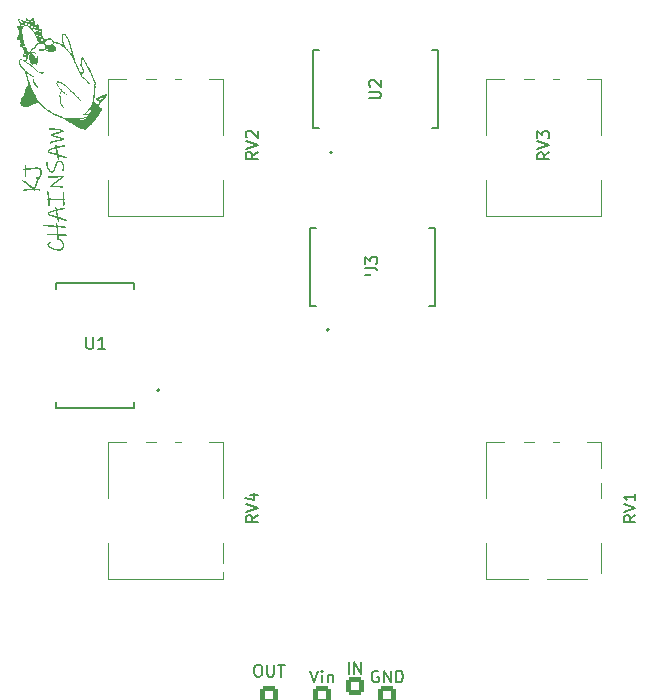
<source format=gto>
%TF.GenerationSoftware,KiCad,Pcbnew,7.0.1*%
%TF.CreationDate,2023-06-03T22:26:13+02:00*%
%TF.ProjectId,SwedishChainsaw,53776564-6973-4684-9368-61696e736177,rev?*%
%TF.SameCoordinates,Original*%
%TF.FileFunction,Legend,Top*%
%TF.FilePolarity,Positive*%
%FSLAX46Y46*%
G04 Gerber Fmt 4.6, Leading zero omitted, Abs format (unit mm)*
G04 Created by KiCad (PCBNEW 7.0.1) date 2023-06-03 22:26:13*
%MOMM*%
%LPD*%
G01*
G04 APERTURE LIST*
G04 Aperture macros list*
%AMRoundRect*
0 Rectangle with rounded corners*
0 $1 Rounding radius*
0 $2 $3 $4 $5 $6 $7 $8 $9 X,Y pos of 4 corners*
0 Add a 4 corners polygon primitive as box body*
4,1,4,$2,$3,$4,$5,$6,$7,$8,$9,$2,$3,0*
0 Add four circle primitives for the rounded corners*
1,1,$1+$1,$2,$3*
1,1,$1+$1,$4,$5*
1,1,$1+$1,$6,$7*
1,1,$1+$1,$8,$9*
0 Add four rect primitives between the rounded corners*
20,1,$1+$1,$2,$3,$4,$5,0*
20,1,$1+$1,$4,$5,$6,$7,0*
20,1,$1+$1,$6,$7,$8,$9,0*
20,1,$1+$1,$8,$9,$2,$3,0*%
G04 Aperture macros list end*
%ADD10C,0.200000*%
%ADD11C,0.150000*%
%ADD12C,0.127000*%
%ADD13C,0.120000*%
%ADD14R,1.325000X1.325000*%
%ADD15C,1.390000*%
%ADD16C,1.390034*%
%ADD17C,1.340148*%
%ADD18C,1.360000*%
%ADD19C,1.360036*%
%ADD20C,1.360588*%
%ADD21C,1.310152*%
%ADD22RoundRect,0.250000X-0.550000X-0.550000X0.550000X-0.550000X0.550000X0.550000X-0.550000X0.550000X0*%
%ADD23C,3.240000*%
%ADD24R,1.800000X1.800000*%
%ADD25C,1.800000*%
%ADD26C,1.400000*%
%ADD27O,1.400000X1.400000*%
%ADD28O,1.800000X1.800000*%
%ADD29C,1.600000*%
%ADD30R,1.500000X1.500000*%
%ADD31C,1.500000*%
%ADD32R,1.600000X1.600000*%
%ADD33C,2.000000*%
%ADD34R,1.200000X1.200000*%
%ADD35C,1.200000*%
%ADD36R,2.200000X2.200000*%
%ADD37O,2.200000X2.200000*%
G04 APERTURE END LIST*
D10*
G36*
X49951158Y-74357292D02*
G01*
X49965904Y-74359788D01*
X49979729Y-74364935D01*
X49993059Y-74371370D01*
X50008036Y-74379755D01*
X50021202Y-74387866D01*
X50035422Y-74397226D01*
X50050872Y-74408642D01*
X50066265Y-74420541D01*
X50081601Y-74432925D01*
X50096879Y-74445792D01*
X50112101Y-74459143D01*
X50127265Y-74472977D01*
X50142371Y-74487295D01*
X50157421Y-74502097D01*
X50172413Y-74517383D01*
X50187348Y-74533152D01*
X50202226Y-74549406D01*
X50217047Y-74566142D01*
X50231810Y-74583363D01*
X50246516Y-74601067D01*
X50261165Y-74619255D01*
X50275757Y-74637927D01*
X50289820Y-74656964D01*
X50302976Y-74676246D01*
X50315225Y-74695775D01*
X50326567Y-74715550D01*
X50337001Y-74735572D01*
X50346528Y-74755839D01*
X50355148Y-74776353D01*
X50362860Y-74797112D01*
X50369665Y-74818118D01*
X50375562Y-74839370D01*
X50380553Y-74860868D01*
X50384636Y-74882612D01*
X50387811Y-74904603D01*
X50390079Y-74926839D01*
X50391440Y-74949322D01*
X50391894Y-74972051D01*
X50391458Y-74995958D01*
X50390148Y-75019318D01*
X50387966Y-75042131D01*
X50384910Y-75064398D01*
X50380982Y-75086118D01*
X50376181Y-75107291D01*
X50370506Y-75127918D01*
X50363959Y-75147998D01*
X50356539Y-75167531D01*
X50348245Y-75186517D01*
X50339079Y-75204957D01*
X50329040Y-75222850D01*
X50318128Y-75240197D01*
X50306342Y-75256997D01*
X50293684Y-75273250D01*
X50280153Y-75288956D01*
X50265769Y-75303907D01*
X50250552Y-75317893D01*
X50234502Y-75330915D01*
X50217619Y-75342972D01*
X50199904Y-75354065D01*
X50181355Y-75364193D01*
X50161973Y-75373356D01*
X50141759Y-75381555D01*
X50120712Y-75388789D01*
X50098831Y-75395059D01*
X50076118Y-75400364D01*
X50052572Y-75404704D01*
X50028193Y-75408080D01*
X50002981Y-75410492D01*
X49976937Y-75411939D01*
X49950059Y-75412421D01*
X49931592Y-75412222D01*
X49912827Y-75411625D01*
X49893765Y-75410631D01*
X49874405Y-75409238D01*
X49854747Y-75407448D01*
X49834791Y-75405260D01*
X49814538Y-75402674D01*
X49793988Y-75399690D01*
X49773139Y-75396308D01*
X49751993Y-75392529D01*
X49730549Y-75388351D01*
X49708808Y-75383776D01*
X49686769Y-75378803D01*
X49664432Y-75373432D01*
X49641798Y-75367663D01*
X49618866Y-75361496D01*
X49595973Y-75355022D01*
X49573459Y-75348422D01*
X49551323Y-75341696D01*
X49529564Y-75334843D01*
X49508183Y-75327865D01*
X49487180Y-75320761D01*
X49466555Y-75313531D01*
X49446308Y-75306175D01*
X49426438Y-75298694D01*
X49406947Y-75291086D01*
X49387833Y-75283352D01*
X49369097Y-75275492D01*
X49350738Y-75267507D01*
X49332758Y-75259395D01*
X49315155Y-75251158D01*
X49297930Y-75242794D01*
X49280754Y-75233866D01*
X49263939Y-75224757D01*
X49247484Y-75215467D01*
X49231390Y-75205998D01*
X49215656Y-75196348D01*
X49200283Y-75186517D01*
X49185271Y-75176507D01*
X49170619Y-75166316D01*
X49156328Y-75155945D01*
X49142397Y-75145393D01*
X49128828Y-75134661D01*
X49115618Y-75123749D01*
X49102770Y-75112656D01*
X49090282Y-75101383D01*
X49078155Y-75089930D01*
X49066388Y-75078297D01*
X49055120Y-75066514D01*
X49044578Y-75054706D01*
X49034764Y-75042873D01*
X49025676Y-75031013D01*
X49013408Y-75013175D01*
X49002775Y-74995279D01*
X48993779Y-74977326D01*
X48986418Y-74959314D01*
X48980693Y-74941245D01*
X48976603Y-74923117D01*
X48974150Y-74904932D01*
X48973332Y-74886688D01*
X48973931Y-74869008D01*
X48975727Y-74852101D01*
X48978722Y-74835967D01*
X48982914Y-74820605D01*
X48988305Y-74806017D01*
X48994893Y-74792201D01*
X49002679Y-74779157D01*
X49011663Y-74766887D01*
X49021844Y-74755390D01*
X49033224Y-74744665D01*
X49041475Y-74737944D01*
X49054526Y-74728582D01*
X49068124Y-74720140D01*
X49082270Y-74712619D01*
X49096962Y-74706019D01*
X49112203Y-74700340D01*
X49127990Y-74695582D01*
X49144325Y-74691745D01*
X49161208Y-74688829D01*
X49178638Y-74686833D01*
X49196615Y-74685759D01*
X49208904Y-74685554D01*
X49225270Y-74686238D01*
X49241672Y-74688289D01*
X49258109Y-74691708D01*
X49272225Y-74695726D01*
X49284009Y-74699842D01*
X49297825Y-74705231D01*
X49313097Y-74711940D01*
X49327457Y-74719105D01*
X49340906Y-74726726D01*
X49349954Y-74732449D01*
X49362136Y-74741539D01*
X49372468Y-74752194D01*
X49377798Y-74765788D01*
X49374792Y-74780664D01*
X49363252Y-74791243D01*
X49347023Y-74793998D01*
X49332238Y-74791415D01*
X49317976Y-74787122D01*
X49316615Y-74786671D01*
X49301417Y-74782206D01*
X49286941Y-74779601D01*
X49281810Y-74779344D01*
X49265943Y-74779639D01*
X49250398Y-74780524D01*
X49235174Y-74782000D01*
X49220273Y-74784066D01*
X49205693Y-74786723D01*
X49188623Y-74790690D01*
X49185823Y-74791434D01*
X49170568Y-74796513D01*
X49156541Y-74803415D01*
X49143741Y-74812140D01*
X49132168Y-74822689D01*
X49126106Y-74829535D01*
X49116827Y-74842248D01*
X49109827Y-74855381D01*
X49104617Y-74870906D01*
X49102385Y-74886980D01*
X49102292Y-74891085D01*
X49103407Y-74908936D01*
X49106751Y-74926679D01*
X49112325Y-74944313D01*
X49120129Y-74961839D01*
X49130163Y-74979255D01*
X49142426Y-74996563D01*
X49156919Y-75013762D01*
X49173641Y-75030853D01*
X49192594Y-75047834D01*
X49213775Y-75064707D01*
X49237187Y-75081471D01*
X49249729Y-75089812D01*
X49262828Y-75098126D01*
X49276485Y-75106413D01*
X49290699Y-75114673D01*
X49305471Y-75122905D01*
X49320800Y-75131110D01*
X49336686Y-75139289D01*
X49353130Y-75147439D01*
X49370131Y-75155563D01*
X49387690Y-75163660D01*
X49402413Y-75170054D01*
X49417365Y-75176322D01*
X49432546Y-75182464D01*
X49447957Y-75188481D01*
X49463596Y-75194371D01*
X49479464Y-75200136D01*
X49495561Y-75205774D01*
X49511887Y-75211287D01*
X49528442Y-75216674D01*
X49545226Y-75221934D01*
X49562239Y-75227069D01*
X49579481Y-75232078D01*
X49596952Y-75236961D01*
X49614652Y-75241718D01*
X49632581Y-75246349D01*
X49650739Y-75250854D01*
X49668924Y-75255113D01*
X49687026Y-75259098D01*
X49705046Y-75262807D01*
X49722982Y-75266242D01*
X49740835Y-75269402D01*
X49758605Y-75272287D01*
X49776292Y-75274897D01*
X49793896Y-75277233D01*
X49811417Y-75279293D01*
X49828855Y-75281079D01*
X49846210Y-75282591D01*
X49863482Y-75283827D01*
X49880671Y-75284789D01*
X49897777Y-75285476D01*
X49914801Y-75285888D01*
X49931741Y-75286025D01*
X49948838Y-75285697D01*
X49965645Y-75284712D01*
X49982163Y-75283069D01*
X49998390Y-75280770D01*
X50014328Y-75277814D01*
X50029976Y-75274201D01*
X50045335Y-75269932D01*
X50060403Y-75265005D01*
X50075182Y-75259422D01*
X50089671Y-75253181D01*
X50099169Y-75248656D01*
X50112981Y-75241369D01*
X50126251Y-75233522D01*
X50138981Y-75225115D01*
X50151170Y-75216147D01*
X50162818Y-75206619D01*
X50173925Y-75196531D01*
X50184490Y-75185882D01*
X50194515Y-75174673D01*
X50203999Y-75162904D01*
X50212942Y-75150575D01*
X50218604Y-75142044D01*
X50226526Y-75128852D01*
X50233669Y-75115241D01*
X50240033Y-75101211D01*
X50245617Y-75086763D01*
X50250423Y-75071896D01*
X50254449Y-75056611D01*
X50257696Y-75040907D01*
X50260163Y-75024785D01*
X50261852Y-75008244D01*
X50262761Y-74991284D01*
X50262934Y-74979745D01*
X50262651Y-74961166D01*
X50261800Y-74942799D01*
X50260384Y-74924644D01*
X50258400Y-74906701D01*
X50255850Y-74888969D01*
X50252733Y-74871450D01*
X50249049Y-74854142D01*
X50244799Y-74837046D01*
X50239982Y-74820162D01*
X50234598Y-74803489D01*
X50228647Y-74787029D01*
X50222130Y-74770780D01*
X50215046Y-74754743D01*
X50207395Y-74738918D01*
X50199178Y-74723304D01*
X50190394Y-74707903D01*
X50181162Y-74692571D01*
X50171600Y-74677260D01*
X50161710Y-74661968D01*
X50151490Y-74646697D01*
X50140942Y-74631445D01*
X50130064Y-74616214D01*
X50118857Y-74601003D01*
X50107321Y-74585812D01*
X50095455Y-74570640D01*
X50083261Y-74555489D01*
X50070737Y-74540358D01*
X50057884Y-74525247D01*
X50044702Y-74510156D01*
X50031191Y-74495085D01*
X50017351Y-74480034D01*
X50003182Y-74465003D01*
X49989718Y-74456027D01*
X49975086Y-74447280D01*
X49960656Y-74438857D01*
X49955188Y-74435694D01*
X49942100Y-74427621D01*
X49929323Y-74418381D01*
X49918454Y-74408221D01*
X49910469Y-74394861D01*
X49909759Y-74389898D01*
X49912093Y-74374958D01*
X49920383Y-74364253D01*
X49934178Y-74358821D01*
X49949886Y-74357299D01*
X49951158Y-74357292D01*
G37*
G36*
X49758817Y-73089672D02*
G01*
X49773341Y-73091668D01*
X49788105Y-73099044D01*
X49798890Y-73109691D01*
X49807948Y-73124331D01*
X49814179Y-73139581D01*
X49816336Y-73146458D01*
X49820694Y-73161686D01*
X49824150Y-73177971D01*
X49826704Y-73195312D01*
X49828144Y-73210569D01*
X49828958Y-73226560D01*
X49829159Y-73239881D01*
X49829159Y-73255636D01*
X49829159Y-73271401D01*
X49829159Y-73287091D01*
X49829159Y-73299598D01*
X49847319Y-73300278D01*
X49862775Y-73300976D01*
X49879056Y-73301812D01*
X49896160Y-73302785D01*
X49914089Y-73303896D01*
X49932843Y-73305144D01*
X49952420Y-73306529D01*
X49967644Y-73307658D01*
X49982849Y-73308810D01*
X49997552Y-73309929D01*
X50016374Y-73311372D01*
X50034303Y-73312757D01*
X50051339Y-73314085D01*
X50067481Y-73315356D01*
X50082731Y-73316570D01*
X50100538Y-73318006D01*
X50103932Y-73318283D01*
X50170610Y-73324511D01*
X50237655Y-73324511D01*
X50400321Y-73337334D01*
X50421403Y-73339733D01*
X50440412Y-73343220D01*
X50457347Y-73347796D01*
X50472208Y-73353460D01*
X50488797Y-73362704D01*
X50501700Y-73373884D01*
X50510917Y-73386999D01*
X50516447Y-73402049D01*
X50518290Y-73419033D01*
X50514626Y-73434168D01*
X50505410Y-73446698D01*
X50493045Y-73456908D01*
X50479593Y-73465042D01*
X50463278Y-73472836D01*
X50459672Y-73474354D01*
X50445458Y-73480021D01*
X50428673Y-73486043D01*
X50412979Y-73490883D01*
X50398376Y-73494543D01*
X50382293Y-73497377D01*
X50365516Y-73498534D01*
X50351203Y-73494751D01*
X50336921Y-73487167D01*
X50327780Y-73481315D01*
X50314316Y-73473369D01*
X50299570Y-73467118D01*
X50283542Y-73462562D01*
X50268465Y-73459965D01*
X50266231Y-73459699D01*
X50250174Y-73457473D01*
X50231678Y-73455189D01*
X50216206Y-73453438D01*
X50199363Y-73451655D01*
X50181147Y-73449840D01*
X50161560Y-73447993D01*
X50140601Y-73446114D01*
X50125866Y-73444843D01*
X50110522Y-73443558D01*
X50094568Y-73442258D01*
X50078004Y-73440944D01*
X50069494Y-73440282D01*
X50052499Y-73438951D01*
X50035954Y-73437706D01*
X50019858Y-73436547D01*
X50004212Y-73435474D01*
X49989015Y-73434486D01*
X49974267Y-73433585D01*
X49952989Y-73432393D01*
X49932721Y-73431395D01*
X49913464Y-73430590D01*
X49895219Y-73429978D01*
X49877984Y-73429560D01*
X49861761Y-73429334D01*
X49851507Y-73429291D01*
X49853196Y-73446917D01*
X49855148Y-73465355D01*
X49857363Y-73484606D01*
X49859197Y-73499578D01*
X49861180Y-73515008D01*
X49863310Y-73530894D01*
X49865589Y-73547238D01*
X49868016Y-73564038D01*
X49870591Y-73581297D01*
X49872390Y-73593056D01*
X49874182Y-73608807D01*
X49876054Y-73625130D01*
X49878315Y-73644762D01*
X49880266Y-73661658D01*
X49882437Y-73680414D01*
X49884826Y-73701032D01*
X49886540Y-73715811D01*
X49888352Y-73731417D01*
X49890261Y-73747851D01*
X49892268Y-73765111D01*
X49894371Y-73783199D01*
X49896412Y-73801367D01*
X49898321Y-73818960D01*
X49900099Y-73835977D01*
X49901745Y-73852419D01*
X49903259Y-73868286D01*
X49904641Y-73883577D01*
X49905892Y-73898293D01*
X49907521Y-73919289D01*
X49908854Y-73938990D01*
X49909891Y-73957396D01*
X49910632Y-73974508D01*
X49911076Y-73990326D01*
X49911224Y-74004849D01*
X49927578Y-74005960D01*
X49944489Y-74007093D01*
X49961958Y-74008250D01*
X49979986Y-74009429D01*
X49998572Y-74010631D01*
X50017716Y-74011856D01*
X50037418Y-74013104D01*
X50057678Y-74014375D01*
X50078497Y-74015669D01*
X50099873Y-74016985D01*
X50121808Y-74018325D01*
X50144301Y-74019687D01*
X50167351Y-74021073D01*
X50190960Y-74022481D01*
X50215128Y-74023912D01*
X50239853Y-74025366D01*
X50264203Y-74026786D01*
X50287337Y-74028114D01*
X50309255Y-74029350D01*
X50329956Y-74030495D01*
X50349440Y-74031548D01*
X50367708Y-74032510D01*
X50384760Y-74033380D01*
X50400595Y-74034159D01*
X50422067Y-74035155D01*
X50440802Y-74035945D01*
X50456800Y-74036529D01*
X50473873Y-74036986D01*
X50483485Y-74037090D01*
X50498159Y-74036303D01*
X50513504Y-74034410D01*
X50526350Y-74032327D01*
X50540878Y-74030024D01*
X50556117Y-74028234D01*
X50569581Y-74027564D01*
X50585022Y-74030641D01*
X50598308Y-74038672D01*
X50609631Y-74049995D01*
X50616475Y-74059071D01*
X50624898Y-74072152D01*
X50631990Y-74085771D01*
X50637057Y-74100797D01*
X50638091Y-74109996D01*
X50635541Y-74124496D01*
X50627890Y-74137083D01*
X50615139Y-74147757D01*
X50605851Y-74152861D01*
X50591626Y-74158856D01*
X50576839Y-74163379D01*
X50561492Y-74166430D01*
X50545584Y-74168008D01*
X50536242Y-74168248D01*
X50521587Y-74167854D01*
X50506566Y-74166973D01*
X50491019Y-74165788D01*
X50475906Y-74164466D01*
X50473227Y-74164218D01*
X50457513Y-74162724D01*
X50442521Y-74161539D01*
X50425942Y-74160547D01*
X50410344Y-74159976D01*
X50397756Y-74159822D01*
X50380643Y-74155494D01*
X50364569Y-74151900D01*
X50349531Y-74149040D01*
X50332856Y-74146576D01*
X50317675Y-74145167D01*
X50306165Y-74144801D01*
X50290720Y-74142715D01*
X50275344Y-74140765D01*
X50260037Y-74138949D01*
X50244799Y-74137267D01*
X50229629Y-74135720D01*
X50214528Y-74134308D01*
X50199496Y-74133030D01*
X50184532Y-74131886D01*
X50169637Y-74130877D01*
X50154811Y-74130003D01*
X50140053Y-74129263D01*
X50125364Y-74128658D01*
X50103460Y-74128002D01*
X50081710Y-74127649D01*
X50067295Y-74127581D01*
X50046443Y-74127581D01*
X50027161Y-74127581D01*
X50009451Y-74127581D01*
X49993313Y-74127581D01*
X49974239Y-74127581D01*
X49957959Y-74127581D01*
X49941537Y-74127581D01*
X49925879Y-74127581D01*
X49928363Y-74142507D01*
X49930687Y-74157423D01*
X49932851Y-74172331D01*
X49934855Y-74187230D01*
X49936698Y-74202121D01*
X49938381Y-74217003D01*
X49939904Y-74231877D01*
X49941266Y-74246741D01*
X49942468Y-74261598D01*
X49943510Y-74276446D01*
X49944392Y-74291285D01*
X49945113Y-74306115D01*
X49945674Y-74320937D01*
X49946075Y-74335751D01*
X49946315Y-74350556D01*
X49946395Y-74365352D01*
X49945545Y-74381177D01*
X49942995Y-74396230D01*
X49938744Y-74410509D01*
X49932794Y-74424016D01*
X49925143Y-74436750D01*
X49922215Y-74440823D01*
X49912388Y-74451780D01*
X49899001Y-74461697D01*
X49883547Y-74468529D01*
X49868653Y-74471930D01*
X49852240Y-74473063D01*
X49836211Y-74471987D01*
X49820588Y-74468203D01*
X49806219Y-74460804D01*
X49800216Y-74455844D01*
X49791538Y-74443695D01*
X49786208Y-74428760D01*
X49783386Y-74412498D01*
X49782334Y-74396188D01*
X49782264Y-74390265D01*
X49782264Y-74275959D01*
X49782264Y-74255487D01*
X49782264Y-74235975D01*
X49782264Y-74217423D01*
X49782264Y-74199830D01*
X49782264Y-74183196D01*
X49782264Y-74167522D01*
X49782264Y-74152808D01*
X49782264Y-74134682D01*
X49782264Y-74118261D01*
X49782264Y-74107065D01*
X49761750Y-74107065D01*
X49741701Y-74107065D01*
X49722114Y-74107065D01*
X49702992Y-74107065D01*
X49684333Y-74107065D01*
X49666138Y-74107065D01*
X49648406Y-74107065D01*
X49631139Y-74107065D01*
X49614335Y-74107065D01*
X49597994Y-74107065D01*
X49582117Y-74107065D01*
X49566704Y-74107065D01*
X49551755Y-74107065D01*
X49530200Y-74107065D01*
X49509689Y-74107065D01*
X49494580Y-74107065D01*
X49479568Y-74107065D01*
X49464655Y-74107065D01*
X49449840Y-74107065D01*
X49435123Y-74107065D01*
X49405982Y-74107065D01*
X49377234Y-74107065D01*
X49348878Y-74107065D01*
X49320914Y-74107065D01*
X49293343Y-74107065D01*
X49266163Y-74107065D01*
X49239375Y-74107065D01*
X49212980Y-74107065D01*
X49186977Y-74107065D01*
X49161366Y-74107065D01*
X49136147Y-74107065D01*
X49111320Y-74107065D01*
X49086885Y-74107065D01*
X49074815Y-74107065D01*
X48997512Y-74107065D01*
X48982007Y-74105663D01*
X48967869Y-74101455D01*
X48953386Y-74093212D01*
X48942179Y-74082994D01*
X48937794Y-74077756D01*
X48928801Y-74064565D01*
X48922016Y-74050638D01*
X48917441Y-74035974D01*
X48915074Y-74020575D01*
X48914713Y-74011444D01*
X48917301Y-73996080D01*
X48926397Y-73982353D01*
X48939981Y-73973314D01*
X48956113Y-73967847D01*
X48971805Y-73964360D01*
X48987832Y-73961596D01*
X49004194Y-73959552D01*
X49020890Y-73958230D01*
X49037922Y-73957629D01*
X49043674Y-73957588D01*
X49061139Y-73958152D01*
X49078498Y-73959414D01*
X49093493Y-73960834D01*
X49110183Y-73962660D01*
X49128566Y-73964891D01*
X49148642Y-73967529D01*
X49170413Y-73970572D01*
X49185867Y-73972826D01*
X49202075Y-73975260D01*
X49219035Y-73977874D01*
X49236748Y-73980669D01*
X49251683Y-73980669D01*
X49280220Y-73980669D01*
X49306976Y-73980669D01*
X49331951Y-73980669D01*
X49355147Y-73980669D01*
X49376562Y-73980669D01*
X49396197Y-73980669D01*
X49414051Y-73980669D01*
X49430126Y-73980669D01*
X49450899Y-73980669D01*
X49467667Y-73980669D01*
X49483792Y-73980669D01*
X49493935Y-73980669D01*
X49782264Y-73980669D01*
X49782069Y-73959423D01*
X49781485Y-73936259D01*
X49780512Y-73911178D01*
X49779150Y-73884178D01*
X49777398Y-73855261D01*
X49776376Y-73840084D01*
X49775257Y-73824427D01*
X49774041Y-73808290D01*
X49772727Y-73791674D01*
X49771316Y-73774579D01*
X49769808Y-73757004D01*
X49768202Y-73738950D01*
X49766499Y-73720416D01*
X49764699Y-73701403D01*
X49762801Y-73681911D01*
X49760806Y-73661939D01*
X49758714Y-73641488D01*
X49756524Y-73620557D01*
X49754237Y-73599147D01*
X49751853Y-73577257D01*
X49749371Y-73554888D01*
X49746792Y-73532040D01*
X49744116Y-73508712D01*
X49741343Y-73484905D01*
X49738472Y-73460618D01*
X49735504Y-73435852D01*
X49732438Y-73410607D01*
X49716381Y-73408655D01*
X49700094Y-73406913D01*
X49680167Y-73404932D01*
X49664861Y-73403480D01*
X49647939Y-73401921D01*
X49629398Y-73400257D01*
X49609241Y-73398487D01*
X49587467Y-73396610D01*
X49564075Y-73394628D01*
X49539067Y-73392540D01*
X49512441Y-73390346D01*
X49484198Y-73388047D01*
X49469470Y-73386857D01*
X49454338Y-73385641D01*
X49438801Y-73384398D01*
X49422861Y-73383129D01*
X49406019Y-73383104D01*
X49389750Y-73383026D01*
X49374054Y-73382897D01*
X49358930Y-73382717D01*
X49337317Y-73382350D01*
X49316993Y-73381867D01*
X49297956Y-73381268D01*
X49280208Y-73380553D01*
X49263747Y-73379723D01*
X49248574Y-73378776D01*
X49230348Y-73377333D01*
X49222093Y-73376535D01*
X49057595Y-73362613D01*
X49038474Y-73360810D01*
X49019807Y-73359064D01*
X49001594Y-73357375D01*
X48983836Y-73355744D01*
X48966532Y-73354169D01*
X48949683Y-73352652D01*
X48933287Y-73351193D01*
X48917347Y-73349790D01*
X48901860Y-73348445D01*
X48886828Y-73347157D01*
X48858127Y-73344753D01*
X48831244Y-73342577D01*
X48806178Y-73340631D01*
X48782930Y-73338914D01*
X48761499Y-73337425D01*
X48741885Y-73336166D01*
X48724089Y-73335136D01*
X48708111Y-73334334D01*
X48687551Y-73333561D01*
X48671081Y-73333304D01*
X48655419Y-73331815D01*
X48641406Y-73327350D01*
X48627611Y-73318769D01*
X48618325Y-73309490D01*
X48609509Y-73297148D01*
X48602602Y-73282223D01*
X48598883Y-73266198D01*
X48598175Y-73254902D01*
X48601189Y-73238591D01*
X48610230Y-73225656D01*
X48625300Y-73216094D01*
X48642463Y-73210704D01*
X48659207Y-73208080D01*
X48678630Y-73206955D01*
X48683904Y-73206908D01*
X48702324Y-73207409D01*
X48716991Y-73208190D01*
X48734370Y-73209332D01*
X48754459Y-73210835D01*
X48769358Y-73212037D01*
X48785463Y-73213400D01*
X48802772Y-73214922D01*
X48821286Y-73216605D01*
X48841005Y-73218449D01*
X48861930Y-73220452D01*
X48884059Y-73222616D01*
X48907393Y-73224940D01*
X48931933Y-73227424D01*
X48948032Y-73228779D01*
X48963679Y-73230094D01*
X48978873Y-73231369D01*
X48993613Y-73232605D01*
X49021736Y-73234959D01*
X49048047Y-73237156D01*
X49072546Y-73239195D01*
X49095234Y-73241077D01*
X49116109Y-73242802D01*
X49135173Y-73244369D01*
X49152425Y-73245778D01*
X49167865Y-73247031D01*
X49187629Y-73248614D01*
X49203315Y-73249843D01*
X49220401Y-73251104D01*
X49222459Y-73251238D01*
X49242734Y-73252789D01*
X49262891Y-73254329D01*
X49282931Y-73255858D01*
X49302853Y-73257375D01*
X49322659Y-73258880D01*
X49342346Y-73260374D01*
X49361917Y-73261857D01*
X49381370Y-73263328D01*
X49400706Y-73264788D01*
X49419924Y-73266236D01*
X49439025Y-73267673D01*
X49458009Y-73269098D01*
X49476875Y-73270512D01*
X49495624Y-73271915D01*
X49514256Y-73273306D01*
X49532770Y-73274685D01*
X49550789Y-73276028D01*
X49567935Y-73277307D01*
X49584208Y-73278524D01*
X49599608Y-73279677D01*
X49621072Y-73281289D01*
X49640571Y-73282760D01*
X49658106Y-73284089D01*
X49673677Y-73285276D01*
X49691383Y-73286638D01*
X49708604Y-73287987D01*
X49716318Y-73288607D01*
X49713013Y-73273133D01*
X49708204Y-73257562D01*
X49702408Y-73242325D01*
X49700931Y-73238782D01*
X49696698Y-73224537D01*
X49692866Y-73209415D01*
X49689947Y-73194108D01*
X49688523Y-73179405D01*
X49688475Y-73176500D01*
X49690648Y-73161846D01*
X49696230Y-73148090D01*
X49703931Y-73135490D01*
X49714262Y-73122364D01*
X49715952Y-73120446D01*
X49727395Y-73108455D01*
X49739056Y-73098357D01*
X49752621Y-73090753D01*
X49758817Y-73089672D01*
G37*
G36*
X49695066Y-71737101D02*
G01*
X49709234Y-71741179D01*
X49717784Y-71744748D01*
X49731231Y-71752322D01*
X49742658Y-71762736D01*
X49747459Y-71769295D01*
X49755960Y-71783277D01*
X49761400Y-71796896D01*
X49765727Y-71811081D01*
X49769746Y-71827585D01*
X49771639Y-71836706D01*
X49774498Y-71851194D01*
X49777314Y-71865723D01*
X49780028Y-71880245D01*
X49781898Y-71892027D01*
X49798264Y-71891340D01*
X49815550Y-71890610D01*
X49831641Y-71889923D01*
X49847183Y-71889236D01*
X49849675Y-71889096D01*
X49866283Y-71881287D01*
X49881064Y-71875337D01*
X49897172Y-71869650D01*
X49914609Y-71864226D01*
X49933373Y-71859065D01*
X49948319Y-71855367D01*
X49964011Y-71851818D01*
X49980450Y-71848416D01*
X49991824Y-71846231D01*
X50018048Y-71841640D01*
X50043779Y-71837026D01*
X50069018Y-71832389D01*
X50093765Y-71827730D01*
X50118020Y-71823047D01*
X50141782Y-71818342D01*
X50165052Y-71813613D01*
X50187829Y-71808862D01*
X50210114Y-71804088D01*
X50231907Y-71799291D01*
X50253208Y-71794471D01*
X50274016Y-71789628D01*
X50294332Y-71784762D01*
X50314156Y-71779873D01*
X50333488Y-71774962D01*
X50352327Y-71770027D01*
X50366913Y-71766861D01*
X50381820Y-71763770D01*
X50397287Y-71760850D01*
X50411678Y-71759036D01*
X50427148Y-71761040D01*
X50441044Y-71767051D01*
X50453366Y-71777068D01*
X50455642Y-71779553D01*
X50464497Y-71791467D01*
X50470937Y-71806064D01*
X50473799Y-71822093D01*
X50473960Y-71827180D01*
X50471527Y-71842951D01*
X50464228Y-71857291D01*
X50453499Y-71868973D01*
X50449047Y-71872609D01*
X50436957Y-71881242D01*
X50424231Y-71889256D01*
X50411180Y-71896054D01*
X50405083Y-71898621D01*
X50386702Y-71903332D01*
X50367829Y-71907941D01*
X50353350Y-71911329D01*
X50338595Y-71914660D01*
X50323563Y-71917932D01*
X50308254Y-71921147D01*
X50292668Y-71924304D01*
X50276806Y-71927402D01*
X50260666Y-71930443D01*
X50244249Y-71933426D01*
X50227316Y-71936422D01*
X50209765Y-71939501D01*
X50191596Y-71942664D01*
X50172808Y-71945911D01*
X50153402Y-71949241D01*
X50133378Y-71952656D01*
X50112736Y-71956154D01*
X50091475Y-71959735D01*
X50076958Y-71962170D01*
X50062166Y-71964641D01*
X50047100Y-71967150D01*
X50031758Y-71969696D01*
X50014275Y-71972474D01*
X49999349Y-71975070D01*
X49983587Y-71977998D01*
X49966988Y-71981258D01*
X49949555Y-71984850D01*
X49931285Y-71988774D01*
X49912180Y-71993031D01*
X49897302Y-71996441D01*
X49882769Y-71999812D01*
X49865195Y-72003896D01*
X49849682Y-72007511D01*
X49833189Y-72011370D01*
X49817647Y-72015032D01*
X49803028Y-72018545D01*
X49802048Y-72018789D01*
X49804107Y-72033579D01*
X49806438Y-72049832D01*
X49809041Y-72067548D01*
X49811917Y-72086726D01*
X49815064Y-72107367D01*
X49818483Y-72129471D01*
X49822173Y-72153037D01*
X49826136Y-72178066D01*
X49830371Y-72204557D01*
X49834877Y-72232511D01*
X49837233Y-72247036D01*
X49839656Y-72261927D01*
X49842147Y-72277184D01*
X49844706Y-72292806D01*
X49847333Y-72308794D01*
X49850028Y-72325148D01*
X49852792Y-72341867D01*
X49855623Y-72358952D01*
X49858522Y-72376403D01*
X49861489Y-72394219D01*
X49864524Y-72412401D01*
X49867627Y-72430949D01*
X49887411Y-72544521D01*
X50005013Y-72586287D01*
X50172442Y-72644539D01*
X50186627Y-72649032D01*
X50200608Y-72653445D01*
X50227952Y-72662027D01*
X50254475Y-72670286D01*
X50280176Y-72678222D01*
X50305056Y-72685834D01*
X50329114Y-72693122D01*
X50352351Y-72700087D01*
X50374767Y-72706729D01*
X50396361Y-72713048D01*
X50417133Y-72719043D01*
X50437084Y-72724714D01*
X50456214Y-72730062D01*
X50474522Y-72735087D01*
X50492009Y-72739788D01*
X50508674Y-72744166D01*
X50524518Y-72748220D01*
X50540066Y-72752616D01*
X50554468Y-72758845D01*
X50567726Y-72766905D01*
X50579839Y-72776796D01*
X50589937Y-72788108D01*
X50597848Y-72802476D01*
X50601815Y-72816707D01*
X50602920Y-72830286D01*
X50601674Y-72844927D01*
X50597366Y-72859768D01*
X50589982Y-72873106D01*
X50587166Y-72876814D01*
X50576068Y-72887053D01*
X50562465Y-72893501D01*
X50546358Y-72896155D01*
X50542836Y-72896231D01*
X50527243Y-72894651D01*
X50511430Y-72891393D01*
X50495558Y-72887319D01*
X50481095Y-72883172D01*
X50465064Y-72878235D01*
X50447464Y-72872507D01*
X50442819Y-72870952D01*
X50424981Y-72864970D01*
X50409022Y-72859663D01*
X50394940Y-72855032D01*
X50379977Y-72850193D01*
X50365895Y-72845780D01*
X50352693Y-72842009D01*
X50338703Y-72836582D01*
X50323792Y-72831160D01*
X50308474Y-72825756D01*
X50294326Y-72820853D01*
X50278495Y-72815435D01*
X50260981Y-72809501D01*
X50256339Y-72807937D01*
X50240715Y-72802784D01*
X50224479Y-72797354D01*
X50207630Y-72791647D01*
X50190171Y-72785664D01*
X50172099Y-72779403D01*
X50153415Y-72772865D01*
X50134120Y-72766051D01*
X50114213Y-72758959D01*
X50093694Y-72751591D01*
X50079675Y-72746525D01*
X50065384Y-72741335D01*
X50058136Y-72738695D01*
X50043963Y-72733523D01*
X50024162Y-72726290D01*
X50006113Y-72719689D01*
X49989815Y-72713720D01*
X49975269Y-72708381D01*
X49958600Y-72702244D01*
X49942142Y-72696151D01*
X49927276Y-72690566D01*
X49924780Y-72689602D01*
X49928575Y-72705455D01*
X49932267Y-72720728D01*
X49935856Y-72735422D01*
X49940482Y-72754113D01*
X49944924Y-72771773D01*
X49949183Y-72788402D01*
X49953259Y-72804001D01*
X49957151Y-72818570D01*
X49959951Y-72828820D01*
X49963814Y-72843666D01*
X49968373Y-72861779D01*
X49972257Y-72877967D01*
X49976162Y-72895498D01*
X49979012Y-72910024D01*
X49981228Y-72925311D01*
X49981566Y-72931402D01*
X49979827Y-72946729D01*
X49973817Y-72961040D01*
X49963513Y-72972489D01*
X49959584Y-72975366D01*
X49945559Y-72983094D01*
X49930962Y-72987960D01*
X49915792Y-72989963D01*
X49912690Y-72990020D01*
X49896503Y-72988774D01*
X49882120Y-72984467D01*
X49869867Y-72975236D01*
X49869092Y-72974267D01*
X49861127Y-72961531D01*
X49854486Y-72946648D01*
X49849586Y-72932474D01*
X49847843Y-72926639D01*
X49844271Y-72911515D01*
X49840699Y-72896230D01*
X49837127Y-72880783D01*
X49833555Y-72865176D01*
X49829983Y-72849408D01*
X49826411Y-72833478D01*
X49822839Y-72817388D01*
X49819267Y-72801137D01*
X49815695Y-72784724D01*
X49812123Y-72768151D01*
X49809741Y-72757013D01*
X49806288Y-72740734D01*
X49803074Y-72725556D01*
X49799158Y-72707031D01*
X49795666Y-72690465D01*
X49792598Y-72675856D01*
X49789358Y-72660348D01*
X49786344Y-72645776D01*
X49785195Y-72640143D01*
X49768335Y-72634509D01*
X49752100Y-72629288D01*
X49736492Y-72624477D01*
X49721510Y-72620078D01*
X49707155Y-72616091D01*
X49690754Y-72611849D01*
X49688108Y-72611200D01*
X49673042Y-72606666D01*
X49658581Y-72602173D01*
X49642928Y-72597189D01*
X49628563Y-72592527D01*
X49618499Y-72589218D01*
X49602266Y-72583894D01*
X49587656Y-72579300D01*
X49572062Y-72574563D01*
X49555485Y-72569683D01*
X49537923Y-72564660D01*
X49523166Y-72560538D01*
X49515551Y-72558443D01*
X49406741Y-72526936D01*
X49389142Y-72522032D01*
X49372022Y-72517257D01*
X49355379Y-72512612D01*
X49339215Y-72508097D01*
X49323529Y-72503711D01*
X49308320Y-72499454D01*
X49293590Y-72495327D01*
X49279337Y-72491330D01*
X49252267Y-72483724D01*
X49227108Y-72476635D01*
X49203861Y-72470065D01*
X49182526Y-72464013D01*
X49163103Y-72458479D01*
X49145592Y-72453463D01*
X49129992Y-72448965D01*
X49110179Y-72443189D01*
X49094667Y-72438579D01*
X49080676Y-72434246D01*
X49065770Y-72428888D01*
X49050588Y-72422750D01*
X49037086Y-72416497D01*
X49029019Y-72412264D01*
X49017338Y-72402984D01*
X49010126Y-72389503D01*
X49008503Y-72377093D01*
X49008966Y-72361109D01*
X49010357Y-72346130D01*
X49013152Y-72329923D01*
X49017210Y-72315084D01*
X49021692Y-72303454D01*
X49008503Y-72296127D01*
X48997603Y-72285227D01*
X48995552Y-72281472D01*
X49086905Y-72281472D01*
X49129036Y-72299057D01*
X49144017Y-72306247D01*
X49158733Y-72313114D01*
X49173186Y-72319659D01*
X49187374Y-72325882D01*
X49201299Y-72331783D01*
X49214959Y-72337363D01*
X49232762Y-72344301D01*
X49250096Y-72350666D01*
X49266960Y-72356459D01*
X49275216Y-72359141D01*
X49295068Y-72365575D01*
X49316340Y-72372422D01*
X49339032Y-72379680D01*
X49363143Y-72387351D01*
X49388674Y-72395434D01*
X49415625Y-72403929D01*
X49429633Y-72408331D01*
X49443995Y-72412836D01*
X49458713Y-72417445D01*
X49473785Y-72422156D01*
X49489213Y-72426970D01*
X49504995Y-72431887D01*
X49521132Y-72436908D01*
X49537624Y-72442031D01*
X49554471Y-72447257D01*
X49571673Y-72452587D01*
X49589230Y-72458019D01*
X49607142Y-72463555D01*
X49625409Y-72469194D01*
X49644030Y-72474935D01*
X49663007Y-72480780D01*
X49682338Y-72486728D01*
X49702024Y-72492778D01*
X49722066Y-72498932D01*
X49742462Y-72505189D01*
X49763213Y-72511549D01*
X49723646Y-72286601D01*
X49691772Y-72087299D01*
X49685544Y-72043702D01*
X49669570Y-72048134D01*
X49652537Y-72052803D01*
X49635535Y-72057440D01*
X49620815Y-72061444D01*
X49604408Y-72065898D01*
X49586314Y-72070803D01*
X49566533Y-72076159D01*
X49545064Y-72081966D01*
X49537533Y-72084002D01*
X49522460Y-72088107D01*
X49507743Y-72092182D01*
X49493380Y-72096225D01*
X49472502Y-72102230D01*
X49452422Y-72108164D01*
X49433140Y-72114028D01*
X49414658Y-72119821D01*
X49396973Y-72125543D01*
X49380088Y-72131194D01*
X49364000Y-72136774D01*
X49348712Y-72142284D01*
X49338963Y-72145917D01*
X49324303Y-72151486D01*
X49309584Y-72157337D01*
X49294807Y-72163473D01*
X49279973Y-72169891D01*
X49265080Y-72176593D01*
X49250130Y-72183578D01*
X49235121Y-72190847D01*
X49220055Y-72198399D01*
X49204931Y-72206234D01*
X49189748Y-72214353D01*
X49179595Y-72219923D01*
X49164960Y-72228059D01*
X49151555Y-72235705D01*
X49135595Y-72245139D01*
X49121822Y-72253703D01*
X49107681Y-72263184D01*
X49095222Y-72272766D01*
X49086905Y-72281472D01*
X48995552Y-72281472D01*
X48990551Y-72272313D01*
X48986606Y-72257469D01*
X48985141Y-72242260D01*
X48985055Y-72237142D01*
X48988211Y-72220175D01*
X48995662Y-72205720D01*
X49004778Y-72193951D01*
X49016699Y-72181998D01*
X49031425Y-72169862D01*
X49044310Y-72160640D01*
X49058774Y-72151315D01*
X49074815Y-72141887D01*
X49091899Y-72132443D01*
X49109492Y-72123069D01*
X49127594Y-72113767D01*
X49146204Y-72104535D01*
X49165323Y-72095374D01*
X49184951Y-72086284D01*
X49198319Y-72080264D01*
X49211914Y-72074274D01*
X49225734Y-72068317D01*
X49239780Y-72062390D01*
X49254053Y-72056496D01*
X49268551Y-72050632D01*
X49283276Y-72044801D01*
X49297064Y-72039654D01*
X49312050Y-72034243D01*
X49328233Y-72028569D01*
X49345615Y-72022630D01*
X49364194Y-72016427D01*
X49383972Y-72009960D01*
X49404947Y-72003229D01*
X49419596Y-71998595D01*
X49434777Y-71993844D01*
X49450490Y-71988976D01*
X49466736Y-71983990D01*
X49483515Y-71978886D01*
X49492103Y-71976290D01*
X49509009Y-71971194D01*
X49525105Y-71966347D01*
X49540391Y-71961749D01*
X49554866Y-71957400D01*
X49575061Y-71951343D01*
X49593433Y-71945846D01*
X49609983Y-71940910D01*
X49624710Y-71936534D01*
X49641511Y-71931571D01*
X49657957Y-71926768D01*
X49665394Y-71924633D01*
X49662903Y-71909521D01*
X49659459Y-71894408D01*
X49655502Y-71880669D01*
X49650728Y-71866175D01*
X49645976Y-71852093D01*
X49638821Y-71839213D01*
X49632055Y-71830111D01*
X49623162Y-71817585D01*
X49615719Y-71804738D01*
X49614836Y-71803000D01*
X49611813Y-71787796D01*
X49615630Y-71772990D01*
X49616667Y-71770760D01*
X49625102Y-71757056D01*
X49636623Y-71746717D01*
X49651229Y-71739745D01*
X49666204Y-71736448D01*
X49680415Y-71735589D01*
X49695066Y-71737101D01*
G37*
G36*
X48986521Y-70382972D02*
G01*
X49003625Y-70384557D01*
X49018669Y-70389309D01*
X49031652Y-70397230D01*
X49042575Y-70408320D01*
X49051436Y-70422578D01*
X49053932Y-70428035D01*
X49059787Y-70442861D01*
X49065445Y-70459405D01*
X49069830Y-70473876D01*
X49074089Y-70489447D01*
X49078222Y-70506116D01*
X49082229Y-70523885D01*
X49086110Y-70542753D01*
X49088004Y-70552599D01*
X49091288Y-70569501D01*
X49094547Y-70587233D01*
X49097780Y-70605797D01*
X49100987Y-70625191D01*
X49104168Y-70645415D01*
X49107324Y-70666471D01*
X49110454Y-70688357D01*
X49112526Y-70703410D01*
X49114587Y-70718831D01*
X49116636Y-70734622D01*
X49118674Y-70750782D01*
X49120700Y-70767312D01*
X49121709Y-70775715D01*
X49123617Y-70792327D01*
X49125401Y-70808459D01*
X49127063Y-70824109D01*
X49128601Y-70839279D01*
X49130017Y-70853968D01*
X49131909Y-70875100D01*
X49133524Y-70895150D01*
X49134863Y-70914117D01*
X49135924Y-70932003D01*
X49136709Y-70948808D01*
X49137217Y-70964530D01*
X49137463Y-70983810D01*
X49155166Y-70984882D01*
X49170382Y-70985643D01*
X49188328Y-70986442D01*
X49209005Y-70987278D01*
X49232412Y-70988151D01*
X49258550Y-70989061D01*
X49287418Y-70990008D01*
X49302876Y-70990496D01*
X49319017Y-70990993D01*
X49335841Y-70991499D01*
X49353347Y-70992015D01*
X49371535Y-70992539D01*
X49390407Y-70993074D01*
X49409961Y-70993617D01*
X49430197Y-70994170D01*
X49451116Y-70994732D01*
X49472718Y-70995303D01*
X49495003Y-70995884D01*
X49517970Y-70996474D01*
X49541620Y-70997073D01*
X49565952Y-70997682D01*
X49590967Y-70998300D01*
X49616665Y-70998927D01*
X49643046Y-70999563D01*
X49669538Y-71000197D01*
X49695570Y-71000814D01*
X49721143Y-71001416D01*
X49746257Y-71002002D01*
X49770912Y-71002572D01*
X49795107Y-71003127D01*
X49818842Y-71003666D01*
X49842119Y-71004189D01*
X49864936Y-71004696D01*
X49887293Y-71005188D01*
X49909191Y-71005663D01*
X49930630Y-71006124D01*
X49951609Y-71006568D01*
X49972129Y-71006997D01*
X49992190Y-71007409D01*
X50011791Y-71007807D01*
X50030933Y-71008188D01*
X50049615Y-71008554D01*
X50067838Y-71008903D01*
X50085602Y-71009238D01*
X50102906Y-71009556D01*
X50119751Y-71009859D01*
X50136137Y-71010146D01*
X50152063Y-71010417D01*
X50167530Y-71010672D01*
X50182537Y-71010912D01*
X50211174Y-71011344D01*
X50237972Y-71011713D01*
X50262934Y-71012020D01*
X50262934Y-70992198D01*
X50262934Y-70970928D01*
X50262934Y-70955943D01*
X50262934Y-70940314D01*
X50262934Y-70924041D01*
X50262934Y-70907124D01*
X50262934Y-70889562D01*
X50262934Y-70871357D01*
X50262934Y-70852508D01*
X50262934Y-70833015D01*
X50262934Y-70812878D01*
X50262934Y-70792097D01*
X50262934Y-70770672D01*
X50262934Y-70748602D01*
X50262934Y-70725889D01*
X50262934Y-70707049D01*
X50262934Y-70689270D01*
X50262934Y-70672553D01*
X50262934Y-70656898D01*
X50262934Y-70635407D01*
X50262934Y-70616305D01*
X50262934Y-70599592D01*
X50262934Y-70581025D01*
X50262934Y-70563789D01*
X50262934Y-70551866D01*
X50263591Y-70536822D01*
X50265561Y-70522191D01*
X50269521Y-70505641D01*
X50275269Y-70489653D01*
X50281618Y-70476395D01*
X50290702Y-70462834D01*
X50301925Y-70452603D01*
X50315286Y-70445703D01*
X50330786Y-70442134D01*
X50340603Y-70441591D01*
X50355372Y-70442369D01*
X50371064Y-70445532D01*
X50384772Y-70451821D01*
X50387864Y-70454047D01*
X50397464Y-70466669D01*
X50401756Y-70480802D01*
X50403479Y-70496722D01*
X50403618Y-70503506D01*
X50402897Y-70519632D01*
X50401810Y-70534796D01*
X50400487Y-70551171D01*
X50399110Y-70567198D01*
X50398489Y-70574214D01*
X50396248Y-70589275D01*
X50394219Y-70605675D01*
X50392821Y-70620811D01*
X50391997Y-70636565D01*
X50391894Y-70643824D01*
X50391894Y-70664032D01*
X50391894Y-70679351D01*
X50391894Y-70696146D01*
X50391894Y-70714419D01*
X50391894Y-70734168D01*
X50391894Y-70755394D01*
X50391894Y-70778098D01*
X50391894Y-70802278D01*
X50391894Y-70827935D01*
X50391894Y-70855068D01*
X50391894Y-70883679D01*
X50391894Y-70898538D01*
X50391894Y-70913767D01*
X50391894Y-70929365D01*
X50391894Y-70945331D01*
X50391894Y-70961668D01*
X50391894Y-70978373D01*
X50391894Y-70995447D01*
X50391894Y-71012891D01*
X50391894Y-71030704D01*
X50405336Y-71038583D01*
X50417085Y-71049123D01*
X50421936Y-71054884D01*
X50430001Y-71067740D01*
X50434198Y-71081972D01*
X50434392Y-71085659D01*
X50431370Y-71100680D01*
X50423046Y-71112766D01*
X50422302Y-71113503D01*
X50415341Y-71124860D01*
X50415341Y-71216817D01*
X50418403Y-71236602D01*
X50421266Y-71255749D01*
X50423932Y-71274258D01*
X50426401Y-71292128D01*
X50428672Y-71309360D01*
X50430746Y-71325954D01*
X50432622Y-71341909D01*
X50434301Y-71357226D01*
X50435782Y-71371905D01*
X50437633Y-71392727D01*
X50439041Y-71412112D01*
X50440003Y-71430062D01*
X50440522Y-71446575D01*
X50440621Y-71456786D01*
X50440077Y-71474474D01*
X50438445Y-71491087D01*
X50435726Y-71506623D01*
X50431919Y-71521083D01*
X50425631Y-71537644D01*
X50417644Y-71552524D01*
X50407957Y-71565723D01*
X50405816Y-71568161D01*
X50393222Y-71577938D01*
X50378972Y-71584202D01*
X50364357Y-71587868D01*
X50347528Y-71589963D01*
X50331810Y-71590509D01*
X50317316Y-71588242D01*
X50303663Y-71582890D01*
X50290152Y-71575381D01*
X50288579Y-71574389D01*
X50276182Y-71564945D01*
X50266540Y-71552378D01*
X50262934Y-71537386D01*
X50267067Y-71522370D01*
X50272562Y-71508345D01*
X50274658Y-71503314D01*
X50280325Y-71488058D01*
X50284137Y-71473613D01*
X50286198Y-71458515D01*
X50286381Y-71452756D01*
X50286381Y-71437830D01*
X50286381Y-71421629D01*
X50286381Y-71404153D01*
X50286381Y-71385402D01*
X50286381Y-71365376D01*
X50286381Y-71344075D01*
X50286381Y-71329165D01*
X50286381Y-71313689D01*
X50286381Y-71297646D01*
X50286381Y-71281037D01*
X50286381Y-71263861D01*
X50286381Y-71246118D01*
X50286381Y-71227808D01*
X50286381Y-71144277D01*
X49988893Y-71132187D01*
X49973917Y-71131509D01*
X49956606Y-71130719D01*
X49940017Y-71129955D01*
X49924149Y-71129217D01*
X49909002Y-71128504D01*
X49901699Y-71128157D01*
X49885287Y-71127301D01*
X49870033Y-71126655D01*
X49854016Y-71126174D01*
X49837803Y-71125961D01*
X49836120Y-71125959D01*
X49160910Y-71105809D01*
X49159491Y-71130612D01*
X49158162Y-71153728D01*
X49156926Y-71175159D01*
X49155781Y-71194904D01*
X49154728Y-71212963D01*
X49153766Y-71229337D01*
X49152896Y-71244024D01*
X49151763Y-71262894D01*
X49150835Y-71277972D01*
X49149748Y-71294671D01*
X49149187Y-71300348D01*
X49153401Y-71326229D01*
X49157344Y-71350746D01*
X49161015Y-71373902D01*
X49164414Y-71395695D01*
X49167541Y-71416125D01*
X49170396Y-71435193D01*
X49172979Y-71452899D01*
X49175290Y-71469242D01*
X49177329Y-71484223D01*
X49179878Y-71504140D01*
X49181816Y-71520991D01*
X49183447Y-71538691D01*
X49183991Y-71550942D01*
X49183064Y-71565625D01*
X49179638Y-71582364D01*
X49174692Y-71596378D01*
X49167891Y-71610082D01*
X49159236Y-71623477D01*
X49157613Y-71625680D01*
X49147043Y-71637633D01*
X49135391Y-71647112D01*
X49120429Y-71655046D01*
X49103995Y-71659614D01*
X49088736Y-71660851D01*
X49072588Y-71659431D01*
X49058353Y-71655171D01*
X49044778Y-71647106D01*
X49040010Y-71642899D01*
X49030350Y-71630305D01*
X49024268Y-71615422D01*
X49021853Y-71600069D01*
X49021692Y-71594539D01*
X49021972Y-71579793D01*
X49022814Y-71565047D01*
X49023157Y-71560833D01*
X49024119Y-71546087D01*
X49025081Y-71531341D01*
X49025355Y-71527128D01*
X49027255Y-71511207D01*
X49028833Y-71495500D01*
X49030089Y-71480009D01*
X49031023Y-71464731D01*
X49031634Y-71449669D01*
X49031924Y-71434821D01*
X49031950Y-71428942D01*
X49031950Y-71412724D01*
X49031950Y-71396839D01*
X49031950Y-71378366D01*
X49031950Y-71362814D01*
X49031950Y-71345805D01*
X49031950Y-71327342D01*
X49031950Y-71307423D01*
X49031950Y-71286049D01*
X49031950Y-71270991D01*
X49031950Y-71255286D01*
X49031950Y-71239588D01*
X49031950Y-71224643D01*
X49031950Y-71203636D01*
X49031950Y-71184324D01*
X49031950Y-71166705D01*
X49031950Y-71150780D01*
X49031950Y-71132181D01*
X49031950Y-71116594D01*
X49031950Y-71101344D01*
X49031950Y-71094452D01*
X49016346Y-71092088D01*
X49000858Y-71087059D01*
X48987188Y-71080350D01*
X48976995Y-71073935D01*
X48965134Y-71063517D01*
X48956662Y-71051312D01*
X48951579Y-71037322D01*
X48949884Y-71021545D01*
X48953633Y-71006806D01*
X48963748Y-70996098D01*
X48972599Y-70991137D01*
X48986924Y-70985297D01*
X49001175Y-70981520D01*
X49008503Y-70980879D01*
X49008302Y-70966137D01*
X49007701Y-70949755D01*
X49006699Y-70931733D01*
X49005297Y-70912071D01*
X49003494Y-70890769D01*
X49001290Y-70867827D01*
X48998685Y-70843245D01*
X48995680Y-70817022D01*
X48992274Y-70789160D01*
X48990421Y-70774614D01*
X48988467Y-70759658D01*
X48986413Y-70744292D01*
X48984260Y-70728515D01*
X48982006Y-70712329D01*
X48979651Y-70695733D01*
X48977197Y-70678727D01*
X48974643Y-70661310D01*
X48971988Y-70643484D01*
X48969233Y-70625248D01*
X48966378Y-70606602D01*
X48963423Y-70587545D01*
X48960367Y-70568079D01*
X48957212Y-70548203D01*
X48953383Y-70532954D01*
X48947307Y-70517823D01*
X48939814Y-70503255D01*
X48934131Y-70493614D01*
X48926565Y-70480969D01*
X48919568Y-70468060D01*
X48914713Y-70454413D01*
X48916717Y-70438671D01*
X48922728Y-70423501D01*
X48931563Y-70410338D01*
X48935230Y-70406053D01*
X48946129Y-70395955D01*
X48959924Y-70388044D01*
X48975341Y-70383784D01*
X48986521Y-70382972D01*
G37*
G36*
X50307997Y-69072854D02*
G01*
X50322415Y-69076500D01*
X50333292Y-69087440D01*
X50339796Y-69102621D01*
X50343229Y-69119365D01*
X50344674Y-69135439D01*
X50345000Y-69149057D01*
X50336975Y-69162599D01*
X50326945Y-69173755D01*
X50312903Y-69187835D01*
X50301312Y-69198846D01*
X50287938Y-69211156D01*
X50272781Y-69224766D01*
X50255841Y-69239675D01*
X50237118Y-69255884D01*
X50216612Y-69273392D01*
X50194322Y-69292200D01*
X50182509Y-69302091D01*
X50170249Y-69312307D01*
X50157544Y-69322848D01*
X50144394Y-69333714D01*
X50130797Y-69344904D01*
X50116755Y-69356420D01*
X50102533Y-69368009D01*
X50088444Y-69379469D01*
X50074489Y-69390798D01*
X50060666Y-69401998D01*
X50046977Y-69413067D01*
X50033421Y-69424005D01*
X50019998Y-69434814D01*
X50006708Y-69445492D01*
X49993551Y-69456040D01*
X49980527Y-69466458D01*
X49967636Y-69476745D01*
X49954879Y-69486903D01*
X49942254Y-69496930D01*
X49929763Y-69506826D01*
X49917404Y-69516593D01*
X49905179Y-69526229D01*
X49893087Y-69535736D01*
X49881128Y-69545112D01*
X49869302Y-69554357D01*
X49857609Y-69563473D01*
X49834623Y-69581313D01*
X49812168Y-69598632D01*
X49790247Y-69615431D01*
X49768857Y-69631708D01*
X49748000Y-69647465D01*
X49727676Y-69662700D01*
X49715234Y-69671772D01*
X49702731Y-69680725D01*
X49686863Y-69692002D01*
X49672753Y-69701985D01*
X49656750Y-69713276D01*
X49638853Y-69725873D01*
X49625870Y-69734998D01*
X49612046Y-69744704D01*
X49597380Y-69754991D01*
X49581872Y-69765859D01*
X49573803Y-69771510D01*
X49550370Y-69787878D01*
X49528339Y-69803275D01*
X49507711Y-69817702D01*
X49488486Y-69831159D01*
X49470663Y-69843645D01*
X49454242Y-69855162D01*
X49439224Y-69865707D01*
X49425608Y-69875283D01*
X49413395Y-69883888D01*
X49397705Y-69894977D01*
X49385171Y-69903882D01*
X49371293Y-69913873D01*
X49367173Y-69916957D01*
X49495401Y-69916957D01*
X49653304Y-69916957D01*
X49672041Y-69916957D01*
X49690976Y-69916957D01*
X49710109Y-69916957D01*
X49729439Y-69916957D01*
X49748966Y-69916957D01*
X49768691Y-69916957D01*
X49788614Y-69916957D01*
X49808734Y-69916957D01*
X49829051Y-69916957D01*
X49849566Y-69916957D01*
X49870279Y-69916957D01*
X49891189Y-69916957D01*
X49912296Y-69916957D01*
X49933601Y-69916957D01*
X49955103Y-69916957D01*
X49976803Y-69916957D01*
X49998326Y-69916957D01*
X50019296Y-69916957D01*
X50039714Y-69916957D01*
X50059579Y-69916957D01*
X50078892Y-69916957D01*
X50097652Y-69916957D01*
X50115860Y-69916957D01*
X50133516Y-69916957D01*
X50150619Y-69916957D01*
X50167170Y-69916957D01*
X50183168Y-69916957D01*
X50198614Y-69916957D01*
X50213508Y-69916957D01*
X50234812Y-69916957D01*
X50254874Y-69916957D01*
X50269528Y-69919888D01*
X50283450Y-69925750D01*
X50296639Y-69934542D01*
X50307579Y-69944640D01*
X50309096Y-69946266D01*
X50318518Y-69957912D01*
X50326452Y-69971479D01*
X50331363Y-69985320D01*
X50333276Y-70001221D01*
X50332177Y-70016058D01*
X50327712Y-70031514D01*
X50318833Y-70044549D01*
X50315690Y-70047383D01*
X50302159Y-70054724D01*
X50287676Y-70058640D01*
X50272337Y-70060638D01*
X50257207Y-70061291D01*
X50254508Y-70061304D01*
X50238381Y-70061304D01*
X50220659Y-70061304D01*
X50202759Y-70061304D01*
X50187162Y-70061304D01*
X50169704Y-70061304D01*
X50150385Y-70061304D01*
X50129205Y-70061304D01*
X50114051Y-70061304D01*
X50098070Y-70061304D01*
X50083012Y-70059636D01*
X50068108Y-70058021D01*
X50053359Y-70056459D01*
X50038765Y-70054950D01*
X50010040Y-70052091D01*
X49981933Y-70049443D01*
X49954444Y-70047008D01*
X49927573Y-70044784D01*
X49901321Y-70042772D01*
X49875687Y-70040971D01*
X49850671Y-70039383D01*
X49826273Y-70038006D01*
X49802494Y-70036841D01*
X49779333Y-70035888D01*
X49756790Y-70035147D01*
X49734866Y-70034617D01*
X49713559Y-70034299D01*
X49692871Y-70034193D01*
X49676622Y-70034193D01*
X49660482Y-70034193D01*
X49644451Y-70034193D01*
X49628528Y-70034193D01*
X49612715Y-70034193D01*
X49597010Y-70034193D01*
X49581413Y-70034193D01*
X49565926Y-70034193D01*
X49550547Y-70034193D01*
X49535277Y-70034193D01*
X49520116Y-70034193D01*
X49505064Y-70034193D01*
X49490120Y-70034193D01*
X49475285Y-70034193D01*
X49460559Y-70034193D01*
X49445942Y-70034193D01*
X49424880Y-70034193D01*
X49405382Y-70034193D01*
X49387450Y-70034193D01*
X49371083Y-70034193D01*
X49356281Y-70034193D01*
X49338979Y-70034193D01*
X49321263Y-70034193D01*
X49305743Y-70034193D01*
X49301960Y-70034193D01*
X49240778Y-70034193D01*
X49234549Y-70034193D01*
X49219079Y-70033227D01*
X49203880Y-70029933D01*
X49190586Y-70024302D01*
X49179646Y-70013723D01*
X49174054Y-69998957D01*
X49172634Y-69983269D01*
X49172634Y-69973011D01*
X49176719Y-69958154D01*
X49184638Y-69945052D01*
X49193975Y-69933077D01*
X49205979Y-69919773D01*
X49216732Y-69908924D01*
X49228987Y-69897328D01*
X49242741Y-69884984D01*
X49257997Y-69871894D01*
X49274442Y-69858046D01*
X49285971Y-69848463D01*
X49297953Y-69838600D01*
X49310386Y-69828456D01*
X49323272Y-69818032D01*
X49336610Y-69807327D01*
X49350400Y-69796342D01*
X49364642Y-69785077D01*
X49379337Y-69773530D01*
X49394484Y-69761704D01*
X49410083Y-69749596D01*
X49426134Y-69737209D01*
X49442638Y-69724541D01*
X49459594Y-69711592D01*
X49477002Y-69698363D01*
X49485875Y-69691643D01*
X49498788Y-69681490D01*
X49511561Y-69671547D01*
X49524193Y-69661815D01*
X49536685Y-69652293D01*
X49543761Y-69646946D01*
X49555962Y-69637577D01*
X49567884Y-69628384D01*
X49579524Y-69619365D01*
X49592484Y-69609273D01*
X49597250Y-69605547D01*
X49615872Y-69590659D01*
X49633360Y-69576679D01*
X49649715Y-69563606D01*
X49664936Y-69551440D01*
X49679024Y-69540181D01*
X49691978Y-69529830D01*
X49703799Y-69520386D01*
X49719405Y-69507922D01*
X49732461Y-69497498D01*
X49745902Y-69486777D01*
X49757563Y-69477499D01*
X49759183Y-69476221D01*
X49782705Y-69457337D01*
X49805597Y-69439018D01*
X49827859Y-69421262D01*
X49849492Y-69404070D01*
X49870495Y-69387442D01*
X49890868Y-69371378D01*
X49910612Y-69355877D01*
X49929726Y-69340941D01*
X49948210Y-69326568D01*
X49966064Y-69312759D01*
X49983289Y-69299514D01*
X49999884Y-69286833D01*
X50015850Y-69274716D01*
X50031186Y-69263163D01*
X50045892Y-69252173D01*
X50059968Y-69241748D01*
X50073415Y-69231886D01*
X50086232Y-69222588D01*
X50098419Y-69213854D01*
X50120905Y-69198077D01*
X50140872Y-69184556D01*
X50158320Y-69173290D01*
X50173249Y-69164280D01*
X50190920Y-69154994D01*
X50199553Y-69151622D01*
X50187777Y-69160400D01*
X50173449Y-69166826D01*
X50157568Y-69172055D01*
X50141796Y-69176216D01*
X50123715Y-69180198D01*
X50107733Y-69183198D01*
X50090560Y-69186152D01*
X50072196Y-69189060D01*
X50057641Y-69191211D01*
X50042417Y-69193336D01*
X50026523Y-69195435D01*
X50009959Y-69197509D01*
X49992726Y-69199557D01*
X49974823Y-69201579D01*
X49962515Y-69202913D01*
X49943707Y-69204812D01*
X49924790Y-69206524D01*
X49905763Y-69208049D01*
X49886626Y-69209387D01*
X49867380Y-69210539D01*
X49848025Y-69211504D01*
X49828560Y-69212282D01*
X49808986Y-69212873D01*
X49789302Y-69213278D01*
X49769508Y-69213496D01*
X49756252Y-69213538D01*
X49732378Y-69213678D01*
X49707560Y-69214099D01*
X49681797Y-69214800D01*
X49655090Y-69215782D01*
X49627438Y-69217044D01*
X49598841Y-69218586D01*
X49584189Y-69219463D01*
X49569300Y-69220410D01*
X49554176Y-69221427D01*
X49538815Y-69222513D01*
X49523218Y-69223671D01*
X49507385Y-69224898D01*
X49491316Y-69226195D01*
X49475010Y-69227562D01*
X49458469Y-69229000D01*
X49441691Y-69230508D01*
X49424677Y-69232085D01*
X49407428Y-69233733D01*
X49389942Y-69235451D01*
X49372219Y-69237240D01*
X49354261Y-69239098D01*
X49336067Y-69241026D01*
X49317636Y-69243025D01*
X49298969Y-69245094D01*
X49280067Y-69247232D01*
X49260928Y-69249441D01*
X49242582Y-69251274D01*
X49225602Y-69252927D01*
X49209987Y-69254400D01*
X49191291Y-69256083D01*
X49175022Y-69257445D01*
X49158099Y-69258698D01*
X49142798Y-69259539D01*
X49135631Y-69259699D01*
X49119197Y-69258704D01*
X49104380Y-69255720D01*
X49087138Y-69248644D01*
X49072770Y-69238031D01*
X49061275Y-69223880D01*
X49052654Y-69206192D01*
X49048074Y-69190604D01*
X49045110Y-69173026D01*
X49043763Y-69153458D01*
X49043674Y-69146493D01*
X49046696Y-69131243D01*
X49055764Y-69118466D01*
X49068657Y-69109315D01*
X49083391Y-69102978D01*
X49092034Y-69100331D01*
X49109391Y-69096531D01*
X49126510Y-69093955D01*
X49141235Y-69092294D01*
X49157577Y-69090864D01*
X49175535Y-69089666D01*
X49195109Y-69088700D01*
X49216300Y-69087966D01*
X49231325Y-69087606D01*
X49247069Y-69087348D01*
X49263531Y-69087193D01*
X49280711Y-69087142D01*
X49298855Y-69087142D01*
X49318298Y-69087142D01*
X49339040Y-69087142D01*
X49361082Y-69087142D01*
X49384424Y-69087142D01*
X49409065Y-69087142D01*
X49435005Y-69087142D01*
X49462245Y-69087142D01*
X49490784Y-69087142D01*
X49505541Y-69087142D01*
X49520623Y-69087142D01*
X49536029Y-69087142D01*
X49551761Y-69087142D01*
X49567817Y-69087142D01*
X49584198Y-69087142D01*
X49600904Y-69087142D01*
X49617935Y-69087142D01*
X49635291Y-69087142D01*
X49652972Y-69087142D01*
X49670977Y-69087142D01*
X49689308Y-69087142D01*
X49707963Y-69087142D01*
X49726943Y-69087142D01*
X49745046Y-69087113D01*
X49763084Y-69087026D01*
X49781058Y-69086881D01*
X49798968Y-69086678D01*
X49816813Y-69086417D01*
X49834594Y-69086099D01*
X49852310Y-69085722D01*
X49869962Y-69085287D01*
X49887550Y-69084794D01*
X49905073Y-69084244D01*
X49916720Y-69083845D01*
X49933981Y-69083230D01*
X49950869Y-69082621D01*
X49967383Y-69082019D01*
X49983524Y-69081423D01*
X49999291Y-69080834D01*
X50014685Y-69080251D01*
X50029705Y-69079675D01*
X50044352Y-69079105D01*
X50063300Y-69078355D01*
X50081584Y-69077616D01*
X50099774Y-69076765D01*
X50117115Y-69075998D01*
X50133606Y-69075314D01*
X50149246Y-69074714D01*
X50164037Y-69074198D01*
X50182435Y-69073640D01*
X50199322Y-69073230D01*
X50214698Y-69072970D01*
X50231793Y-69072854D01*
X50307997Y-69072854D01*
G37*
G36*
X49963981Y-67779954D02*
G01*
X49984485Y-67780595D01*
X50004918Y-67782517D01*
X50025280Y-67785721D01*
X50045571Y-67790207D01*
X50065792Y-67795974D01*
X50085941Y-67803022D01*
X50106020Y-67811352D01*
X50119367Y-67817618D01*
X50132682Y-67824453D01*
X50145965Y-67831857D01*
X50159217Y-67839831D01*
X50172438Y-67848375D01*
X50179036Y-67852861D01*
X50192025Y-67862156D01*
X50204705Y-67871906D01*
X50217075Y-67882111D01*
X50229137Y-67892771D01*
X50240889Y-67903887D01*
X50252332Y-67915457D01*
X50263466Y-67927483D01*
X50274291Y-67939964D01*
X50284807Y-67952900D01*
X50295014Y-67966290D01*
X50304911Y-67980136D01*
X50314500Y-67994438D01*
X50323779Y-68009194D01*
X50332749Y-68024405D01*
X50341410Y-68040071D01*
X50349762Y-68056193D01*
X50357703Y-68072633D01*
X50365132Y-68089349D01*
X50372049Y-68106339D01*
X50378453Y-68123604D01*
X50384345Y-68141144D01*
X50389725Y-68158958D01*
X50394592Y-68177047D01*
X50398947Y-68195411D01*
X50402789Y-68214050D01*
X50406119Y-68232964D01*
X50408937Y-68252152D01*
X50411243Y-68271615D01*
X50413036Y-68291353D01*
X50414317Y-68311366D01*
X50415085Y-68331653D01*
X50415341Y-68352215D01*
X50415250Y-68369407D01*
X50414975Y-68386178D01*
X50414517Y-68402529D01*
X50413876Y-68418458D01*
X50413052Y-68433967D01*
X50412044Y-68449056D01*
X50410853Y-68463723D01*
X50408724Y-68484935D01*
X50406182Y-68505201D01*
X50403229Y-68524520D01*
X50399863Y-68542892D01*
X50396084Y-68560318D01*
X50391894Y-68576796D01*
X50387347Y-68592052D01*
X50380604Y-68610058D01*
X50373082Y-68625397D01*
X50364782Y-68638068D01*
X50353311Y-68650155D01*
X50340625Y-68658075D01*
X50323795Y-68662076D01*
X50320819Y-68662159D01*
X50304958Y-68659493D01*
X50289495Y-68653733D01*
X50274065Y-68646228D01*
X50259672Y-68638164D01*
X50247152Y-68630527D01*
X50243883Y-68628454D01*
X50231432Y-68620182D01*
X50218203Y-68610277D01*
X50205753Y-68599028D01*
X50195948Y-68586784D01*
X50190812Y-68572433D01*
X50190760Y-68570935D01*
X50192157Y-68554586D01*
X50197831Y-68540718D01*
X50211733Y-68533602D01*
X50213108Y-68533565D01*
X50227583Y-68537540D01*
X50232526Y-68541259D01*
X50244982Y-68548586D01*
X50251754Y-68534521D01*
X50255240Y-68526605D01*
X50260392Y-68512797D01*
X50264938Y-68497598D01*
X50268862Y-68482253D01*
X50272152Y-68467833D01*
X50275459Y-68451928D01*
X50276123Y-68448569D01*
X50279078Y-68430929D01*
X50281082Y-68415979D01*
X50282765Y-68400286D01*
X50284127Y-68383848D01*
X50285169Y-68366666D01*
X50285890Y-68348740D01*
X50286291Y-68330070D01*
X50286381Y-68315579D01*
X50286197Y-68300264D01*
X50285643Y-68285188D01*
X50284720Y-68270348D01*
X50283427Y-68255747D01*
X50280797Y-68234290D01*
X50277335Y-68213367D01*
X50273043Y-68192979D01*
X50267920Y-68173126D01*
X50261966Y-68153807D01*
X50255182Y-68135023D01*
X50247566Y-68116773D01*
X50239120Y-68099057D01*
X50230049Y-68081989D01*
X50220560Y-68065681D01*
X50210652Y-68050133D01*
X50200326Y-68035344D01*
X50189581Y-68021316D01*
X50178417Y-68008047D01*
X50166834Y-67995539D01*
X50154834Y-67983790D01*
X50142414Y-67972801D01*
X50129576Y-67962572D01*
X50120785Y-67956175D01*
X50107438Y-67947271D01*
X50094187Y-67939242D01*
X50081034Y-67932090D01*
X50063646Y-67923915D01*
X50046429Y-67917298D01*
X50029385Y-67912237D01*
X50012512Y-67908734D01*
X49995811Y-67906788D01*
X49983398Y-67906350D01*
X49967654Y-67907097D01*
X49952297Y-67909338D01*
X49937326Y-67913073D01*
X49922742Y-67918302D01*
X49908544Y-67925026D01*
X49894732Y-67933243D01*
X49881307Y-67942955D01*
X49868268Y-67954160D01*
X49855616Y-67966860D01*
X49843349Y-67981054D01*
X49835387Y-67991346D01*
X49823548Y-68008164D01*
X49811799Y-68026882D01*
X49804017Y-68040416D01*
X49796275Y-68054795D01*
X49788572Y-68070017D01*
X49780910Y-68086084D01*
X49773288Y-68102996D01*
X49765706Y-68120752D01*
X49758164Y-68139352D01*
X49750662Y-68158796D01*
X49743200Y-68179085D01*
X49735779Y-68200218D01*
X49728397Y-68222196D01*
X49721055Y-68245018D01*
X49713754Y-68268684D01*
X49706137Y-68291938D01*
X49698676Y-68314531D01*
X49691368Y-68336463D01*
X49684216Y-68357733D01*
X49677218Y-68378343D01*
X49670374Y-68398291D01*
X49663685Y-68417578D01*
X49657151Y-68436204D01*
X49650771Y-68454169D01*
X49644545Y-68471472D01*
X49638475Y-68488115D01*
X49632558Y-68504096D01*
X49626797Y-68519416D01*
X49621190Y-68534075D01*
X49615737Y-68548073D01*
X49610439Y-68561409D01*
X49602362Y-68580521D01*
X49593931Y-68598976D01*
X49585146Y-68616774D01*
X49576007Y-68633915D01*
X49566513Y-68650399D01*
X49556665Y-68666227D01*
X49546463Y-68681397D01*
X49535907Y-68695911D01*
X49524996Y-68709767D01*
X49513732Y-68722967D01*
X49506025Y-68731402D01*
X49494024Y-68743187D01*
X49481515Y-68753813D01*
X49468496Y-68763280D01*
X49454969Y-68771588D01*
X49440933Y-68778736D01*
X49426388Y-68784725D01*
X49411335Y-68789555D01*
X49395773Y-68793226D01*
X49379702Y-68795738D01*
X49363122Y-68797090D01*
X49351786Y-68797348D01*
X49336562Y-68796825D01*
X49321389Y-68795258D01*
X49306268Y-68792647D01*
X49291198Y-68788990D01*
X49276180Y-68784289D01*
X49261214Y-68778543D01*
X49246299Y-68771752D01*
X49231435Y-68763917D01*
X49216623Y-68755037D01*
X49201863Y-68745112D01*
X49187154Y-68734143D01*
X49172496Y-68722129D01*
X49157891Y-68709070D01*
X49143336Y-68694966D01*
X49128833Y-68679818D01*
X49114382Y-68663625D01*
X49100128Y-68646675D01*
X49086218Y-68629255D01*
X49072651Y-68611366D01*
X49059427Y-68593008D01*
X49046547Y-68574180D01*
X49034011Y-68554883D01*
X49021818Y-68535117D01*
X49009968Y-68514881D01*
X48998462Y-68494176D01*
X48987299Y-68473001D01*
X48976480Y-68451357D01*
X48966004Y-68429243D01*
X48955872Y-68406660D01*
X48946083Y-68383608D01*
X48936638Y-68360086D01*
X48927536Y-68336095D01*
X48918885Y-68311929D01*
X48910792Y-68287975D01*
X48903257Y-68264233D01*
X48896281Y-68240703D01*
X48889862Y-68217384D01*
X48884002Y-68194278D01*
X48878699Y-68171383D01*
X48873955Y-68148700D01*
X48869769Y-68126228D01*
X48866141Y-68103969D01*
X48863072Y-68081921D01*
X48860560Y-68060085D01*
X48858607Y-68038461D01*
X48857211Y-68017049D01*
X48856374Y-67995849D01*
X48856095Y-67974860D01*
X48856465Y-67957962D01*
X48857576Y-67942578D01*
X48860210Y-67924420D01*
X48864159Y-67908953D01*
X48870948Y-67893402D01*
X48881810Y-67880290D01*
X48895635Y-67873232D01*
X48898227Y-67872644D01*
X48913502Y-67870075D01*
X48929512Y-67868136D01*
X48946260Y-67866829D01*
X48961201Y-67866211D01*
X48974064Y-67866050D01*
X48990767Y-67867628D01*
X49004831Y-67873295D01*
X49014250Y-67884597D01*
X49016929Y-67899023D01*
X49014758Y-67914125D01*
X49009235Y-67927965D01*
X49002183Y-67941429D01*
X48997145Y-67952512D01*
X48992908Y-67967504D01*
X48989452Y-67981088D01*
X48986605Y-67996604D01*
X48985403Y-68011831D01*
X48985055Y-68027983D01*
X48985551Y-68048859D01*
X48987039Y-68070547D01*
X48988582Y-68085456D01*
X48990565Y-68100726D01*
X48992989Y-68116357D01*
X48995854Y-68132348D01*
X48999160Y-68148700D01*
X49002907Y-68165412D01*
X49007094Y-68182485D01*
X49011723Y-68199919D01*
X49016792Y-68217714D01*
X49022301Y-68235869D01*
X49028252Y-68254384D01*
X49034643Y-68273261D01*
X49041475Y-68292498D01*
X49048630Y-68311700D01*
X49055987Y-68330565D01*
X49063547Y-68349092D01*
X49071311Y-68367282D01*
X49079278Y-68385134D01*
X49087448Y-68402647D01*
X49095822Y-68419824D01*
X49104398Y-68436662D01*
X49113178Y-68453163D01*
X49122161Y-68469326D01*
X49131348Y-68485151D01*
X49140737Y-68500638D01*
X49150330Y-68515788D01*
X49160126Y-68530600D01*
X49170125Y-68545074D01*
X49180327Y-68559211D01*
X49190547Y-68572742D01*
X49200689Y-68585400D01*
X49210754Y-68597185D01*
X49220742Y-68608098D01*
X49235579Y-68622829D01*
X49250242Y-68635596D01*
X49264730Y-68646400D01*
X49279045Y-68655238D01*
X49293187Y-68662113D01*
X49307154Y-68667024D01*
X49325506Y-68670516D01*
X49334567Y-68670952D01*
X49352422Y-68669753D01*
X49369579Y-68666158D01*
X49386039Y-68660165D01*
X49401800Y-68651775D01*
X49413908Y-68643337D01*
X49425568Y-68633365D01*
X49436782Y-68621859D01*
X49447596Y-68609019D01*
X49458054Y-68595046D01*
X49468158Y-68579939D01*
X49477907Y-68563699D01*
X49484985Y-68550775D01*
X49491864Y-68537213D01*
X49498544Y-68523014D01*
X49505024Y-68508178D01*
X49511304Y-68492703D01*
X49513353Y-68487404D01*
X49519536Y-68470692D01*
X49525996Y-68452705D01*
X49532734Y-68433443D01*
X49539748Y-68412906D01*
X49544578Y-68398506D01*
X49549531Y-68383539D01*
X49554607Y-68368006D01*
X49559806Y-68351906D01*
X49565129Y-68335239D01*
X49570574Y-68318006D01*
X49576143Y-68300206D01*
X49581834Y-68281839D01*
X49587649Y-68262905D01*
X49593586Y-68243405D01*
X49597886Y-68228845D01*
X49602222Y-68214521D01*
X49606593Y-68200432D01*
X49615443Y-68172960D01*
X49624436Y-68146430D01*
X49633572Y-68120842D01*
X49642852Y-68096196D01*
X49652274Y-68072491D01*
X49661840Y-68049727D01*
X49671548Y-68027906D01*
X49681400Y-68007026D01*
X49691395Y-67987088D01*
X49701533Y-67968091D01*
X49711814Y-67950036D01*
X49722238Y-67932923D01*
X49732806Y-67916751D01*
X49743516Y-67901522D01*
X49748925Y-67894260D01*
X49759940Y-67880418D01*
X49771279Y-67867469D01*
X49782941Y-67855414D01*
X49794926Y-67844251D01*
X49807235Y-67833981D01*
X49819868Y-67824605D01*
X49832824Y-67816121D01*
X49846103Y-67808531D01*
X49859706Y-67801833D01*
X49873632Y-67796028D01*
X49887881Y-67791117D01*
X49902454Y-67787098D01*
X49917351Y-67783973D01*
X49932571Y-67781740D01*
X49948114Y-67780401D01*
X49963981Y-67779954D01*
G37*
G36*
X49695066Y-66436543D02*
G01*
X49709234Y-66440621D01*
X49717784Y-66444190D01*
X49731231Y-66451763D01*
X49742658Y-66462177D01*
X49747459Y-66468736D01*
X49755960Y-66482718D01*
X49761400Y-66496338D01*
X49765727Y-66510523D01*
X49769746Y-66527026D01*
X49771639Y-66536147D01*
X49774498Y-66550636D01*
X49777314Y-66565164D01*
X49780028Y-66579687D01*
X49781898Y-66591468D01*
X49798264Y-66590782D01*
X49815550Y-66590052D01*
X49831641Y-66589365D01*
X49847183Y-66588678D01*
X49849675Y-66588538D01*
X49866283Y-66580729D01*
X49881064Y-66574778D01*
X49897172Y-66569091D01*
X49914609Y-66563667D01*
X49933373Y-66558507D01*
X49948319Y-66554809D01*
X49964011Y-66551260D01*
X49980450Y-66547858D01*
X49991824Y-66545673D01*
X50018048Y-66541082D01*
X50043779Y-66536468D01*
X50069018Y-66531831D01*
X50093765Y-66527172D01*
X50118020Y-66522489D01*
X50141782Y-66517783D01*
X50165052Y-66513055D01*
X50187829Y-66508304D01*
X50210114Y-66503530D01*
X50231907Y-66498732D01*
X50253208Y-66493913D01*
X50274016Y-66489070D01*
X50294332Y-66484204D01*
X50314156Y-66479315D01*
X50333488Y-66474404D01*
X50352327Y-66469469D01*
X50366913Y-66466303D01*
X50381820Y-66463212D01*
X50397287Y-66460292D01*
X50411678Y-66458478D01*
X50427148Y-66460482D01*
X50441044Y-66466492D01*
X50453366Y-66476510D01*
X50455642Y-66478995D01*
X50464497Y-66490909D01*
X50470937Y-66505506D01*
X50473799Y-66521534D01*
X50473960Y-66526622D01*
X50471527Y-66542393D01*
X50464228Y-66556733D01*
X50453499Y-66568415D01*
X50449047Y-66572051D01*
X50436957Y-66580684D01*
X50424231Y-66588698D01*
X50411180Y-66595496D01*
X50405083Y-66598063D01*
X50386702Y-66602774D01*
X50367829Y-66607382D01*
X50353350Y-66610771D01*
X50338595Y-66614101D01*
X50323563Y-66617374D01*
X50308254Y-66620589D01*
X50292668Y-66623745D01*
X50276806Y-66626844D01*
X50260666Y-66629885D01*
X50244249Y-66632868D01*
X50227316Y-66635863D01*
X50209765Y-66638943D01*
X50191596Y-66642106D01*
X50172808Y-66645353D01*
X50153402Y-66648683D01*
X50133378Y-66652097D01*
X50112736Y-66655595D01*
X50091475Y-66659177D01*
X50076958Y-66661611D01*
X50062166Y-66664083D01*
X50047100Y-66666592D01*
X50031758Y-66669138D01*
X50014275Y-66671916D01*
X49999349Y-66674512D01*
X49983587Y-66677440D01*
X49966988Y-66680700D01*
X49949555Y-66684292D01*
X49931285Y-66688216D01*
X49912180Y-66692472D01*
X49897302Y-66695882D01*
X49882769Y-66699254D01*
X49865195Y-66703338D01*
X49849682Y-66706953D01*
X49833189Y-66710812D01*
X49817647Y-66714474D01*
X49803028Y-66717987D01*
X49802048Y-66718230D01*
X49804107Y-66733021D01*
X49806438Y-66749274D01*
X49809041Y-66766990D01*
X49811917Y-66786168D01*
X49815064Y-66806809D01*
X49818483Y-66828913D01*
X49822173Y-66852479D01*
X49826136Y-66877507D01*
X49830371Y-66903999D01*
X49834877Y-66931953D01*
X49837233Y-66946478D01*
X49839656Y-66961369D01*
X49842147Y-66976626D01*
X49844706Y-66992248D01*
X49847333Y-67008236D01*
X49850028Y-67024590D01*
X49852792Y-67041309D01*
X49855623Y-67058394D01*
X49858522Y-67075845D01*
X49861489Y-67093661D01*
X49864524Y-67111843D01*
X49867627Y-67130390D01*
X49887411Y-67243963D01*
X50005013Y-67285729D01*
X50172442Y-67343981D01*
X50186627Y-67348474D01*
X50200608Y-67352886D01*
X50227952Y-67361469D01*
X50254475Y-67369728D01*
X50280176Y-67377663D01*
X50305056Y-67385275D01*
X50329114Y-67392564D01*
X50352351Y-67399529D01*
X50374767Y-67406171D01*
X50396361Y-67412489D01*
X50417133Y-67418484D01*
X50437084Y-67424156D01*
X50456214Y-67429504D01*
X50474522Y-67434528D01*
X50492009Y-67439230D01*
X50508674Y-67443607D01*
X50524518Y-67447662D01*
X50540066Y-67452058D01*
X50554468Y-67458286D01*
X50567726Y-67466346D01*
X50579839Y-67476238D01*
X50589937Y-67487550D01*
X50597848Y-67501917D01*
X50601815Y-67516148D01*
X50602920Y-67529727D01*
X50601674Y-67544369D01*
X50597366Y-67559209D01*
X50589982Y-67572547D01*
X50587166Y-67576256D01*
X50576068Y-67586495D01*
X50562465Y-67592942D01*
X50546358Y-67595597D01*
X50542836Y-67595673D01*
X50527243Y-67594093D01*
X50511430Y-67590834D01*
X50495558Y-67586761D01*
X50481095Y-67582614D01*
X50465064Y-67577676D01*
X50447464Y-67571949D01*
X50442819Y-67570394D01*
X50424981Y-67564412D01*
X50409022Y-67559105D01*
X50394940Y-67554474D01*
X50379977Y-67549635D01*
X50365895Y-67545222D01*
X50352693Y-67541451D01*
X50338703Y-67536024D01*
X50323792Y-67530602D01*
X50308474Y-67525198D01*
X50294326Y-67520295D01*
X50278495Y-67514876D01*
X50260981Y-67508943D01*
X50256339Y-67507379D01*
X50240715Y-67502226D01*
X50224479Y-67496796D01*
X50207630Y-67491089D01*
X50190171Y-67485105D01*
X50172099Y-67478845D01*
X50153415Y-67472307D01*
X50134120Y-67465492D01*
X50114213Y-67458401D01*
X50093694Y-67451032D01*
X50079675Y-67445966D01*
X50065384Y-67440777D01*
X50058136Y-67438136D01*
X50043963Y-67432964D01*
X50024162Y-67425732D01*
X50006113Y-67419131D01*
X49989815Y-67413161D01*
X49975269Y-67407822D01*
X49958600Y-67401686D01*
X49942142Y-67395593D01*
X49927276Y-67390008D01*
X49924780Y-67389043D01*
X49928575Y-67404897D01*
X49932267Y-67420170D01*
X49935856Y-67434864D01*
X49940482Y-67453554D01*
X49944924Y-67471214D01*
X49949183Y-67487844D01*
X49953259Y-67503443D01*
X49957151Y-67518012D01*
X49959951Y-67528262D01*
X49963814Y-67543108D01*
X49968373Y-67561220D01*
X49972257Y-67577409D01*
X49976162Y-67594940D01*
X49979012Y-67609466D01*
X49981228Y-67624753D01*
X49981566Y-67630844D01*
X49979827Y-67646171D01*
X49973817Y-67660482D01*
X49963513Y-67671931D01*
X49959584Y-67674808D01*
X49945559Y-67682536D01*
X49930962Y-67687401D01*
X49915792Y-67689405D01*
X49912690Y-67689462D01*
X49896503Y-67688216D01*
X49882120Y-67683908D01*
X49869867Y-67674678D01*
X49869092Y-67673709D01*
X49861127Y-67660973D01*
X49854486Y-67646090D01*
X49849586Y-67631916D01*
X49847843Y-67626081D01*
X49844271Y-67610957D01*
X49840699Y-67595671D01*
X49837127Y-67580225D01*
X49833555Y-67564618D01*
X49829983Y-67548849D01*
X49826411Y-67532920D01*
X49822839Y-67516830D01*
X49819267Y-67500578D01*
X49815695Y-67484166D01*
X49812123Y-67467593D01*
X49809741Y-67456454D01*
X49806288Y-67440175D01*
X49803074Y-67424997D01*
X49799158Y-67406473D01*
X49795666Y-67389906D01*
X49792598Y-67375298D01*
X49789358Y-67359790D01*
X49786344Y-67345218D01*
X49785195Y-67339584D01*
X49768335Y-67333951D01*
X49752100Y-67328729D01*
X49736492Y-67323919D01*
X49721510Y-67319520D01*
X49707155Y-67315533D01*
X49690754Y-67311291D01*
X49688108Y-67310642D01*
X49673042Y-67306108D01*
X49658581Y-67301615D01*
X49642928Y-67296631D01*
X49628563Y-67291968D01*
X49618499Y-67288660D01*
X49602266Y-67283336D01*
X49587656Y-67278742D01*
X49572062Y-67274005D01*
X49555485Y-67269125D01*
X49537923Y-67264102D01*
X49523166Y-67259980D01*
X49515551Y-67257885D01*
X49406741Y-67226378D01*
X49389142Y-67221474D01*
X49372022Y-67216699D01*
X49355379Y-67212054D01*
X49339215Y-67207539D01*
X49323529Y-67203153D01*
X49308320Y-67198896D01*
X49293590Y-67194769D01*
X49279337Y-67190772D01*
X49252267Y-67183165D01*
X49227108Y-67176077D01*
X49203861Y-67169507D01*
X49182526Y-67163455D01*
X49163103Y-67157921D01*
X49145592Y-67152905D01*
X49129992Y-67148407D01*
X49110179Y-67142631D01*
X49094667Y-67138021D01*
X49080676Y-67133688D01*
X49065770Y-67128329D01*
X49050588Y-67122192D01*
X49037086Y-67115939D01*
X49029019Y-67111706D01*
X49017338Y-67102426D01*
X49010126Y-67088945D01*
X49008503Y-67076535D01*
X49008966Y-67060551D01*
X49010357Y-67045571D01*
X49013152Y-67029365D01*
X49017210Y-67014526D01*
X49021692Y-67002896D01*
X49008503Y-66995568D01*
X48997603Y-66984669D01*
X48995552Y-66980914D01*
X49086905Y-66980914D01*
X49129036Y-66998499D01*
X49144017Y-67005688D01*
X49158733Y-67012556D01*
X49173186Y-67019101D01*
X49187374Y-67025324D01*
X49201299Y-67031225D01*
X49214959Y-67036804D01*
X49232762Y-67043742D01*
X49250096Y-67050108D01*
X49266960Y-67055901D01*
X49275216Y-67058583D01*
X49295068Y-67065017D01*
X49316340Y-67071864D01*
X49339032Y-67079122D01*
X49363143Y-67086793D01*
X49388674Y-67094876D01*
X49415625Y-67103371D01*
X49429633Y-67107773D01*
X49443995Y-67112278D01*
X49458713Y-67116886D01*
X49473785Y-67121598D01*
X49489213Y-67126412D01*
X49504995Y-67131329D01*
X49521132Y-67136349D01*
X49537624Y-67141473D01*
X49554471Y-67146699D01*
X49571673Y-67152029D01*
X49589230Y-67157461D01*
X49607142Y-67162997D01*
X49625409Y-67168635D01*
X49644030Y-67174377D01*
X49663007Y-67180222D01*
X49682338Y-67186169D01*
X49702024Y-67192220D01*
X49722066Y-67198374D01*
X49742462Y-67204631D01*
X49763213Y-67210990D01*
X49723646Y-66986043D01*
X49691772Y-66786741D01*
X49685544Y-66743143D01*
X49669570Y-66747576D01*
X49652537Y-66752245D01*
X49635535Y-66756882D01*
X49620815Y-66760885D01*
X49604408Y-66765340D01*
X49586314Y-66770245D01*
X49566533Y-66775601D01*
X49545064Y-66781408D01*
X49537533Y-66783443D01*
X49522460Y-66787549D01*
X49507743Y-66791624D01*
X49493380Y-66795666D01*
X49472502Y-66801672D01*
X49452422Y-66807606D01*
X49433140Y-66813470D01*
X49414658Y-66819263D01*
X49396973Y-66824985D01*
X49380088Y-66830636D01*
X49364000Y-66836216D01*
X49348712Y-66841725D01*
X49338963Y-66845359D01*
X49324303Y-66850927D01*
X49309584Y-66856779D01*
X49294807Y-66862914D01*
X49279973Y-66869333D01*
X49265080Y-66876035D01*
X49250130Y-66883020D01*
X49235121Y-66890289D01*
X49220055Y-66897841D01*
X49204931Y-66905676D01*
X49189748Y-66913795D01*
X49179595Y-66919364D01*
X49164960Y-66927500D01*
X49151555Y-66935147D01*
X49135595Y-66944581D01*
X49121822Y-66953144D01*
X49107681Y-66962626D01*
X49095222Y-66972208D01*
X49086905Y-66980914D01*
X48995552Y-66980914D01*
X48990551Y-66971755D01*
X48986606Y-66956910D01*
X48985141Y-66941701D01*
X48985055Y-66936584D01*
X48988211Y-66919616D01*
X48995662Y-66905162D01*
X49004778Y-66893393D01*
X49016699Y-66881440D01*
X49031425Y-66869304D01*
X49044310Y-66860082D01*
X49058774Y-66850757D01*
X49074815Y-66841329D01*
X49091899Y-66831885D01*
X49109492Y-66822511D01*
X49127594Y-66813209D01*
X49146204Y-66803977D01*
X49165323Y-66794816D01*
X49184951Y-66785726D01*
X49198319Y-66779705D01*
X49211914Y-66773716D01*
X49225734Y-66767758D01*
X49239780Y-66761832D01*
X49254053Y-66755937D01*
X49268551Y-66750074D01*
X49283276Y-66744242D01*
X49297064Y-66739096D01*
X49312050Y-66733685D01*
X49328233Y-66728010D01*
X49345615Y-66722072D01*
X49364194Y-66715869D01*
X49383972Y-66709402D01*
X49404947Y-66702671D01*
X49419596Y-66698037D01*
X49434777Y-66693286D01*
X49450490Y-66688417D01*
X49466736Y-66683431D01*
X49483515Y-66678328D01*
X49492103Y-66675732D01*
X49509009Y-66670636D01*
X49525105Y-66665789D01*
X49540391Y-66661191D01*
X49554866Y-66656842D01*
X49575061Y-66650785D01*
X49593433Y-66645288D01*
X49609983Y-66640352D01*
X49624710Y-66635976D01*
X49641511Y-66631013D01*
X49657957Y-66626210D01*
X49665394Y-66624075D01*
X49662903Y-66608962D01*
X49659459Y-66593850D01*
X49655502Y-66580111D01*
X49650728Y-66565617D01*
X49645976Y-66551535D01*
X49638821Y-66538655D01*
X49632055Y-66529553D01*
X49623162Y-66517027D01*
X49615719Y-66504179D01*
X49614836Y-66502442D01*
X49611813Y-66487238D01*
X49615630Y-66472432D01*
X49616667Y-66470202D01*
X49625102Y-66456498D01*
X49636623Y-66446159D01*
X49651229Y-66439187D01*
X49666204Y-66435890D01*
X49680415Y-66435031D01*
X49695066Y-66436543D01*
G37*
G36*
X49129403Y-65038084D02*
G01*
X49148535Y-65038134D01*
X49167831Y-65038284D01*
X49187290Y-65038535D01*
X49206912Y-65038885D01*
X49226697Y-65039336D01*
X49246645Y-65039887D01*
X49266757Y-65040538D01*
X49287031Y-65041290D01*
X49307469Y-65042141D01*
X49328070Y-65043093D01*
X49348834Y-65044145D01*
X49369761Y-65045297D01*
X49390851Y-65046549D01*
X49412104Y-65047901D01*
X49433521Y-65049354D01*
X49455101Y-65050907D01*
X49476606Y-65052472D01*
X49497799Y-65054055D01*
X49518681Y-65055655D01*
X49539250Y-65057272D01*
X49559507Y-65058907D01*
X49579453Y-65060558D01*
X49599086Y-65062227D01*
X49618408Y-65063913D01*
X49637417Y-65065616D01*
X49656114Y-65067336D01*
X49674500Y-65069073D01*
X49692573Y-65070828D01*
X49710335Y-65072599D01*
X49727784Y-65074388D01*
X49744922Y-65076194D01*
X49761748Y-65078018D01*
X49783455Y-65080112D01*
X49798155Y-65081697D01*
X49813039Y-65083435D01*
X49828105Y-65085324D01*
X49843355Y-65087365D01*
X49858788Y-65089557D01*
X49874405Y-65091901D01*
X49890204Y-65094397D01*
X49906187Y-65097045D01*
X49922353Y-65099844D01*
X49938702Y-65102795D01*
X49955234Y-65105897D01*
X49971949Y-65109152D01*
X49988848Y-65112558D01*
X50005929Y-65116116D01*
X50014539Y-65117951D01*
X50031664Y-65121672D01*
X50048508Y-65125508D01*
X50065071Y-65129457D01*
X50081355Y-65133522D01*
X50097357Y-65137701D01*
X50113079Y-65141994D01*
X50128521Y-65146402D01*
X50143682Y-65150924D01*
X50158563Y-65155561D01*
X50173163Y-65160312D01*
X50187483Y-65165178D01*
X50201522Y-65170158D01*
X50215281Y-65175253D01*
X50235393Y-65183110D01*
X50254874Y-65191224D01*
X50273075Y-65199470D01*
X50289487Y-65207857D01*
X50304108Y-65216385D01*
X50316938Y-65225056D01*
X50331261Y-65236837D01*
X50342401Y-65248869D01*
X50351850Y-65264265D01*
X50356325Y-65280053D01*
X50356723Y-65286479D01*
X50351972Y-65301954D01*
X50340337Y-65315358D01*
X50328702Y-65324365D01*
X50313965Y-65333430D01*
X50300876Y-65340266D01*
X50286041Y-65347134D01*
X50269461Y-65354034D01*
X50257438Y-65358653D01*
X50238072Y-65365765D01*
X50217206Y-65373224D01*
X50202461Y-65378391D01*
X50187049Y-65383711D01*
X50170971Y-65389187D01*
X50154225Y-65394817D01*
X50136813Y-65400601D01*
X50118734Y-65406540D01*
X50099988Y-65412634D01*
X50080575Y-65418882D01*
X50060495Y-65425285D01*
X50039748Y-65431843D01*
X50018334Y-65438554D01*
X49996254Y-65445421D01*
X49973506Y-65452442D01*
X49854438Y-65488346D01*
X49839129Y-65493007D01*
X49823795Y-65497739D01*
X49808435Y-65502544D01*
X49793049Y-65507419D01*
X49777637Y-65512367D01*
X49762200Y-65517386D01*
X49746737Y-65522476D01*
X49731248Y-65527638D01*
X49715733Y-65532872D01*
X49700193Y-65538177D01*
X49684626Y-65543554D01*
X49669035Y-65549002D01*
X49653417Y-65554522D01*
X49637773Y-65560113D01*
X49622104Y-65565776D01*
X49606409Y-65571510D01*
X49591096Y-65577102D01*
X49576573Y-65582427D01*
X49556270Y-65589915D01*
X49537744Y-65596805D01*
X49520996Y-65603096D01*
X49506025Y-65608788D01*
X49488829Y-65615445D01*
X49474793Y-65621038D01*
X49459663Y-65627431D01*
X49456200Y-65629030D01*
X49737201Y-65710729D01*
X49763639Y-65718449D01*
X49789554Y-65726037D01*
X49814947Y-65733495D01*
X49839818Y-65740822D01*
X49864166Y-65748018D01*
X49887992Y-65755083D01*
X49911295Y-65762017D01*
X49934076Y-65768820D01*
X49956335Y-65775493D01*
X49978071Y-65782034D01*
X49999285Y-65788444D01*
X50019977Y-65794723D01*
X50040147Y-65800872D01*
X50059794Y-65806889D01*
X50078918Y-65812776D01*
X50097520Y-65818531D01*
X50115600Y-65824156D01*
X50133158Y-65829650D01*
X50150193Y-65835012D01*
X50166706Y-65840244D01*
X50182697Y-65845345D01*
X50198165Y-65850315D01*
X50213111Y-65855154D01*
X50227534Y-65859862D01*
X50254814Y-65868885D01*
X50280004Y-65877384D01*
X50303105Y-65885360D01*
X50324117Y-65892812D01*
X50338456Y-65898708D01*
X50352603Y-65904017D01*
X50355990Y-65905268D01*
X50370844Y-65912136D01*
X50383670Y-65921613D01*
X50394466Y-65933698D01*
X50399588Y-65941538D01*
X50406480Y-65955643D01*
X50411403Y-65971580D01*
X50414095Y-65987028D01*
X50415280Y-66003877D01*
X50415341Y-66008949D01*
X50404143Y-66020906D01*
X50390145Y-66027609D01*
X50374915Y-66033319D01*
X50356102Y-66039339D01*
X50339640Y-66044056D01*
X50321163Y-66048947D01*
X50300669Y-66054012D01*
X50286264Y-66057447D01*
X50271715Y-66060881D01*
X50257023Y-66064316D01*
X50242189Y-66067751D01*
X50227211Y-66071185D01*
X50212089Y-66074620D01*
X50196825Y-66078055D01*
X50181418Y-66081489D01*
X50165867Y-66084924D01*
X50150174Y-66088359D01*
X50134337Y-66091793D01*
X50118357Y-66095228D01*
X50102235Y-66098663D01*
X50085969Y-66102097D01*
X50069559Y-66105532D01*
X50053007Y-66108967D01*
X50034373Y-66113253D01*
X50016298Y-66117412D01*
X49998781Y-66121442D01*
X49981824Y-66125344D01*
X49965425Y-66129119D01*
X49949585Y-66132765D01*
X49934304Y-66136283D01*
X49919582Y-66139673D01*
X49891814Y-66146068D01*
X49866282Y-66151952D01*
X49842985Y-66157322D01*
X49821923Y-66162181D01*
X49803097Y-66166527D01*
X49786506Y-66170361D01*
X49772150Y-66173683D01*
X49754808Y-66177705D01*
X49739510Y-66181274D01*
X49733904Y-66182606D01*
X49708440Y-66188897D01*
X49683798Y-66195039D01*
X49659977Y-66201033D01*
X49636978Y-66206878D01*
X49614800Y-66212573D01*
X49593443Y-66218120D01*
X49572908Y-66223519D01*
X49553195Y-66228768D01*
X49534303Y-66233868D01*
X49516232Y-66238820D01*
X49498983Y-66243623D01*
X49482555Y-66248277D01*
X49466949Y-66252782D01*
X49452164Y-66257138D01*
X49431527Y-66263394D01*
X49425059Y-66265404D01*
X49406690Y-66271300D01*
X49389776Y-66277035D01*
X49374318Y-66282609D01*
X49360315Y-66288022D01*
X49343909Y-66294988D01*
X49330090Y-66301669D01*
X49316455Y-66309617D01*
X49304159Y-66319993D01*
X49294381Y-66331602D01*
X49282222Y-66342937D01*
X49269599Y-66351438D01*
X49254287Y-66357774D01*
X49238344Y-66360253D01*
X49236015Y-66360293D01*
X49221615Y-66357219D01*
X49208448Y-66349090D01*
X49197864Y-66338929D01*
X49193883Y-66334281D01*
X49184586Y-66320794D01*
X49177946Y-66306345D01*
X49173962Y-66290935D01*
X49172634Y-66274563D01*
X49173027Y-66258742D01*
X49174369Y-66243406D01*
X49176664Y-66230233D01*
X49183065Y-66215858D01*
X49194158Y-66204895D01*
X49199745Y-66201290D01*
X49217204Y-66192841D01*
X49236745Y-66185392D01*
X49252843Y-66179897D01*
X49271395Y-66173978D01*
X49292404Y-66167635D01*
X49315869Y-66160869D01*
X49341789Y-66153679D01*
X49370165Y-66146065D01*
X49385274Y-66142100D01*
X49400997Y-66138028D01*
X49417334Y-66133851D01*
X49434284Y-66129568D01*
X49451849Y-66125178D01*
X49470028Y-66120683D01*
X49488821Y-66116082D01*
X49508227Y-66111375D01*
X49528248Y-66106562D01*
X49548882Y-66101644D01*
X49570130Y-66096619D01*
X49591993Y-66091489D01*
X49614469Y-66086252D01*
X49630108Y-66081764D01*
X49646610Y-66077386D01*
X49662847Y-66073299D01*
X49677854Y-66069657D01*
X49694203Y-66065800D01*
X49697634Y-66065003D01*
X49720516Y-66059563D01*
X49743000Y-66054235D01*
X49765086Y-66049019D01*
X49786775Y-66043914D01*
X49808065Y-66038921D01*
X49828958Y-66034039D01*
X49849453Y-66029270D01*
X49869550Y-66024611D01*
X49889250Y-66020065D01*
X49908551Y-66015630D01*
X49927454Y-66011306D01*
X49945960Y-66007095D01*
X49964068Y-66002994D01*
X49981778Y-65999006D01*
X49999090Y-65995129D01*
X50016004Y-65991364D01*
X50032817Y-65987236D01*
X50049183Y-65983281D01*
X50065103Y-65979497D01*
X50080576Y-65975885D01*
X50095603Y-65972444D01*
X50110183Y-65969176D01*
X50127780Y-65965332D01*
X50138004Y-65963154D01*
X50153787Y-65959893D01*
X50169964Y-65957042D01*
X50185029Y-65955181D01*
X50200413Y-65955445D01*
X50202850Y-65956193D01*
X50186187Y-65955602D01*
X50168595Y-65951613D01*
X50150014Y-65946747D01*
X50133448Y-65942121D01*
X50114628Y-65936658D01*
X50093554Y-65930358D01*
X50078253Y-65925692D01*
X50070226Y-65923220D01*
X50043553Y-65914643D01*
X50017390Y-65906316D01*
X49991736Y-65898237D01*
X49966591Y-65890408D01*
X49941956Y-65882827D01*
X49917830Y-65875495D01*
X49894214Y-65868413D01*
X49871107Y-65861579D01*
X49848510Y-65854995D01*
X49826422Y-65848659D01*
X49804844Y-65842573D01*
X49783775Y-65836735D01*
X49763216Y-65831147D01*
X49743166Y-65825807D01*
X49723626Y-65820717D01*
X49704595Y-65815875D01*
X49685654Y-65810862D01*
X49667117Y-65805898D01*
X49648983Y-65800982D01*
X49631253Y-65796115D01*
X49613927Y-65791296D01*
X49597004Y-65786526D01*
X49580485Y-65781805D01*
X49564369Y-65777132D01*
X49548657Y-65772508D01*
X49533348Y-65767933D01*
X49518443Y-65763406D01*
X49503942Y-65758929D01*
X49489844Y-65754499D01*
X49469454Y-65747947D01*
X49449972Y-65741503D01*
X49431529Y-65735234D01*
X49414393Y-65729203D01*
X49398564Y-65723410D01*
X49384043Y-65717856D01*
X49366715Y-65710820D01*
X49351712Y-65704209D01*
X49336225Y-65696540D01*
X49322435Y-65688211D01*
X49320645Y-65686915D01*
X49309744Y-65675880D01*
X49300584Y-65663744D01*
X49292953Y-65651109D01*
X49291336Y-65648080D01*
X49284960Y-65634331D01*
X49280323Y-65619190D01*
X49278263Y-65604192D01*
X49278147Y-65599720D01*
X49280203Y-65585158D01*
X49287684Y-65572111D01*
X49290603Y-65569312D01*
X49302743Y-65559974D01*
X49316492Y-65552568D01*
X49318447Y-65551727D01*
X49331745Y-65545442D01*
X49344092Y-65538904D01*
X49359768Y-65531417D01*
X49375594Y-65524539D01*
X49389378Y-65518863D01*
X49404805Y-65512741D01*
X49421875Y-65506176D01*
X49440586Y-65499166D01*
X49460940Y-65491712D01*
X49475421Y-65486495D01*
X49490632Y-65481081D01*
X49506573Y-65475470D01*
X49523244Y-65469661D01*
X49540219Y-65463788D01*
X49557162Y-65457983D01*
X49574073Y-65452247D01*
X49590953Y-65446580D01*
X49607802Y-65440982D01*
X49624619Y-65435452D01*
X49641404Y-65429991D01*
X49658158Y-65424598D01*
X49674881Y-65419275D01*
X49691572Y-65414019D01*
X49708231Y-65408833D01*
X49724859Y-65403715D01*
X49741456Y-65398667D01*
X49758021Y-65393686D01*
X49774555Y-65388775D01*
X49791057Y-65383932D01*
X49888510Y-65354623D01*
X49902987Y-65350454D01*
X49917110Y-65346375D01*
X49944294Y-65338485D01*
X49970061Y-65330954D01*
X49994412Y-65323779D01*
X50017345Y-65316963D01*
X50038862Y-65310504D01*
X50058962Y-65304404D01*
X50077645Y-65298661D01*
X50094912Y-65293275D01*
X50110761Y-65288248D01*
X50125194Y-65283578D01*
X50144186Y-65277244D01*
X50159991Y-65271716D01*
X50176106Y-65265596D01*
X50159990Y-65258259D01*
X50142142Y-65251176D01*
X50122563Y-65244348D01*
X50101253Y-65237775D01*
X50078210Y-65231457D01*
X50053437Y-65225393D01*
X50026931Y-65219585D01*
X49998694Y-65214030D01*
X49983926Y-65211349D01*
X49968725Y-65208731D01*
X49953091Y-65206177D01*
X49937024Y-65203686D01*
X49920525Y-65201260D01*
X49903592Y-65198896D01*
X49886227Y-65196597D01*
X49868428Y-65194361D01*
X49850197Y-65192189D01*
X49831533Y-65190081D01*
X49812436Y-65188036D01*
X49792906Y-65186055D01*
X49772943Y-65184138D01*
X49752547Y-65182284D01*
X49731718Y-65180494D01*
X49710457Y-65178768D01*
X49693778Y-65177038D01*
X49676259Y-65175419D01*
X49657898Y-65173912D01*
X49638695Y-65172517D01*
X49618651Y-65171233D01*
X49597765Y-65170061D01*
X49576038Y-65169000D01*
X49553469Y-65168052D01*
X49530059Y-65167214D01*
X49505808Y-65166489D01*
X49480715Y-65165875D01*
X49454780Y-65165373D01*
X49428004Y-65164982D01*
X49400386Y-65164703D01*
X49371927Y-65164535D01*
X49342627Y-65164480D01*
X49129403Y-65164480D01*
X49113457Y-65163813D01*
X49098459Y-65161509D01*
X49084240Y-65156572D01*
X49083241Y-65156053D01*
X49072804Y-65145584D01*
X49068128Y-65131530D01*
X49067121Y-65118318D01*
X49068599Y-65102801D01*
X49073033Y-65087573D01*
X49079456Y-65074281D01*
X49085806Y-65064462D01*
X49095400Y-65052922D01*
X49107233Y-65043880D01*
X49121673Y-65038728D01*
X49129403Y-65038084D01*
G37*
G36*
X48143866Y-69322121D02*
G01*
X48158909Y-69323083D01*
X48175013Y-69326464D01*
X48190246Y-69332279D01*
X48199919Y-69337508D01*
X48212139Y-69346450D01*
X48221644Y-69358717D01*
X48225198Y-69373778D01*
X48223946Y-69395472D01*
X48221719Y-69412211D01*
X48218379Y-69430769D01*
X48213925Y-69451148D01*
X48208358Y-69473348D01*
X48201678Y-69497368D01*
X48193884Y-69523208D01*
X48184977Y-69550868D01*
X48180106Y-69565381D01*
X48174956Y-69580349D01*
X48169528Y-69595772D01*
X48163822Y-69611650D01*
X48157837Y-69627984D01*
X48151575Y-69644772D01*
X48145033Y-69662015D01*
X48138214Y-69679714D01*
X48131116Y-69697868D01*
X48123739Y-69716476D01*
X48116085Y-69735540D01*
X48108152Y-69755059D01*
X48099940Y-69775033D01*
X48091451Y-69795462D01*
X48082683Y-69816346D01*
X48057404Y-69873133D01*
X48051227Y-69887807D01*
X48045245Y-69902064D01*
X48039457Y-69915903D01*
X48031141Y-69935878D01*
X48023263Y-69954912D01*
X48015823Y-69973006D01*
X48008820Y-69990160D01*
X48002256Y-70006374D01*
X47996129Y-70021648D01*
X47990440Y-70035981D01*
X47983537Y-70053629D01*
X47981933Y-70057780D01*
X47975813Y-70073860D01*
X47970094Y-70089311D01*
X47964776Y-70104131D01*
X47959859Y-70118322D01*
X47954276Y-70135175D01*
X47949319Y-70151044D01*
X47944988Y-70165930D01*
X47944197Y-70168789D01*
X47959493Y-70168801D01*
X47974516Y-70168837D01*
X47989266Y-70168898D01*
X48017946Y-70169093D01*
X48045532Y-70169385D01*
X48072024Y-70169774D01*
X48097424Y-70170261D01*
X48121730Y-70170845D01*
X48144942Y-70171526D01*
X48167062Y-70172304D01*
X48188088Y-70173180D01*
X48208020Y-70174153D01*
X48226859Y-70175224D01*
X48244605Y-70176392D01*
X48261257Y-70177657D01*
X48276816Y-70179019D01*
X48298105Y-70181245D01*
X48314866Y-70186178D01*
X48329979Y-70191498D01*
X48347564Y-70199191D01*
X48362219Y-70207572D01*
X48373942Y-70216639D01*
X48384475Y-70228940D01*
X48391070Y-70245117D01*
X48391894Y-70253785D01*
X48390292Y-70268847D01*
X48385487Y-70283302D01*
X48378339Y-70295917D01*
X48368102Y-70306972D01*
X48354269Y-70313799D01*
X48342069Y-70315334D01*
X48326677Y-70315103D01*
X48309353Y-70314407D01*
X48293441Y-70313473D01*
X48276187Y-70312218D01*
X48261418Y-70310981D01*
X48245791Y-70309538D01*
X48237655Y-70308740D01*
X48220997Y-70307098D01*
X48204636Y-70305563D01*
X48188573Y-70304133D01*
X48172808Y-70302809D01*
X48157341Y-70301592D01*
X48142171Y-70300480D01*
X48127299Y-70299473D01*
X48105549Y-70298163D01*
X48084469Y-70297091D01*
X48064058Y-70296257D01*
X48044317Y-70295661D01*
X48025246Y-70295304D01*
X48006845Y-70295184D01*
X47924413Y-70295184D01*
X47915885Y-70307251D01*
X47906088Y-70318637D01*
X47898401Y-70325959D01*
X47885238Y-70334224D01*
X47870111Y-70337860D01*
X47865429Y-70338049D01*
X47850418Y-70336620D01*
X47835426Y-70331803D01*
X47825129Y-70325959D01*
X47812283Y-70316685D01*
X47800674Y-70307000D01*
X47793621Y-70300314D01*
X47782582Y-70289596D01*
X47774937Y-70283094D01*
X47757278Y-70282347D01*
X47738883Y-70281843D01*
X47721758Y-70281517D01*
X47702493Y-70281259D01*
X47686639Y-70281111D01*
X47669580Y-70281001D01*
X47651317Y-70280931D01*
X47631850Y-70280898D01*
X47625094Y-70280896D01*
X47608027Y-70280970D01*
X47590897Y-70281192D01*
X47573706Y-70281563D01*
X47556452Y-70282081D01*
X47539136Y-70282748D01*
X47521758Y-70283562D01*
X47504317Y-70284525D01*
X47486814Y-70285636D01*
X47469249Y-70286895D01*
X47451622Y-70288302D01*
X47433932Y-70289857D01*
X47416180Y-70291561D01*
X47398366Y-70293412D01*
X47380490Y-70295412D01*
X47362551Y-70297560D01*
X47344550Y-70299856D01*
X47326487Y-70302300D01*
X47308362Y-70304892D01*
X47290174Y-70307632D01*
X47271924Y-70310520D01*
X47253612Y-70313557D01*
X47235238Y-70316741D01*
X47216801Y-70320074D01*
X47198302Y-70323555D01*
X47179741Y-70327184D01*
X47161118Y-70330961D01*
X47142432Y-70334886D01*
X47123684Y-70338959D01*
X47104874Y-70343181D01*
X47086002Y-70347550D01*
X47067067Y-70352068D01*
X47048070Y-70356734D01*
X47004473Y-70365526D01*
X46989125Y-70364141D01*
X46973647Y-70359167D01*
X46960366Y-70350574D01*
X46949283Y-70338364D01*
X46948053Y-70336584D01*
X46940344Y-70323428D01*
X46934529Y-70309606D01*
X46930607Y-70295118D01*
X46928578Y-70279963D01*
X46928269Y-70271004D01*
X46932844Y-70256894D01*
X46944050Y-70245302D01*
X46958524Y-70235997D01*
X46973465Y-70228784D01*
X46991394Y-70221777D01*
X47006801Y-70216657D01*
X47023890Y-70211653D01*
X47042153Y-70206804D01*
X47061220Y-70202148D01*
X47081093Y-70197685D01*
X47101771Y-70193415D01*
X47123254Y-70189339D01*
X47138023Y-70186728D01*
X47153150Y-70184204D01*
X47168634Y-70181765D01*
X47184477Y-70179413D01*
X47200677Y-70177146D01*
X47217235Y-70174965D01*
X47234150Y-70172870D01*
X47251424Y-70170860D01*
X47260195Y-70169888D01*
X47277786Y-70168025D01*
X47295389Y-70166281D01*
X47313003Y-70164659D01*
X47330628Y-70163156D01*
X47348265Y-70161773D01*
X47365914Y-70160511D01*
X47383574Y-70159369D01*
X47401245Y-70158347D01*
X47418928Y-70157446D01*
X47436622Y-70156664D01*
X47454328Y-70156003D01*
X47472045Y-70155462D01*
X47489774Y-70155042D01*
X47507514Y-70154741D01*
X47525265Y-70154561D01*
X47543028Y-70154501D01*
X47654036Y-70154501D01*
X47642908Y-70144448D01*
X47629302Y-70132236D01*
X47614733Y-70119181D01*
X47601658Y-70107474D01*
X47586741Y-70094125D01*
X47575773Y-70084314D01*
X47563986Y-70073772D01*
X47551381Y-70062501D01*
X47537957Y-70050499D01*
X47530938Y-70044225D01*
X47516696Y-70031465D01*
X47502453Y-70018740D01*
X47488211Y-70006049D01*
X47473968Y-69993392D01*
X47459726Y-69980769D01*
X47445484Y-69968181D01*
X47431241Y-69955628D01*
X47416999Y-69943108D01*
X47402756Y-69930623D01*
X47388514Y-69918173D01*
X47374272Y-69905756D01*
X47360029Y-69893374D01*
X47345787Y-69881027D01*
X47331544Y-69868714D01*
X47317302Y-69856435D01*
X47303060Y-69844190D01*
X47290941Y-69834028D01*
X47278902Y-69824013D01*
X47266944Y-69814144D01*
X47255066Y-69804422D01*
X47243268Y-69794847D01*
X47231550Y-69785419D01*
X47219912Y-69776137D01*
X47208354Y-69767002D01*
X47185479Y-69749171D01*
X47162925Y-69731928D01*
X47140691Y-69715271D01*
X47118778Y-69699201D01*
X47097186Y-69683718D01*
X47075914Y-69668822D01*
X47054962Y-69654512D01*
X47034331Y-69640789D01*
X47014021Y-69627653D01*
X46994031Y-69615104D01*
X46974362Y-69603141D01*
X46955013Y-69591765D01*
X46941345Y-69584407D01*
X46926441Y-69576531D01*
X46910304Y-69568136D01*
X46896505Y-69561046D01*
X46881916Y-69553624D01*
X46866538Y-69545870D01*
X46850369Y-69537785D01*
X46846203Y-69535711D01*
X46829288Y-69527394D01*
X46814627Y-69519660D01*
X46799474Y-69510814D01*
X46785941Y-69501403D01*
X46775157Y-69489750D01*
X46774030Y-69485519D01*
X46777945Y-69470453D01*
X46789692Y-69459691D01*
X46803641Y-69454444D01*
X46818630Y-69451922D01*
X46836678Y-69451081D01*
X46852346Y-69451385D01*
X46867842Y-69452295D01*
X46883166Y-69453812D01*
X46898319Y-69455935D01*
X46913299Y-69458666D01*
X46928109Y-69462003D01*
X46942746Y-69465948D01*
X46957212Y-69470498D01*
X46971614Y-69475525D01*
X46986246Y-69481077D01*
X47001107Y-69487157D01*
X47016196Y-69493763D01*
X47031515Y-69500895D01*
X47047062Y-69508555D01*
X47062839Y-69516740D01*
X47078845Y-69525453D01*
X47091838Y-69532895D01*
X47104805Y-69540474D01*
X47117746Y-69548191D01*
X47130662Y-69556045D01*
X47143552Y-69564036D01*
X47156416Y-69572165D01*
X47169255Y-69580431D01*
X47182068Y-69588834D01*
X47194855Y-69597375D01*
X47207616Y-69606053D01*
X47220351Y-69614869D01*
X47233061Y-69623822D01*
X47245745Y-69632912D01*
X47258403Y-69642140D01*
X47271036Y-69651505D01*
X47283642Y-69661008D01*
X47296293Y-69670695D01*
X47309150Y-69680706D01*
X47322213Y-69691040D01*
X47335483Y-69701697D01*
X47348958Y-69712678D01*
X47362640Y-69723982D01*
X47376527Y-69735610D01*
X47390621Y-69747561D01*
X47404920Y-69759836D01*
X47419426Y-69772434D01*
X47434138Y-69785356D01*
X47449056Y-69798601D01*
X47464180Y-69812169D01*
X47479510Y-69826061D01*
X47495046Y-69840276D01*
X47510788Y-69854815D01*
X47522220Y-69865639D01*
X47533251Y-69876132D01*
X47543881Y-69886293D01*
X47556605Y-69898527D01*
X47568704Y-69910243D01*
X47580176Y-69921440D01*
X47591022Y-69932117D01*
X47603442Y-69944323D01*
X47615425Y-69955937D01*
X47626970Y-69966958D01*
X47638077Y-69977386D01*
X47650481Y-69988804D01*
X47652205Y-69990369D01*
X47665752Y-70003710D01*
X47678915Y-70016622D01*
X47691695Y-70029104D01*
X47704091Y-70041157D01*
X47716104Y-70052780D01*
X47727733Y-70063974D01*
X47738979Y-70074739D01*
X47749841Y-70085075D01*
X47765415Y-70099773D01*
X47780126Y-70113505D01*
X47793974Y-70126271D01*
X47806959Y-70138071D01*
X47819081Y-70148906D01*
X47822930Y-70152302D01*
X47828755Y-70136460D01*
X47833975Y-70122152D01*
X47839259Y-70107641D01*
X47845527Y-70090405D01*
X47850874Y-70075689D01*
X47856775Y-70059441D01*
X47863230Y-70041660D01*
X47870130Y-70022520D01*
X47877364Y-70002329D01*
X47882373Y-69988286D01*
X47887531Y-69973776D01*
X47892837Y-69958799D01*
X47898293Y-69943356D01*
X47903897Y-69927446D01*
X47909650Y-69911070D01*
X47915552Y-69894227D01*
X47921603Y-69876918D01*
X47927802Y-69859142D01*
X47934151Y-69840900D01*
X47940648Y-69822191D01*
X47947294Y-69803016D01*
X47954089Y-69783374D01*
X47959019Y-69769505D01*
X47966183Y-69749243D01*
X47973071Y-69729632D01*
X47979682Y-69710672D01*
X47986015Y-69692362D01*
X47992072Y-69674703D01*
X47997852Y-69657693D01*
X48003355Y-69641335D01*
X48008581Y-69625627D01*
X48013530Y-69610569D01*
X48018203Y-69596161D01*
X48024082Y-69577620D01*
X48029812Y-69559731D01*
X48035393Y-69542495D01*
X48040826Y-69525911D01*
X48046109Y-69509980D01*
X48051244Y-69494701D01*
X48056230Y-69480075D01*
X48061067Y-69466102D01*
X48066049Y-69451444D01*
X48070959Y-69436793D01*
X48075657Y-69421876D01*
X48080397Y-69407146D01*
X48082316Y-69401256D01*
X48087215Y-69387113D01*
X48094027Y-69370421D01*
X48101160Y-69356201D01*
X48110526Y-69341905D01*
X48122427Y-69329849D01*
X48137224Y-69322816D01*
X48143866Y-69322121D01*
G37*
G36*
X47068220Y-68102861D02*
G01*
X47084157Y-68104624D01*
X47099361Y-68109913D01*
X47112064Y-68117434D01*
X47124205Y-68127655D01*
X47127571Y-68131071D01*
X47138273Y-68143585D01*
X47146975Y-68156766D01*
X47153680Y-68170613D01*
X47158386Y-68185127D01*
X47160177Y-68193719D01*
X47164499Y-68215306D01*
X47167143Y-68229869D01*
X47169599Y-68244569D01*
X47171866Y-68259407D01*
X47173944Y-68274382D01*
X47175833Y-68289495D01*
X47177533Y-68304745D01*
X47179044Y-68320132D01*
X47180367Y-68335657D01*
X47181500Y-68351319D01*
X47182445Y-68367118D01*
X47183200Y-68383055D01*
X47183767Y-68399129D01*
X47184145Y-68415341D01*
X47184334Y-68431690D01*
X47184357Y-68439916D01*
X47236381Y-68433688D01*
X47265371Y-68429922D01*
X47294181Y-68426229D01*
X47322810Y-68422606D01*
X47351259Y-68419056D01*
X47379528Y-68415577D01*
X47407616Y-68412169D01*
X47435525Y-68408833D01*
X47463252Y-68405569D01*
X47490800Y-68402376D01*
X47518167Y-68399255D01*
X47545354Y-68396205D01*
X47572360Y-68393227D01*
X47599186Y-68390321D01*
X47625832Y-68387486D01*
X47652298Y-68384722D01*
X47678583Y-68382030D01*
X47704712Y-68379457D01*
X47730710Y-68377050D01*
X47756576Y-68374809D01*
X47782310Y-68372734D01*
X47807912Y-68370825D01*
X47833383Y-68369082D01*
X47858722Y-68367504D01*
X47883930Y-68366093D01*
X47909006Y-68364848D01*
X47933950Y-68363769D01*
X47958763Y-68362856D01*
X47983444Y-68362109D01*
X48007993Y-68361528D01*
X48032411Y-68361113D01*
X48056697Y-68360864D01*
X48080851Y-68360781D01*
X48109404Y-68361130D01*
X48136905Y-68362178D01*
X48163352Y-68363924D01*
X48188745Y-68366368D01*
X48213085Y-68369511D01*
X48236372Y-68373352D01*
X48258606Y-68377891D01*
X48279787Y-68383129D01*
X48299914Y-68389066D01*
X48318988Y-68395700D01*
X48337008Y-68403033D01*
X48353975Y-68411065D01*
X48369889Y-68419794D01*
X48384750Y-68429223D01*
X48398557Y-68439349D01*
X48411311Y-68450174D01*
X48423157Y-68461722D01*
X48434238Y-68474108D01*
X48444555Y-68487333D01*
X48454107Y-68501396D01*
X48462896Y-68516298D01*
X48470920Y-68532039D01*
X48478180Y-68548619D01*
X48484676Y-68566037D01*
X48490407Y-68584293D01*
X48495375Y-68603389D01*
X48499578Y-68623323D01*
X48503017Y-68644095D01*
X48505692Y-68665706D01*
X48507602Y-68688156D01*
X48508749Y-68711445D01*
X48509131Y-68735572D01*
X48508905Y-68751152D01*
X48508226Y-68767028D01*
X48507096Y-68783198D01*
X48505513Y-68799663D01*
X48503478Y-68816422D01*
X48500991Y-68833477D01*
X48498051Y-68850826D01*
X48494659Y-68868470D01*
X48490815Y-68886409D01*
X48486519Y-68904643D01*
X48481771Y-68923172D01*
X48476570Y-68941995D01*
X48470917Y-68961113D01*
X48464812Y-68980526D01*
X48458255Y-69000234D01*
X48451245Y-69020237D01*
X48443895Y-69040215D01*
X48436316Y-69059850D01*
X48428508Y-69079141D01*
X48420471Y-69098089D01*
X48412204Y-69116694D01*
X48403709Y-69134955D01*
X48394985Y-69152872D01*
X48386032Y-69170446D01*
X48376850Y-69187677D01*
X48367439Y-69204564D01*
X48357799Y-69221107D01*
X48347930Y-69237308D01*
X48337832Y-69253164D01*
X48327506Y-69268678D01*
X48316950Y-69283847D01*
X48306165Y-69298674D01*
X48295256Y-69312870D01*
X48284418Y-69326151D01*
X48273651Y-69338516D01*
X48262957Y-69349965D01*
X48252334Y-69360498D01*
X48236533Y-69374580D01*
X48220894Y-69386601D01*
X48205415Y-69396562D01*
X48190098Y-69404461D01*
X48174941Y-69410300D01*
X48159945Y-69414078D01*
X48145111Y-69415796D01*
X48140202Y-69415910D01*
X48124401Y-69414297D01*
X48109057Y-69409459D01*
X48094168Y-69401394D01*
X48081769Y-69391915D01*
X48071692Y-69382205D01*
X48060074Y-69369295D01*
X48049126Y-69355844D01*
X48038848Y-69341852D01*
X48029239Y-69327319D01*
X48020301Y-69312245D01*
X48017470Y-69307100D01*
X48009750Y-69292211D01*
X48003628Y-69278867D01*
X47997949Y-69263480D01*
X47994844Y-69248110D01*
X47994755Y-69245551D01*
X47996060Y-69229912D01*
X48000649Y-69215657D01*
X48009622Y-69203965D01*
X48015638Y-69199755D01*
X48029119Y-69192611D01*
X48043728Y-69188215D01*
X48046779Y-69188032D01*
X48061532Y-69192057D01*
X48072625Y-69202056D01*
X48075722Y-69206350D01*
X48083438Y-69219241D01*
X48091603Y-69231942D01*
X48100268Y-69243353D01*
X48113492Y-69250594D01*
X48124448Y-69251779D01*
X48141789Y-69248920D01*
X48157125Y-69242168D01*
X48169974Y-69233908D01*
X48183337Y-69223106D01*
X48197216Y-69209762D01*
X48207964Y-69198087D01*
X48219001Y-69184981D01*
X48230327Y-69170446D01*
X48241589Y-69154845D01*
X48252567Y-69138542D01*
X48263262Y-69121538D01*
X48273673Y-69103831D01*
X48283801Y-69085422D01*
X48293646Y-69066311D01*
X48303207Y-69046499D01*
X48309424Y-69032900D01*
X48315514Y-69018990D01*
X48321479Y-69004768D01*
X48327318Y-68990233D01*
X48333031Y-68975387D01*
X48335840Y-68967847D01*
X48341208Y-68952754D01*
X48346230Y-68937793D01*
X48350906Y-68922964D01*
X48355235Y-68908267D01*
X48359218Y-68893701D01*
X48362854Y-68879267D01*
X48366144Y-68864964D01*
X48370430Y-68843757D01*
X48373937Y-68822847D01*
X48376664Y-68802232D01*
X48378612Y-68781914D01*
X48379781Y-68761892D01*
X48380170Y-68742166D01*
X48379997Y-68725724D01*
X48379475Y-68709919D01*
X48378606Y-68694752D01*
X48376905Y-68675521D01*
X48374587Y-68657423D01*
X48371650Y-68640458D01*
X48368095Y-68624627D01*
X48363922Y-68609930D01*
X48360387Y-68599651D01*
X48353104Y-68583622D01*
X48343621Y-68568739D01*
X48331938Y-68555000D01*
X48321007Y-68544833D01*
X48308668Y-68535399D01*
X48294921Y-68526698D01*
X48279766Y-68518730D01*
X48275757Y-68516852D01*
X48258457Y-68509897D01*
X48244055Y-68505289D01*
X48228430Y-68501203D01*
X48211581Y-68497639D01*
X48193508Y-68494596D01*
X48174211Y-68492074D01*
X48153692Y-68490075D01*
X48131948Y-68488597D01*
X48116772Y-68487901D01*
X48101053Y-68487438D01*
X48084790Y-68487206D01*
X48076454Y-68487177D01*
X48046782Y-68487460D01*
X48031089Y-68487814D01*
X48014825Y-68488310D01*
X47997990Y-68488948D01*
X47980584Y-68489727D01*
X47962608Y-68490648D01*
X47944060Y-68491711D01*
X47924941Y-68492915D01*
X47905251Y-68494261D01*
X47884990Y-68495748D01*
X47864158Y-68497378D01*
X47842755Y-68499149D01*
X47820781Y-68501061D01*
X47798236Y-68503116D01*
X47775120Y-68505312D01*
X47751433Y-68507650D01*
X47727175Y-68510129D01*
X47702346Y-68512750D01*
X47676946Y-68515513D01*
X47650975Y-68518417D01*
X47624433Y-68521463D01*
X47597319Y-68524651D01*
X47569635Y-68527981D01*
X47541380Y-68531452D01*
X47512554Y-68535065D01*
X47483157Y-68538819D01*
X47453189Y-68542715D01*
X47422650Y-68546753D01*
X47391539Y-68550933D01*
X47359858Y-68555254D01*
X47327606Y-68559717D01*
X47312726Y-68561751D01*
X47295484Y-68564121D01*
X47278912Y-68566413D01*
X47263009Y-68568629D01*
X47247776Y-68570767D01*
X47240411Y-68571807D01*
X47224330Y-68573876D01*
X47208571Y-68575810D01*
X47192800Y-68577585D01*
X47184357Y-68578401D01*
X47184357Y-68595025D01*
X47184357Y-68611283D01*
X47184357Y-68627174D01*
X47184357Y-68642698D01*
X47184357Y-68657857D01*
X47184357Y-68672649D01*
X47184357Y-68694150D01*
X47184357Y-68714826D01*
X47184357Y-68734679D01*
X47184357Y-68753707D01*
X47184357Y-68771910D01*
X47184357Y-68789290D01*
X47184357Y-68800418D01*
X47184300Y-68820554D01*
X47184129Y-68840295D01*
X47183842Y-68859640D01*
X47183442Y-68878591D01*
X47182926Y-68897147D01*
X47182297Y-68915308D01*
X47181553Y-68933074D01*
X47180694Y-68950444D01*
X47179721Y-68967420D01*
X47178633Y-68984001D01*
X47177431Y-69000187D01*
X47176114Y-69015978D01*
X47174683Y-69031374D01*
X47173138Y-69046375D01*
X47171477Y-69060980D01*
X47169703Y-69075191D01*
X47166457Y-69090303D01*
X47161528Y-69104223D01*
X47153835Y-69118671D01*
X47143943Y-69131563D01*
X47141127Y-69134542D01*
X47128693Y-69144801D01*
X47114840Y-69152128D01*
X47099567Y-69156524D01*
X47082875Y-69157990D01*
X47067948Y-69154974D01*
X47054339Y-69146774D01*
X47049169Y-69142236D01*
X47039783Y-69130418D01*
X47033987Y-69115846D01*
X47032683Y-69103768D01*
X47032927Y-69086968D01*
X47033505Y-69072279D01*
X47034423Y-69056965D01*
X47035681Y-69041024D01*
X47037278Y-69024457D01*
X47039215Y-69007264D01*
X47039644Y-69003750D01*
X47041551Y-68984508D01*
X47043336Y-68965065D01*
X47044997Y-68945421D01*
X47046536Y-68925577D01*
X47047951Y-68905533D01*
X47049243Y-68885289D01*
X47050413Y-68864844D01*
X47051459Y-68844199D01*
X47052382Y-68823353D01*
X47053182Y-68802307D01*
X47053859Y-68781061D01*
X47054413Y-68759614D01*
X47054843Y-68737967D01*
X47055151Y-68716120D01*
X47055336Y-68694072D01*
X47055397Y-68671824D01*
X47055397Y-68600017D01*
X47038533Y-68602181D01*
X47023111Y-68603726D01*
X47006943Y-68604748D01*
X46990868Y-68604886D01*
X46982124Y-68604413D01*
X46966754Y-68600363D01*
X46953655Y-68592925D01*
X46942596Y-68583297D01*
X46935963Y-68575837D01*
X46926666Y-68562900D01*
X46920026Y-68549733D01*
X46915730Y-68534648D01*
X46914713Y-68522714D01*
X46917759Y-68506892D01*
X46926895Y-68493130D01*
X46939886Y-68482779D01*
X46954732Y-68475163D01*
X46963440Y-68471789D01*
X46978416Y-68467352D01*
X46993134Y-68463815D01*
X47008291Y-68460512D01*
X47026078Y-68456888D01*
X47042201Y-68453757D01*
X47055397Y-68451273D01*
X47055339Y-68435126D01*
X47055165Y-68419520D01*
X47054876Y-68404454D01*
X47054309Y-68385209D01*
X47053536Y-68366925D01*
X47052557Y-68349603D01*
X47051372Y-68333242D01*
X47049981Y-68317843D01*
X47048803Y-68306926D01*
X47046858Y-68290360D01*
X47044832Y-68273599D01*
X47042891Y-68258342D01*
X47040762Y-68243718D01*
X47040376Y-68241713D01*
X47038160Y-68224035D01*
X47036319Y-68208325D01*
X47034606Y-68192070D01*
X47033291Y-68176688D01*
X47032683Y-68162578D01*
X47033635Y-68147107D01*
X47036846Y-68131711D01*
X47040743Y-68121179D01*
X47049789Y-68108657D01*
X47063463Y-68103147D01*
X47068220Y-68102861D01*
G37*
D11*
%TO.C,U2*%
X76210156Y-62515396D02*
X77023390Y-62515396D01*
X77023390Y-62515396D02*
X77119064Y-62467559D01*
X77119064Y-62467559D02*
X77166902Y-62419722D01*
X77166902Y-62419722D02*
X77214739Y-62324047D01*
X77214739Y-62324047D02*
X77214739Y-62132698D01*
X77214739Y-62132698D02*
X77166902Y-62037023D01*
X77166902Y-62037023D02*
X77119064Y-61989186D01*
X77119064Y-61989186D02*
X77023390Y-61941349D01*
X77023390Y-61941349D02*
X76210156Y-61941349D01*
X76305830Y-61510813D02*
X76257993Y-61462976D01*
X76257993Y-61462976D02*
X76210156Y-61367302D01*
X76210156Y-61367302D02*
X76210156Y-61128115D01*
X76210156Y-61128115D02*
X76257993Y-61032441D01*
X76257993Y-61032441D02*
X76305830Y-60984603D01*
X76305830Y-60984603D02*
X76401505Y-60936766D01*
X76401505Y-60936766D02*
X76497180Y-60936766D01*
X76497180Y-60936766D02*
X76640691Y-60984603D01*
X76640691Y-60984603D02*
X77214739Y-61558651D01*
X77214739Y-61558651D02*
X77214739Y-60936766D01*
%TO.C,Vin*%
X71226191Y-110962619D02*
X71559524Y-111962619D01*
X71559524Y-111962619D02*
X71892857Y-110962619D01*
X72226191Y-111962619D02*
X72226191Y-111295952D01*
X72226191Y-110962619D02*
X72178572Y-111010238D01*
X72178572Y-111010238D02*
X72226191Y-111057857D01*
X72226191Y-111057857D02*
X72273810Y-111010238D01*
X72273810Y-111010238D02*
X72226191Y-110962619D01*
X72226191Y-110962619D02*
X72226191Y-111057857D01*
X72702381Y-111295952D02*
X72702381Y-111962619D01*
X72702381Y-111391190D02*
X72750000Y-111343571D01*
X72750000Y-111343571D02*
X72845238Y-111295952D01*
X72845238Y-111295952D02*
X72988095Y-111295952D01*
X72988095Y-111295952D02*
X73083333Y-111343571D01*
X73083333Y-111343571D02*
X73130952Y-111438809D01*
X73130952Y-111438809D02*
X73130952Y-111962619D01*
%TO.C,OUT*%
X66720000Y-110462619D02*
X66910476Y-110462619D01*
X66910476Y-110462619D02*
X67005714Y-110510238D01*
X67005714Y-110510238D02*
X67100952Y-110605476D01*
X67100952Y-110605476D02*
X67148571Y-110795952D01*
X67148571Y-110795952D02*
X67148571Y-111129285D01*
X67148571Y-111129285D02*
X67100952Y-111319761D01*
X67100952Y-111319761D02*
X67005714Y-111415000D01*
X67005714Y-111415000D02*
X66910476Y-111462619D01*
X66910476Y-111462619D02*
X66720000Y-111462619D01*
X66720000Y-111462619D02*
X66624762Y-111415000D01*
X66624762Y-111415000D02*
X66529524Y-111319761D01*
X66529524Y-111319761D02*
X66481905Y-111129285D01*
X66481905Y-111129285D02*
X66481905Y-110795952D01*
X66481905Y-110795952D02*
X66529524Y-110605476D01*
X66529524Y-110605476D02*
X66624762Y-110510238D01*
X66624762Y-110510238D02*
X66720000Y-110462619D01*
X67577143Y-110462619D02*
X67577143Y-111272142D01*
X67577143Y-111272142D02*
X67624762Y-111367380D01*
X67624762Y-111367380D02*
X67672381Y-111415000D01*
X67672381Y-111415000D02*
X67767619Y-111462619D01*
X67767619Y-111462619D02*
X67958095Y-111462619D01*
X67958095Y-111462619D02*
X68053333Y-111415000D01*
X68053333Y-111415000D02*
X68100952Y-111367380D01*
X68100952Y-111367380D02*
X68148571Y-111272142D01*
X68148571Y-111272142D02*
X68148571Y-110462619D01*
X68481905Y-110462619D02*
X69053333Y-110462619D01*
X68767619Y-111462619D02*
X68767619Y-110462619D01*
%TO.C,U3*%
X75900156Y-77485396D02*
X76713390Y-77485396D01*
X76713390Y-77485396D02*
X76809064Y-77437559D01*
X76809064Y-77437559D02*
X76856902Y-77389722D01*
X76856902Y-77389722D02*
X76904739Y-77294047D01*
X76904739Y-77294047D02*
X76904739Y-77102698D01*
X76904739Y-77102698D02*
X76856902Y-77007023D01*
X76856902Y-77007023D02*
X76809064Y-76959186D01*
X76809064Y-76959186D02*
X76713390Y-76911349D01*
X76713390Y-76911349D02*
X75900156Y-76911349D01*
X75900156Y-76528651D02*
X75900156Y-75906766D01*
X75900156Y-75906766D02*
X76282854Y-76241627D01*
X76282854Y-76241627D02*
X76282854Y-76098115D01*
X76282854Y-76098115D02*
X76330691Y-76002441D01*
X76330691Y-76002441D02*
X76378529Y-75954603D01*
X76378529Y-75954603D02*
X76474203Y-75906766D01*
X76474203Y-75906766D02*
X76713390Y-75906766D01*
X76713390Y-75906766D02*
X76809064Y-75954603D01*
X76809064Y-75954603D02*
X76856902Y-76002441D01*
X76856902Y-76002441D02*
X76904739Y-76098115D01*
X76904739Y-76098115D02*
X76904739Y-76385139D01*
X76904739Y-76385139D02*
X76856902Y-76480813D01*
X76856902Y-76480813D02*
X76809064Y-76528651D01*
%TO.C,GND*%
X76988095Y-111010238D02*
X76892857Y-110962619D01*
X76892857Y-110962619D02*
X76750000Y-110962619D01*
X76750000Y-110962619D02*
X76607143Y-111010238D01*
X76607143Y-111010238D02*
X76511905Y-111105476D01*
X76511905Y-111105476D02*
X76464286Y-111200714D01*
X76464286Y-111200714D02*
X76416667Y-111391190D01*
X76416667Y-111391190D02*
X76416667Y-111534047D01*
X76416667Y-111534047D02*
X76464286Y-111724523D01*
X76464286Y-111724523D02*
X76511905Y-111819761D01*
X76511905Y-111819761D02*
X76607143Y-111915000D01*
X76607143Y-111915000D02*
X76750000Y-111962619D01*
X76750000Y-111962619D02*
X76845238Y-111962619D01*
X76845238Y-111962619D02*
X76988095Y-111915000D01*
X76988095Y-111915000D02*
X77035714Y-111867380D01*
X77035714Y-111867380D02*
X77035714Y-111534047D01*
X77035714Y-111534047D02*
X76845238Y-111534047D01*
X77464286Y-111962619D02*
X77464286Y-110962619D01*
X77464286Y-110962619D02*
X78035714Y-111962619D01*
X78035714Y-111962619D02*
X78035714Y-110962619D01*
X78511905Y-111962619D02*
X78511905Y-110962619D01*
X78511905Y-110962619D02*
X78750000Y-110962619D01*
X78750000Y-110962619D02*
X78892857Y-111010238D01*
X78892857Y-111010238D02*
X78988095Y-111105476D01*
X78988095Y-111105476D02*
X79035714Y-111200714D01*
X79035714Y-111200714D02*
X79083333Y-111391190D01*
X79083333Y-111391190D02*
X79083333Y-111534047D01*
X79083333Y-111534047D02*
X79035714Y-111724523D01*
X79035714Y-111724523D02*
X78988095Y-111819761D01*
X78988095Y-111819761D02*
X78892857Y-111915000D01*
X78892857Y-111915000D02*
X78750000Y-111962619D01*
X78750000Y-111962619D02*
X78511905Y-111962619D01*
%TO.C,RV3*%
X91462619Y-67095238D02*
X90986428Y-67428571D01*
X91462619Y-67666666D02*
X90462619Y-67666666D01*
X90462619Y-67666666D02*
X90462619Y-67285714D01*
X90462619Y-67285714D02*
X90510238Y-67190476D01*
X90510238Y-67190476D02*
X90557857Y-67142857D01*
X90557857Y-67142857D02*
X90653095Y-67095238D01*
X90653095Y-67095238D02*
X90795952Y-67095238D01*
X90795952Y-67095238D02*
X90891190Y-67142857D01*
X90891190Y-67142857D02*
X90938809Y-67190476D01*
X90938809Y-67190476D02*
X90986428Y-67285714D01*
X90986428Y-67285714D02*
X90986428Y-67666666D01*
X90462619Y-66809523D02*
X91462619Y-66476190D01*
X91462619Y-66476190D02*
X90462619Y-66142857D01*
X90462619Y-65904761D02*
X90462619Y-65285714D01*
X90462619Y-65285714D02*
X90843571Y-65619047D01*
X90843571Y-65619047D02*
X90843571Y-65476190D01*
X90843571Y-65476190D02*
X90891190Y-65380952D01*
X90891190Y-65380952D02*
X90938809Y-65333333D01*
X90938809Y-65333333D02*
X91034047Y-65285714D01*
X91034047Y-65285714D02*
X91272142Y-65285714D01*
X91272142Y-65285714D02*
X91367380Y-65333333D01*
X91367380Y-65333333D02*
X91415000Y-65380952D01*
X91415000Y-65380952D02*
X91462619Y-65476190D01*
X91462619Y-65476190D02*
X91462619Y-65761904D01*
X91462619Y-65761904D02*
X91415000Y-65857142D01*
X91415000Y-65857142D02*
X91367380Y-65904761D01*
%TO.C,RV4*%
X66762619Y-97795238D02*
X66286428Y-98128571D01*
X66762619Y-98366666D02*
X65762619Y-98366666D01*
X65762619Y-98366666D02*
X65762619Y-97985714D01*
X65762619Y-97985714D02*
X65810238Y-97890476D01*
X65810238Y-97890476D02*
X65857857Y-97842857D01*
X65857857Y-97842857D02*
X65953095Y-97795238D01*
X65953095Y-97795238D02*
X66095952Y-97795238D01*
X66095952Y-97795238D02*
X66191190Y-97842857D01*
X66191190Y-97842857D02*
X66238809Y-97890476D01*
X66238809Y-97890476D02*
X66286428Y-97985714D01*
X66286428Y-97985714D02*
X66286428Y-98366666D01*
X65762619Y-97509523D02*
X66762619Y-97176190D01*
X66762619Y-97176190D02*
X65762619Y-96842857D01*
X66095952Y-96080952D02*
X66762619Y-96080952D01*
X65715000Y-96319047D02*
X66429285Y-96557142D01*
X66429285Y-96557142D02*
X66429285Y-95938095D01*
%TO.C,U1*%
X52264603Y-82710156D02*
X52264603Y-83523390D01*
X52264603Y-83523390D02*
X52312440Y-83619064D01*
X52312440Y-83619064D02*
X52360278Y-83666902D01*
X52360278Y-83666902D02*
X52455952Y-83714739D01*
X52455952Y-83714739D02*
X52647301Y-83714739D01*
X52647301Y-83714739D02*
X52742976Y-83666902D01*
X52742976Y-83666902D02*
X52790813Y-83619064D01*
X52790813Y-83619064D02*
X52838650Y-83523390D01*
X52838650Y-83523390D02*
X52838650Y-82710156D01*
X53843233Y-83714739D02*
X53269186Y-83714739D01*
X53556209Y-83714739D02*
X53556209Y-82710156D01*
X53556209Y-82710156D02*
X53460535Y-82853668D01*
X53460535Y-82853668D02*
X53364860Y-82949342D01*
X53364860Y-82949342D02*
X53269186Y-82997180D01*
%TO.C,RV1*%
X98762619Y-97795238D02*
X98286428Y-98128571D01*
X98762619Y-98366666D02*
X97762619Y-98366666D01*
X97762619Y-98366666D02*
X97762619Y-97985714D01*
X97762619Y-97985714D02*
X97810238Y-97890476D01*
X97810238Y-97890476D02*
X97857857Y-97842857D01*
X97857857Y-97842857D02*
X97953095Y-97795238D01*
X97953095Y-97795238D02*
X98095952Y-97795238D01*
X98095952Y-97795238D02*
X98191190Y-97842857D01*
X98191190Y-97842857D02*
X98238809Y-97890476D01*
X98238809Y-97890476D02*
X98286428Y-97985714D01*
X98286428Y-97985714D02*
X98286428Y-98366666D01*
X97762619Y-97509523D02*
X98762619Y-97176190D01*
X98762619Y-97176190D02*
X97762619Y-96842857D01*
X98762619Y-95985714D02*
X98762619Y-96557142D01*
X98762619Y-96271428D02*
X97762619Y-96271428D01*
X97762619Y-96271428D02*
X97905476Y-96366666D01*
X97905476Y-96366666D02*
X98000714Y-96461904D01*
X98000714Y-96461904D02*
X98048333Y-96557142D01*
%TO.C,IN*%
X74476191Y-111212619D02*
X74476191Y-110212619D01*
X74952381Y-111212619D02*
X74952381Y-110212619D01*
X74952381Y-110212619D02*
X75523809Y-111212619D01*
X75523809Y-111212619D02*
X75523809Y-110212619D01*
%TO.C,RV2*%
X66762619Y-67045238D02*
X66286428Y-67378571D01*
X66762619Y-67616666D02*
X65762619Y-67616666D01*
X65762619Y-67616666D02*
X65762619Y-67235714D01*
X65762619Y-67235714D02*
X65810238Y-67140476D01*
X65810238Y-67140476D02*
X65857857Y-67092857D01*
X65857857Y-67092857D02*
X65953095Y-67045238D01*
X65953095Y-67045238D02*
X66095952Y-67045238D01*
X66095952Y-67045238D02*
X66191190Y-67092857D01*
X66191190Y-67092857D02*
X66238809Y-67140476D01*
X66238809Y-67140476D02*
X66286428Y-67235714D01*
X66286428Y-67235714D02*
X66286428Y-67616666D01*
X65762619Y-66759523D02*
X66762619Y-66426190D01*
X66762619Y-66426190D02*
X65762619Y-66092857D01*
X65857857Y-65807142D02*
X65810238Y-65759523D01*
X65810238Y-65759523D02*
X65762619Y-65664285D01*
X65762619Y-65664285D02*
X65762619Y-65426190D01*
X65762619Y-65426190D02*
X65810238Y-65330952D01*
X65810238Y-65330952D02*
X65857857Y-65283333D01*
X65857857Y-65283333D02*
X65953095Y-65235714D01*
X65953095Y-65235714D02*
X66048333Y-65235714D01*
X66048333Y-65235714D02*
X66191190Y-65283333D01*
X66191190Y-65283333D02*
X66762619Y-65854761D01*
X66762619Y-65854761D02*
X66762619Y-65235714D01*
D12*
%TO.C,U2*%
X71450000Y-65050000D02*
X71950000Y-65050000D01*
X71450000Y-65050000D02*
X71450000Y-58450000D01*
X81550000Y-65050000D02*
X82050000Y-65050000D01*
X71450000Y-58450000D02*
X71950000Y-58450000D01*
X81550000Y-58450000D02*
X82050000Y-58450000D01*
X82050000Y-58450000D02*
X82050000Y-65050000D01*
D10*
X73070000Y-67100000D02*
G75*
G03*
X73070000Y-67100000I-100000J0D01*
G01*
D12*
%TO.C,U3*%
X71200000Y-80050000D02*
X71700000Y-80050000D01*
X71200000Y-80050000D02*
X71200000Y-73450000D01*
X81300000Y-80050000D02*
X81800000Y-80050000D01*
X71200000Y-73450000D02*
X71700000Y-73450000D01*
X81300000Y-73450000D02*
X81800000Y-73450000D01*
X81800000Y-73450000D02*
X81800000Y-80050000D01*
D10*
X72820000Y-82100000D02*
G75*
G03*
X72820000Y-82100000I-100000J0D01*
G01*
%TO.C,G\u002A\u002A\u002A*%
G36*
X48490443Y-60272028D02*
G01*
X48550608Y-60275476D01*
X48594395Y-60283219D01*
X48631183Y-60296892D01*
X48668945Y-60317302D01*
X48712139Y-60346780D01*
X48737677Y-60372419D01*
X48740959Y-60383219D01*
X48720042Y-60393674D01*
X48666975Y-60401465D01*
X48584689Y-60406210D01*
X48560026Y-60406873D01*
X48476745Y-60407794D01*
X48418400Y-60405152D01*
X48374822Y-60397313D01*
X48335846Y-60382644D01*
X48302180Y-60365456D01*
X48245914Y-60331758D01*
X48219360Y-60306618D01*
X48223620Y-60289020D01*
X48259796Y-60277952D01*
X48328988Y-60272398D01*
X48404518Y-60271242D01*
X48490443Y-60272028D01*
G37*
G36*
X47820118Y-60905525D02*
G01*
X47837234Y-60950654D01*
X47844022Y-60984662D01*
X47861284Y-61036910D01*
X47898877Y-61110803D01*
X47954185Y-61201354D01*
X47970823Y-61226532D01*
X48023497Y-61305609D01*
X48075295Y-61384243D01*
X48119415Y-61452060D01*
X48143760Y-61490200D01*
X48179133Y-61542562D01*
X48211702Y-61584193D01*
X48229459Y-61601920D01*
X48248677Y-61631028D01*
X48247809Y-61650259D01*
X48232536Y-61673171D01*
X48207850Y-61672547D01*
X48165607Y-61648172D01*
X48165469Y-61648079D01*
X48082894Y-61583152D01*
X47998889Y-61501904D01*
X47925416Y-61416641D01*
X47886772Y-61361345D01*
X47840695Y-61273898D01*
X47803854Y-61180063D01*
X47778080Y-61087588D01*
X47765202Y-61004218D01*
X47767051Y-60937700D01*
X47778777Y-60904192D01*
X47799748Y-60888947D01*
X47820118Y-60905525D01*
G37*
G36*
X47469222Y-58788109D02*
G01*
X47537918Y-58788109D01*
X47539453Y-58801896D01*
X47563414Y-58797148D01*
X47604058Y-58781598D01*
X47649152Y-58765862D01*
X47681843Y-58764224D01*
X47718586Y-58778134D01*
X47749075Y-58794355D01*
X47830762Y-58845611D01*
X47889633Y-58900858D01*
X47937201Y-58971666D01*
X47950569Y-58996848D01*
X47986506Y-59097313D01*
X48004360Y-59214678D01*
X48002761Y-59334915D01*
X47990628Y-59408035D01*
X47958603Y-59489301D01*
X47907578Y-59541396D01*
X47835788Y-59565789D01*
X47798498Y-59568128D01*
X47747113Y-59574286D01*
X47726997Y-59590493D01*
X47736940Y-59613346D01*
X47775731Y-59639444D01*
X47831973Y-59662133D01*
X47885255Y-59671553D01*
X47930592Y-59657435D01*
X47977611Y-59615978D01*
X47992637Y-59598655D01*
X48045116Y-59531973D01*
X48081241Y-59473155D01*
X48104415Y-59412289D01*
X48118035Y-59339461D01*
X48125504Y-59244760D01*
X48127228Y-59206278D01*
X48128405Y-59089976D01*
X48119241Y-58998599D01*
X48096473Y-58922635D01*
X48056841Y-58852576D01*
X47997084Y-58778909D01*
X47971028Y-58750744D01*
X47922563Y-58701133D01*
X47887333Y-58672226D01*
X47855201Y-58658468D01*
X47816028Y-58654304D01*
X47794623Y-58654080D01*
X47707888Y-58662802D01*
X47632202Y-58686604D01*
X47576272Y-58721934D01*
X47553114Y-58752538D01*
X47537918Y-58788109D01*
X47469222Y-58788109D01*
X47539344Y-58691351D01*
X47553581Y-58677130D01*
X47613616Y-58628169D01*
X47673097Y-58601931D01*
X47744828Y-58594290D01*
X47801784Y-58597141D01*
X47862623Y-58605085D01*
X47908003Y-58620907D01*
X47952715Y-58651365D01*
X47988877Y-58682619D01*
X48044838Y-58741056D01*
X48097545Y-58809333D01*
X48123904Y-58851779D01*
X48144941Y-58893685D01*
X48159400Y-58932579D01*
X48168810Y-58976983D01*
X48174700Y-59035422D01*
X48178598Y-59116416D01*
X48180205Y-59165605D01*
X48182516Y-59259982D01*
X48182156Y-59327251D01*
X48178258Y-59375413D01*
X48169950Y-59412467D01*
X48156364Y-59446416D01*
X48147800Y-59463786D01*
X48101795Y-59544191D01*
X48051285Y-59616621D01*
X48002374Y-59673215D01*
X47961166Y-59706117D01*
X47958585Y-59707396D01*
X47885159Y-59725284D01*
X47805644Y-59719109D01*
X47736799Y-59690261D01*
X47734798Y-59688864D01*
X47686793Y-59645012D01*
X47630338Y-59578486D01*
X47572179Y-59498316D01*
X47519058Y-59413530D01*
X47492640Y-59364658D01*
X47458402Y-59281036D01*
X47431215Y-59184964D01*
X47413032Y-59087221D01*
X47405806Y-58998589D01*
X47411490Y-58929846D01*
X47412868Y-58924393D01*
X47464001Y-58795313D01*
X47469222Y-58788109D01*
G37*
G36*
X49916121Y-61077937D02*
G01*
X49991098Y-61094059D01*
X50071210Y-61115815D01*
X50147134Y-61141144D01*
X50161039Y-61146475D01*
X50206620Y-61166144D01*
X50251736Y-61190056D01*
X50300129Y-61221129D01*
X50355543Y-61262282D01*
X50421719Y-61316433D01*
X50502401Y-61386501D01*
X50601331Y-61475404D01*
X50708442Y-61573362D01*
X50805552Y-61661934D01*
X50900089Y-61746896D01*
X50987166Y-61823952D01*
X51061896Y-61888804D01*
X51119393Y-61937157D01*
X51147888Y-61959727D01*
X51201777Y-62004529D01*
X51269363Y-62067213D01*
X51341454Y-62138977D01*
X51400277Y-62201495D01*
X51470839Y-62278652D01*
X51545814Y-62359630D01*
X51615209Y-62433685D01*
X51659581Y-62480297D01*
X51731244Y-62561395D01*
X51772876Y-62624736D01*
X51784619Y-62670604D01*
X51767397Y-62698796D01*
X51739806Y-62701099D01*
X51725468Y-62685405D01*
X51693398Y-62640756D01*
X51640800Y-62576869D01*
X51572505Y-62498855D01*
X51493341Y-62411825D01*
X51408138Y-62320893D01*
X51321727Y-62231169D01*
X51238936Y-62147765D01*
X51164596Y-62075793D01*
X51103535Y-62020366D01*
X51075087Y-61997027D01*
X51005687Y-61940913D01*
X50913093Y-61861356D01*
X50798934Y-61759810D01*
X50664838Y-61637727D01*
X50512432Y-61496561D01*
X50469570Y-61456501D01*
X50350261Y-61351757D01*
X50242017Y-61273237D01*
X50137639Y-61217127D01*
X50029933Y-61179611D01*
X49911700Y-61156874D01*
X49902136Y-61155649D01*
X49841176Y-61154124D01*
X49809311Y-61170813D01*
X49803748Y-61209131D01*
X49817054Y-61259669D01*
X49849346Y-61327042D01*
X49904001Y-61412246D01*
X49976958Y-61509924D01*
X50064154Y-61614721D01*
X50161527Y-61721281D01*
X50187405Y-61747998D01*
X50234905Y-61799049D01*
X50288271Y-61860131D01*
X50315751Y-61893189D01*
X50365100Y-61946852D01*
X50429208Y-62007051D01*
X50491530Y-62058639D01*
X50544967Y-62100372D01*
X50587342Y-62135364D01*
X50610828Y-62157107D01*
X50612509Y-62159202D01*
X50617012Y-62187075D01*
X50593045Y-62203466D01*
X50579419Y-62204806D01*
X50552073Y-62193656D01*
X50506630Y-62164136D01*
X50450435Y-62122142D01*
X50390829Y-62073569D01*
X50335155Y-62024313D01*
X50290755Y-61980270D01*
X50271905Y-61957891D01*
X50241105Y-61923615D01*
X50214981Y-61906444D01*
X50211742Y-61905983D01*
X50181144Y-61921657D01*
X50146936Y-61963382D01*
X50114454Y-62023210D01*
X50091286Y-62085363D01*
X50080030Y-62129259D01*
X50074789Y-62171365D01*
X50075579Y-62221363D01*
X50082413Y-62288933D01*
X50091683Y-62358171D01*
X50103526Y-62439552D01*
X50114761Y-62511529D01*
X50123879Y-62564691D01*
X50128206Y-62585727D01*
X50127966Y-62628505D01*
X50116765Y-62653438D01*
X50103700Y-62694137D01*
X50108456Y-62756626D01*
X50128401Y-62834102D01*
X50160903Y-62919763D01*
X50203331Y-63006805D01*
X50253052Y-63088425D01*
X50307435Y-63157818D01*
X50315002Y-63165891D01*
X50358914Y-63218619D01*
X50375990Y-63256642D01*
X50374905Y-63266963D01*
X50362751Y-63287856D01*
X50345228Y-63290325D01*
X50317031Y-63271919D01*
X50272857Y-63230186D01*
X50254123Y-63211138D01*
X50199442Y-63143285D01*
X50144272Y-63055084D01*
X50094451Y-62957997D01*
X50055819Y-62863484D01*
X50034212Y-62783005D01*
X50033458Y-62777979D01*
X50037030Y-62696649D01*
X50054188Y-62653329D01*
X50072086Y-62615819D01*
X50073989Y-62587519D01*
X50059019Y-62552142D01*
X50047628Y-62531502D01*
X50010597Y-62435597D01*
X49992923Y-62319552D01*
X49995650Y-62193233D01*
X50005094Y-62128755D01*
X50022558Y-62055128D01*
X50047322Y-61991077D01*
X50084982Y-61924967D01*
X50141136Y-61845161D01*
X50142219Y-61843705D01*
X50142128Y-61820838D01*
X50117439Y-61781759D01*
X50070121Y-61727636D01*
X49989466Y-61640766D01*
X49928517Y-61572078D01*
X49882061Y-61514958D01*
X49844885Y-61462792D01*
X49811774Y-61408964D01*
X49793921Y-61377187D01*
X49748079Y-61276447D01*
X49731059Y-61194106D01*
X49742816Y-61130713D01*
X49783305Y-61086818D01*
X49818872Y-61070844D01*
X49855604Y-61069512D01*
X49916121Y-61077937D01*
G37*
G36*
X46475436Y-55877391D02*
G01*
X46583945Y-55877391D01*
X46594546Y-55897799D01*
X46623148Y-55938410D01*
X46664955Y-55992671D01*
X46699311Y-56035026D01*
X46814676Y-56174471D01*
X46854226Y-56148857D01*
X47058547Y-56148857D01*
X47068285Y-56200420D01*
X47102605Y-56244357D01*
X47112629Y-56253140D01*
X47161588Y-56289382D01*
X47192850Y-56297540D01*
X47209935Y-56275654D01*
X47214371Y-56238469D01*
X47360926Y-56238469D01*
X47362490Y-56320774D01*
X47375124Y-56376368D01*
X47397945Y-56402143D01*
X47407862Y-56403562D01*
X47424952Y-56390448D01*
X47449956Y-56360305D01*
X47477043Y-56310427D01*
X47490939Y-56268005D01*
X47492863Y-56233968D01*
X47477827Y-56206533D01*
X47439254Y-56174527D01*
X47433509Y-56170402D01*
X47366160Y-56122394D01*
X47360926Y-56238469D01*
X47214371Y-56238469D01*
X47216364Y-56221758D01*
X47216748Y-56195086D01*
X47215542Y-56136724D01*
X47209470Y-56104182D01*
X47194850Y-56088146D01*
X47171308Y-56080119D01*
X47110301Y-56074327D01*
X47073101Y-56094082D01*
X47058780Y-56139950D01*
X47058547Y-56148857D01*
X46854226Y-56148857D01*
X46874872Y-56135486D01*
X46912690Y-56107991D01*
X46933747Y-56086858D01*
X46935285Y-56082886D01*
X46921529Y-56067088D01*
X46885949Y-56041072D01*
X46854443Y-56021363D01*
X46816219Y-55997281D01*
X47181592Y-55997281D01*
X47196834Y-56008866D01*
X47235353Y-56025364D01*
X47286342Y-56043080D01*
X47338992Y-56058318D01*
X47382497Y-56067383D01*
X47388684Y-56068089D01*
X47406297Y-56059403D01*
X47514994Y-56059403D01*
X47518685Y-56085148D01*
X47534470Y-56123437D01*
X47558804Y-56165813D01*
X47588142Y-56203818D01*
X47590547Y-56206363D01*
X47632016Y-56246293D01*
X47658344Y-56261405D01*
X47676166Y-56254478D01*
X47683043Y-56245133D01*
X47677246Y-56225344D01*
X47653747Y-56189219D01*
X47619609Y-56145376D01*
X47581894Y-56102433D01*
X47547666Y-56069008D01*
X47526945Y-56054660D01*
X47514994Y-56059403D01*
X47406297Y-56059403D01*
X47413524Y-56055839D01*
X47422006Y-56041994D01*
X47419220Y-56010126D01*
X47408271Y-55998319D01*
X47392225Y-55993565D01*
X47601317Y-55993565D01*
X47624254Y-56023822D01*
X47672725Y-56070933D01*
X47731044Y-56122119D01*
X47768680Y-56149713D01*
X47789186Y-56155588D01*
X47796116Y-56141619D01*
X47796171Y-56136052D01*
X47792294Y-56102845D01*
X47783325Y-56050841D01*
X47771466Y-55990668D01*
X47758921Y-55932956D01*
X47747894Y-55888335D01*
X47740588Y-55867434D01*
X47740460Y-55867296D01*
X47725557Y-55874306D01*
X47698360Y-55902493D01*
X47684118Y-55920245D01*
X47648780Y-55958453D01*
X47616206Y-55980759D01*
X47606961Y-55983044D01*
X47601317Y-55993565D01*
X47392225Y-55993565D01*
X47379113Y-55989680D01*
X47331754Y-55984512D01*
X47277298Y-55982864D01*
X47226851Y-55984788D01*
X47191517Y-55990335D01*
X47181592Y-55997281D01*
X46816219Y-55997281D01*
X46788789Y-55980000D01*
X46719858Y-55932822D01*
X46697297Y-55916329D01*
X46637727Y-55875652D01*
X46600670Y-55860342D01*
X46584784Y-55869937D01*
X46583945Y-55877391D01*
X46475436Y-55877391D01*
X46470637Y-55866526D01*
X46460900Y-55825938D01*
X46473890Y-55781117D01*
X46509698Y-55758604D01*
X46563579Y-55758882D01*
X46630791Y-55782436D01*
X46670296Y-55804585D01*
X46724959Y-55836368D01*
X46774784Y-55860932D01*
X46794879Y-55868590D01*
X46838226Y-55887154D01*
X46889576Y-55916340D01*
X46900033Y-55923205D01*
X46963970Y-55956188D01*
X47025703Y-55961847D01*
X47098199Y-55941202D01*
X47103056Y-55939198D01*
X47138089Y-55922503D01*
X47156223Y-55902907D01*
X47160152Y-55883469D01*
X47235278Y-55883469D01*
X47246124Y-55910501D01*
X47256298Y-55917871D01*
X47299218Y-55927549D01*
X47320716Y-55915308D01*
X47322215Y-55906661D01*
X47307631Y-55870870D01*
X47274794Y-55845386D01*
X47257177Y-55841623D01*
X47239027Y-55854893D01*
X47235278Y-55883469D01*
X47160152Y-55883469D01*
X47163013Y-55869316D01*
X47164014Y-55817442D01*
X47168946Y-55752902D01*
X47185395Y-55719452D01*
X47215843Y-55716378D01*
X47262772Y-55742966D01*
X47304637Y-55776990D01*
X47364005Y-55822586D01*
X47428604Y-55863125D01*
X47461403Y-55879603D01*
X47509226Y-55898826D01*
X47538357Y-55900669D01*
X47560683Y-55880782D01*
X47588093Y-55834815D01*
X47589204Y-55832834D01*
X47611337Y-55799494D01*
X47646657Y-55752201D01*
X47671387Y-55721076D01*
X47733848Y-55644475D01*
X47772289Y-55689165D01*
X47798437Y-55731658D01*
X47828326Y-55798615D01*
X47858626Y-55880062D01*
X47886011Y-55966024D01*
X47907152Y-56046527D01*
X47918723Y-56111596D01*
X47919928Y-56131701D01*
X47926845Y-56180721D01*
X47944243Y-56234303D01*
X47967213Y-56281469D01*
X47990846Y-56311242D01*
X48002433Y-56316225D01*
X48020885Y-56304834D01*
X48055596Y-56275319D01*
X48089278Y-56243533D01*
X48135445Y-56203739D01*
X48172459Y-56182110D01*
X48188266Y-56180404D01*
X48208245Y-56205052D01*
X48225733Y-56259214D01*
X48239777Y-56337280D01*
X48249420Y-56433642D01*
X48253710Y-56542690D01*
X48253841Y-56565773D01*
X48253841Y-56739146D01*
X48310769Y-56699070D01*
X48352199Y-56668035D01*
X48381996Y-56642446D01*
X48385475Y-56638796D01*
X48415812Y-56616421D01*
X48450598Y-56605165D01*
X48476864Y-56607754D01*
X48483228Y-56618258D01*
X48483431Y-56643627D01*
X48483375Y-56696940D01*
X48483083Y-56770986D01*
X48482576Y-56858553D01*
X48482419Y-56881573D01*
X48482966Y-56974521D01*
X48485757Y-57051045D01*
X48490430Y-57105219D01*
X48496624Y-57131113D01*
X48497712Y-57132223D01*
X48516590Y-57154011D01*
X48543511Y-57195836D01*
X48571793Y-57245813D01*
X48594758Y-57292054D01*
X48605725Y-57322674D01*
X48605919Y-57324771D01*
X48617455Y-57346303D01*
X48647503Y-57385292D01*
X48690028Y-57434025D01*
X48698828Y-57443543D01*
X48791216Y-57542556D01*
X48837980Y-57502331D01*
X48902613Y-57464928D01*
X48989894Y-57439152D01*
X49088782Y-57426585D01*
X49188235Y-57428810D01*
X49259354Y-57441906D01*
X49327433Y-57472154D01*
X49402352Y-57522875D01*
X49472428Y-57584661D01*
X49525977Y-57648103D01*
X49536549Y-57665115D01*
X49555995Y-57697586D01*
X49575593Y-57718578D01*
X49603863Y-57732008D01*
X49649323Y-57741790D01*
X49720493Y-57751842D01*
X49727121Y-57752719D01*
X49797262Y-57763640D01*
X49858126Y-57778086D01*
X49919525Y-57799506D01*
X49991266Y-57831353D01*
X50083160Y-57877076D01*
X50088802Y-57879964D01*
X50166126Y-57918886D01*
X50231521Y-57950495D01*
X50279055Y-57972020D01*
X50302797Y-57980695D01*
X50304300Y-57980553D01*
X50302112Y-57962107D01*
X50290637Y-57918617D01*
X50272109Y-57858256D01*
X50264511Y-57835076D01*
X50235278Y-57726436D01*
X50210679Y-57592952D01*
X50195077Y-57469709D01*
X50185163Y-57352216D01*
X50183803Y-57262636D01*
X50183809Y-57262592D01*
X50280312Y-57262592D01*
X50280452Y-57311528D01*
X50284450Y-57376277D01*
X50292438Y-57483547D01*
X50300729Y-57564598D01*
X50311020Y-57628335D01*
X50325013Y-57683668D01*
X50344406Y-57739503D01*
X50362237Y-57783976D01*
X50395130Y-57867903D01*
X50429030Y-57961298D01*
X50452095Y-58030066D01*
X50472038Y-58087174D01*
X50494648Y-58134742D01*
X50525548Y-58181179D01*
X50570362Y-58234896D01*
X50634712Y-58304303D01*
X50637155Y-58306875D01*
X50692690Y-58368027D01*
X50754103Y-58440074D01*
X50817241Y-58517606D01*
X50877954Y-58595211D01*
X50932090Y-58667481D01*
X50975498Y-58729004D01*
X51004025Y-58774370D01*
X51013565Y-58797437D01*
X51027863Y-58810571D01*
X51040266Y-58812280D01*
X51058125Y-58803393D01*
X51057478Y-58771748D01*
X51055787Y-58763941D01*
X51021962Y-58621920D01*
X50986137Y-58478929D01*
X50950127Y-58341682D01*
X50915747Y-58216894D01*
X50884814Y-58111282D01*
X50859142Y-58031559D01*
X50853598Y-58016025D01*
X50826946Y-57941180D01*
X50803318Y-57870693D01*
X50786893Y-57817142D01*
X50784268Y-57807349D01*
X50759092Y-57726422D01*
X50722350Y-57632310D01*
X50677331Y-57531311D01*
X50627324Y-57429720D01*
X50575620Y-57333834D01*
X50525508Y-57249948D01*
X50480277Y-57184359D01*
X50443217Y-57143363D01*
X50433809Y-57136577D01*
X50402760Y-57120219D01*
X50380701Y-57120252D01*
X50355892Y-57140414D01*
X50329473Y-57169791D01*
X50302596Y-57201934D01*
X50286951Y-57229464D01*
X50280312Y-57262592D01*
X50183809Y-57262592D01*
X50192560Y-57194432D01*
X50212998Y-57141063D01*
X50246681Y-57095990D01*
X50294722Y-57053030D01*
X50355270Y-57016693D01*
X50412296Y-57009946D01*
X50471395Y-57033707D01*
X50538163Y-57088893D01*
X50543031Y-57093719D01*
X50579135Y-57139241D01*
X50624295Y-57210307D01*
X50674813Y-57299704D01*
X50726990Y-57400216D01*
X50777128Y-57504627D01*
X50821530Y-57605722D01*
X50856497Y-57696286D01*
X50865279Y-57722453D01*
X50889020Y-57793596D01*
X50917964Y-57876072D01*
X50938204Y-57931446D01*
X50955794Y-57984131D01*
X50979556Y-58063421D01*
X51007357Y-58161764D01*
X51037063Y-58271605D01*
X51066540Y-58385390D01*
X51067319Y-58388471D01*
X51113758Y-58571736D01*
X51153156Y-58725422D01*
X51186906Y-58854082D01*
X51216400Y-58962264D01*
X51243031Y-59054520D01*
X51268191Y-59135401D01*
X51293273Y-59209458D01*
X51319670Y-59281240D01*
X51348773Y-59355301D01*
X51381975Y-59436189D01*
X51404081Y-59489028D01*
X51447654Y-59591979D01*
X51487882Y-59685554D01*
X51522354Y-59764266D01*
X51548662Y-59822627D01*
X51564398Y-59855151D01*
X51566121Y-59858163D01*
X51581267Y-59887119D01*
X51607000Y-59940943D01*
X51639878Y-60012271D01*
X51676458Y-60093736D01*
X51681079Y-60104172D01*
X51718377Y-60186626D01*
X51753131Y-60259988D01*
X51781706Y-60316812D01*
X51800466Y-60349649D01*
X51801846Y-60351573D01*
X51816827Y-60368937D01*
X51831495Y-60372888D01*
X51852371Y-60360055D01*
X51885977Y-60327071D01*
X51920460Y-60290303D01*
X52011507Y-60192487D01*
X51888175Y-59946293D01*
X51764844Y-59700100D01*
X51774125Y-59515463D01*
X51781666Y-59407146D01*
X51792730Y-59302499D01*
X51806243Y-59208394D01*
X51821134Y-59131702D01*
X51836327Y-59079294D01*
X51844830Y-59062765D01*
X51872820Y-59047504D01*
X51917453Y-59040806D01*
X51919499Y-59040792D01*
X51962850Y-59047551D01*
X51999508Y-59072936D01*
X52028617Y-59106709D01*
X52100852Y-59205922D01*
X52169390Y-59314187D01*
X52238991Y-59439571D01*
X52314414Y-59590138D01*
X52316729Y-59594947D01*
X52359582Y-59682651D01*
X52400608Y-59764132D01*
X52435782Y-59831557D01*
X52461075Y-59877095D01*
X52465629Y-59884529D01*
X52559357Y-60042928D01*
X52656785Y-60228872D01*
X52754449Y-60435488D01*
X52824327Y-60596433D01*
X52859004Y-60678642D01*
X52892869Y-60757851D01*
X52921106Y-60822838D01*
X52933783Y-60851311D01*
X52977848Y-60949490D01*
X53009837Y-61023706D01*
X53032835Y-61081713D01*
X53049930Y-61131265D01*
X53063218Y-61176502D01*
X53079795Y-61240860D01*
X53085436Y-61281521D01*
X53079465Y-61308416D01*
X53061204Y-61331473D01*
X53052050Y-61340227D01*
X53027877Y-61371284D01*
X53029199Y-61405846D01*
X53034472Y-61421156D01*
X53050724Y-61497584D01*
X53051972Y-61590215D01*
X53039131Y-61683911D01*
X53013876Y-61761930D01*
X52998000Y-61799185D01*
X52987373Y-61836084D01*
X52981161Y-61880405D01*
X52978532Y-61939927D01*
X52978652Y-62022427D01*
X52979613Y-62081761D01*
X52980337Y-62198666D01*
X52976880Y-62299011D01*
X52968080Y-62395276D01*
X52952778Y-62499940D01*
X52929813Y-62625482D01*
X52928370Y-62632905D01*
X52911744Y-62718236D01*
X53094697Y-62900968D01*
X53160439Y-62965470D01*
X53218213Y-63019984D01*
X53263174Y-63060101D01*
X53290476Y-63081413D01*
X53295594Y-63083699D01*
X53313177Y-63066803D01*
X53333160Y-63018431D01*
X53354165Y-62942064D01*
X53357569Y-62927297D01*
X53354726Y-62879638D01*
X53333428Y-62820482D01*
X53299763Y-62763502D01*
X53269795Y-62730187D01*
X53235896Y-62705207D01*
X53185301Y-62672636D01*
X53153668Y-62653811D01*
X53103014Y-62621077D01*
X53077648Y-62592897D01*
X53077190Y-62590918D01*
X53351419Y-62590918D01*
X53359994Y-62619554D01*
X53379288Y-62653246D01*
X53399659Y-62676489D01*
X53406447Y-62679408D01*
X53425150Y-62669640D01*
X53463861Y-62643883D01*
X53514631Y-62607459D01*
X53520870Y-62602836D01*
X53601875Y-62537770D01*
X53659696Y-62481581D01*
X53693907Y-62436591D01*
X53704083Y-62405122D01*
X53689799Y-62389496D01*
X53650630Y-62392037D01*
X53586151Y-62415066D01*
X53552318Y-62430960D01*
X53478238Y-62472208D01*
X53415838Y-62515356D01*
X53371564Y-62555273D01*
X53351862Y-62586826D01*
X53351419Y-62590918D01*
X53077190Y-62590918D01*
X53070214Y-62560780D01*
X53070174Y-62557417D01*
X53074511Y-62524332D01*
X53090761Y-62496243D01*
X53123779Y-62469707D01*
X53178423Y-62441279D01*
X53259548Y-62407513D01*
X53307475Y-62389097D01*
X53382706Y-62359597D01*
X53447264Y-62332391D01*
X53492947Y-62311042D01*
X53509620Y-62301240D01*
X53542446Y-62283338D01*
X53601455Y-62259206D01*
X53678852Y-62231621D01*
X53766838Y-62203363D01*
X53857616Y-62177210D01*
X53857841Y-62177150D01*
X53932811Y-62163150D01*
X53982762Y-62170185D01*
X54011966Y-62199854D01*
X54022972Y-62238903D01*
X54025628Y-62253734D01*
X54026923Y-62266271D01*
X54024313Y-62279422D01*
X54015251Y-62296091D01*
X53997190Y-62319187D01*
X53967586Y-62351613D01*
X53923892Y-62396277D01*
X53863563Y-62456084D01*
X53784051Y-62533941D01*
X53682812Y-62632754D01*
X53649018Y-62665751D01*
X53569156Y-62744133D01*
X53510437Y-62803566D01*
X53468716Y-62849518D01*
X53439843Y-62887460D01*
X53419673Y-62922861D01*
X53404057Y-62961189D01*
X53388848Y-63007913D01*
X53388366Y-63009463D01*
X53348662Y-63137372D01*
X53442009Y-63220397D01*
X53518334Y-63289878D01*
X53570268Y-63341341D01*
X53601102Y-63378442D01*
X53614124Y-63404838D01*
X53615087Y-63412720D01*
X53609208Y-63436711D01*
X53590529Y-63476624D01*
X53557488Y-63535113D01*
X53508524Y-63614831D01*
X53442074Y-63718432D01*
X53374166Y-63821969D01*
X53306543Y-63923852D01*
X53252021Y-64004135D01*
X53204634Y-64070756D01*
X53158416Y-64131651D01*
X53107403Y-64194756D01*
X53045627Y-64268007D01*
X52991352Y-64331234D01*
X52933870Y-64398986D01*
X52882548Y-64461340D01*
X52843157Y-64511165D01*
X52822056Y-64540383D01*
X52780292Y-64595705D01*
X52715233Y-64667555D01*
X52631680Y-64751332D01*
X52534434Y-64842434D01*
X52428297Y-64936260D01*
X52318070Y-65028207D01*
X52287491Y-65052700D01*
X52244054Y-65089764D01*
X52212122Y-65121713D01*
X52203591Y-65133000D01*
X52181906Y-65150660D01*
X52141713Y-65155526D01*
X52079816Y-65147117D01*
X51993016Y-65124950D01*
X51878115Y-65088545D01*
X51853761Y-65080292D01*
X51764686Y-65049200D01*
X51690395Y-65021011D01*
X51624011Y-64992147D01*
X51558659Y-64959033D01*
X51487463Y-64918092D01*
X51403547Y-64865746D01*
X51300037Y-64798420D01*
X51255666Y-64769176D01*
X51155384Y-64704690D01*
X51040796Y-64633731D01*
X50927021Y-64565532D01*
X50841251Y-64516073D01*
X50752579Y-64464748D01*
X50664345Y-64411043D01*
X50586659Y-64361265D01*
X50529633Y-64321725D01*
X50528839Y-64321132D01*
X50476766Y-64285080D01*
X51756834Y-64285080D01*
X51756976Y-64285629D01*
X51774483Y-64304231D01*
X51813545Y-64333248D01*
X51856840Y-64360942D01*
X51950308Y-64417068D01*
X52097161Y-64293404D01*
X52156460Y-64243081D01*
X52204289Y-64201752D01*
X52235172Y-64174197D01*
X52244014Y-64165205D01*
X52228574Y-64167203D01*
X52188092Y-64176799D01*
X52131322Y-64191918D01*
X52131177Y-64191958D01*
X52053165Y-64211326D01*
X51961473Y-64230847D01*
X51884460Y-64244844D01*
X51815467Y-64258421D01*
X51771256Y-64272367D01*
X51756834Y-64285080D01*
X50476766Y-64285080D01*
X50469574Y-64280101D01*
X50413504Y-64246887D01*
X50372578Y-64228557D01*
X50371973Y-64228385D01*
X50338038Y-64217583D01*
X50277844Y-64197145D01*
X50198177Y-64169425D01*
X50105824Y-64136777D01*
X50037994Y-64112516D01*
X49811660Y-64022169D01*
X49570554Y-63909305D01*
X49322847Y-63778046D01*
X49076709Y-63632512D01*
X49038397Y-63608418D01*
X48926494Y-63530582D01*
X48801079Y-63431845D01*
X48669979Y-63319244D01*
X48541022Y-63199815D01*
X48422036Y-63080597D01*
X48320846Y-62968626D01*
X48303228Y-62947471D01*
X48239772Y-62876240D01*
X48187046Y-62834749D01*
X48139005Y-62821844D01*
X48089603Y-62836369D01*
X48032796Y-62877170D01*
X48015461Y-62892489D01*
X47973139Y-62923511D01*
X47913885Y-62958083D01*
X47848484Y-62990908D01*
X47787723Y-63016689D01*
X47742390Y-63030131D01*
X47733442Y-63030965D01*
X47703291Y-63038449D01*
X47649144Y-63058897D01*
X47578322Y-63089304D01*
X47498148Y-63126667D01*
X47487094Y-63132038D01*
X47399236Y-63174197D01*
X47334252Y-63202729D01*
X47283827Y-63220234D01*
X47239647Y-63229314D01*
X47193401Y-63232569D01*
X47164933Y-63232822D01*
X47025701Y-63220730D01*
X46911381Y-63184555D01*
X46820373Y-63123298D01*
X46751077Y-63035960D01*
X46711377Y-62949950D01*
X46692243Y-62880253D01*
X46686373Y-62809165D01*
X46695071Y-62732640D01*
X46719638Y-62646632D01*
X46761378Y-62547094D01*
X46821594Y-62429980D01*
X46901590Y-62291244D01*
X46948243Y-62214404D01*
X46983346Y-62154423D01*
X47009687Y-62103921D01*
X47022736Y-62071764D01*
X47023392Y-62067433D01*
X47030633Y-62042071D01*
X47050204Y-61992934D01*
X47078874Y-61927773D01*
X47104301Y-61873269D01*
X47196273Y-61669727D01*
X47265293Y-61492376D01*
X47311336Y-61341307D01*
X47334372Y-61216606D01*
X47335410Y-61126987D01*
X47325407Y-61076438D01*
X47305541Y-61006155D01*
X47279521Y-60928834D01*
X47270258Y-60904045D01*
X47213976Y-60752475D01*
X47171462Y-60625327D01*
X47140709Y-60515607D01*
X47119708Y-60416321D01*
X47108803Y-60341595D01*
X47098693Y-60266355D01*
X47087968Y-60217430D01*
X47073555Y-60186063D01*
X47052384Y-60163498D01*
X47044056Y-60156986D01*
X46954979Y-60083466D01*
X46866149Y-59997978D01*
X46785089Y-59908718D01*
X46719322Y-59823885D01*
X46681115Y-59761484D01*
X46644154Y-59680542D01*
X46609228Y-59589851D01*
X46578683Y-59497333D01*
X46554865Y-59410909D01*
X46540119Y-59338500D01*
X46539050Y-59322281D01*
X46637363Y-59322281D01*
X46644480Y-59361982D01*
X46661121Y-59423310D01*
X46688317Y-59511921D01*
X46689703Y-59516317D01*
X46717763Y-59601454D01*
X46745140Y-59677927D01*
X46768720Y-59737433D01*
X46785391Y-59771671D01*
X46785556Y-59771924D01*
X46825278Y-59823626D01*
X46885028Y-59890565D01*
X46957684Y-59965644D01*
X47036122Y-60041768D01*
X47113220Y-60111840D01*
X47181857Y-60168763D01*
X47190381Y-60175275D01*
X47253752Y-60224714D01*
X47332865Y-60288856D01*
X47417184Y-60359051D01*
X47489205Y-60420592D01*
X47563288Y-60482575D01*
X47636465Y-60539800D01*
X47700482Y-60586051D01*
X47747081Y-60615111D01*
X47748478Y-60615834D01*
X47797871Y-60646883D01*
X47826431Y-60676377D01*
X47831273Y-60699144D01*
X47809511Y-60710016D01*
X47801212Y-60710303D01*
X47746287Y-60697505D01*
X47674081Y-60659713D01*
X47583257Y-60596072D01*
X47472479Y-60505724D01*
X47445260Y-60482146D01*
X47375503Y-60421924D01*
X47312864Y-60369246D01*
X47263211Y-60328947D01*
X47232410Y-60305860D01*
X47228118Y-60303221D01*
X47208515Y-60295394D01*
X47201390Y-60305350D01*
X47204301Y-60340090D01*
X47207641Y-60361937D01*
X47225432Y-60447423D01*
X47255224Y-60552663D01*
X47298224Y-60681532D01*
X47355638Y-60837902D01*
X47357393Y-60842523D01*
X47390829Y-60931884D01*
X47431255Y-61041996D01*
X47474133Y-61160394D01*
X47514929Y-61274615D01*
X47524758Y-61302439D01*
X47561917Y-61406716D01*
X47600151Y-61511935D01*
X47635736Y-61607985D01*
X47664953Y-61684758D01*
X47673594Y-61706730D01*
X47714419Y-61801330D01*
X47767657Y-61913065D01*
X47830082Y-62036169D01*
X47898473Y-62164872D01*
X47969606Y-62293407D01*
X48040257Y-62416006D01*
X48107205Y-62526901D01*
X48167225Y-62620323D01*
X48217095Y-62690506D01*
X48236762Y-62714564D01*
X48272382Y-62755466D01*
X48322394Y-62813466D01*
X48378440Y-62878858D01*
X48405374Y-62910424D01*
X48510932Y-63026502D01*
X48633008Y-63147798D01*
X48763849Y-63267460D01*
X48895705Y-63378641D01*
X49020826Y-63474489D01*
X49117183Y-63539464D01*
X49430476Y-63722316D01*
X49732835Y-63875866D01*
X50028804Y-64002382D01*
X50097336Y-64028220D01*
X50407129Y-64142074D01*
X50714741Y-64164716D01*
X50825657Y-64171244D01*
X50961412Y-64176665D01*
X51111698Y-64180719D01*
X51266211Y-64183148D01*
X51414642Y-64183696D01*
X51461800Y-64183409D01*
X51602441Y-64181855D01*
X51713500Y-64179748D01*
X51800551Y-64176682D01*
X51869169Y-64172253D01*
X51924926Y-64166053D01*
X51973396Y-64157678D01*
X52020154Y-64146720D01*
X52040563Y-64141267D01*
X52109534Y-64120185D01*
X52167639Y-64098491D01*
X52204480Y-64080169D01*
X52209010Y-64076711D01*
X52243243Y-64054860D01*
X52294708Y-64031225D01*
X52315783Y-64023340D01*
X52370553Y-63997348D01*
X52414876Y-63964533D01*
X52425008Y-63953094D01*
X52456590Y-63909858D01*
X52363486Y-63909822D01*
X52301553Y-63913157D01*
X52220419Y-63922035D01*
X52135278Y-63934717D01*
X52115148Y-63938278D01*
X52035933Y-63951550D01*
X51984275Y-63956607D01*
X51953614Y-63953715D01*
X51939369Y-63945426D01*
X51931412Y-63925294D01*
X51951684Y-63902942D01*
X51962769Y-63895311D01*
X51996961Y-63868762D01*
X52034490Y-63836120D01*
X52178307Y-63836120D01*
X52181792Y-63850416D01*
X52205467Y-63851022D01*
X52213253Y-63849570D01*
X52250693Y-63843750D01*
X52309970Y-63836563D01*
X52374479Y-63829934D01*
X52440973Y-63822216D01*
X52484065Y-63811128D01*
X52515472Y-63791671D01*
X52546910Y-63758845D01*
X52550258Y-63754927D01*
X52595965Y-63703476D01*
X52642905Y-63653963D01*
X52654069Y-63642852D01*
X52703777Y-63594372D01*
X52627702Y-63505484D01*
X52551627Y-63416596D01*
X52491921Y-63483054D01*
X52453758Y-63524770D01*
X52399873Y-63582701D01*
X52338842Y-63647656D01*
X52302959Y-63685548D01*
X52237494Y-63756240D01*
X52196408Y-63805579D01*
X52178307Y-63836120D01*
X52034490Y-63836120D01*
X52051384Y-63821426D01*
X52121488Y-63757448D01*
X52202724Y-63680978D01*
X52285714Y-63600880D01*
X52409466Y-63467827D01*
X52523425Y-63321709D01*
X52623763Y-63168959D01*
X52706650Y-63016011D01*
X52768256Y-62869297D01*
X52804753Y-62735251D01*
X52806297Y-62726340D01*
X52819828Y-62653870D01*
X52835923Y-62579753D01*
X52841642Y-62556363D01*
X52848725Y-62513863D01*
X52856209Y-62443315D01*
X52863526Y-62351812D01*
X52870108Y-62246449D01*
X52875383Y-62134495D01*
X52880808Y-62009558D01*
X52886398Y-61914105D01*
X52892806Y-61842464D01*
X52900684Y-61788968D01*
X52910684Y-61747946D01*
X52923461Y-61713729D01*
X52923948Y-61712626D01*
X52948999Y-61632600D01*
X52951780Y-61546116D01*
X52951363Y-61540801D01*
X52944195Y-61483970D01*
X52930844Y-61450546D01*
X52905521Y-61428782D01*
X52892669Y-61421699D01*
X52857460Y-61397042D01*
X52841719Y-61373267D01*
X52841661Y-61372131D01*
X52856690Y-61339095D01*
X52894394Y-61305983D01*
X52942734Y-61282863D01*
X52973407Y-61267687D01*
X52982284Y-61255077D01*
X52974542Y-61221080D01*
X52951523Y-61156336D01*
X52913541Y-61061610D01*
X52860909Y-60937664D01*
X52793940Y-60785264D01*
X52742506Y-60670497D01*
X52655814Y-60480162D01*
X52580909Y-60319875D01*
X52516502Y-60187051D01*
X52461303Y-60079103D01*
X52414023Y-59993447D01*
X52373373Y-59927497D01*
X52368135Y-59919685D01*
X52338240Y-59873295D01*
X52318727Y-59838562D01*
X52314401Y-59826862D01*
X52306190Y-59806209D01*
X52284407Y-59763277D01*
X52253212Y-59706143D01*
X52241956Y-59686239D01*
X52201003Y-59609905D01*
X52161597Y-59528908D01*
X52131890Y-59460056D01*
X52130569Y-59456610D01*
X52105506Y-59402237D01*
X52070205Y-59340030D01*
X52029881Y-59277553D01*
X51989747Y-59222368D01*
X51955017Y-59182038D01*
X51930906Y-59164126D01*
X51928718Y-59163837D01*
X51918308Y-59180150D01*
X51907153Y-59224118D01*
X51896266Y-59288283D01*
X51886658Y-59365188D01*
X51879344Y-59447375D01*
X51875335Y-59527389D01*
X51874879Y-59560291D01*
X51875563Y-59612018D01*
X51879182Y-59654842D01*
X51888087Y-59696099D01*
X51904628Y-59743127D01*
X51931156Y-59803264D01*
X51970023Y-59883845D01*
X51994327Y-59933103D01*
X52035585Y-60019592D01*
X52069855Y-60097370D01*
X52094509Y-60159990D01*
X52106919Y-60201007D01*
X52107730Y-60211291D01*
X52092396Y-60242749D01*
X52058779Y-60286913D01*
X52023439Y-60324813D01*
X51982206Y-60369141D01*
X51953856Y-60407005D01*
X51945191Y-60427163D01*
X51940142Y-60457483D01*
X51927177Y-60507887D01*
X51915905Y-60545625D01*
X51900086Y-60618569D01*
X51906543Y-60665453D01*
X51935031Y-60685669D01*
X51970786Y-60682945D01*
X51995930Y-60682034D01*
X52026434Y-60693229D01*
X52066410Y-60719472D01*
X52119973Y-60763705D01*
X52191236Y-60828871D01*
X52241162Y-60876326D01*
X52320396Y-60956778D01*
X52393293Y-61039128D01*
X52456474Y-61118666D01*
X52506562Y-61190680D01*
X52540179Y-61250460D01*
X52553947Y-61293296D01*
X52551308Y-61308852D01*
X52533019Y-61324269D01*
X52508755Y-61316249D01*
X52475609Y-61282369D01*
X52430672Y-61220205D01*
X52413216Y-61193774D01*
X52359967Y-61119816D01*
X52295188Y-61041929D01*
X52224021Y-60965040D01*
X52151604Y-60894076D01*
X52083077Y-60833963D01*
X52023580Y-60789626D01*
X51978252Y-60765993D01*
X51964234Y-60763422D01*
X51908406Y-60750589D01*
X51859367Y-60718015D01*
X51827983Y-60674588D01*
X51822146Y-60647190D01*
X51813290Y-60603130D01*
X51790750Y-60543635D01*
X51760564Y-60482370D01*
X51728774Y-60433001D01*
X51725904Y-60429443D01*
X51709769Y-60402846D01*
X51683710Y-60352203D01*
X51651826Y-60285703D01*
X51629126Y-60236087D01*
X51587382Y-60144119D01*
X51541005Y-60043568D01*
X51497966Y-59951676D01*
X51484721Y-59923817D01*
X51449505Y-59847772D01*
X51404956Y-59748036D01*
X51354898Y-59633519D01*
X51303154Y-59513132D01*
X51253550Y-59395783D01*
X51209907Y-59290383D01*
X51176051Y-59205842D01*
X51171151Y-59193162D01*
X51140809Y-59128035D01*
X51103166Y-59065073D01*
X51089261Y-59046036D01*
X51021018Y-58958260D01*
X50974969Y-58894841D01*
X50949848Y-58853955D01*
X50943973Y-58836875D01*
X50933434Y-58813499D01*
X50905582Y-58768776D01*
X50864879Y-58708960D01*
X50815786Y-58640303D01*
X50762765Y-58569058D01*
X50710279Y-58501480D01*
X50667199Y-58448978D01*
X50567296Y-58344276D01*
X50444655Y-58235631D01*
X50309540Y-58131218D01*
X50172215Y-58039210D01*
X50099516Y-57996884D01*
X49951832Y-57923795D01*
X49820442Y-57875865D01*
X49699203Y-57851186D01*
X49616125Y-57846731D01*
X49559063Y-57850309D01*
X49522685Y-57863669D01*
X49492758Y-57892508D01*
X49488523Y-57897787D01*
X49448810Y-57948130D01*
X49557587Y-58024254D01*
X49642296Y-58093450D01*
X49697739Y-58163253D01*
X49706666Y-58179478D01*
X49738978Y-58255960D01*
X49745786Y-58316712D01*
X49725802Y-58371493D01*
X49677736Y-58430060D01*
X49672907Y-58434934D01*
X49579323Y-58505060D01*
X49464131Y-58553431D01*
X49335090Y-58577618D01*
X49218398Y-58577174D01*
X49071647Y-58551073D01*
X48943750Y-58502898D01*
X48863630Y-58453299D01*
X48823669Y-58424666D01*
X48796522Y-58415553D01*
X48767374Y-58423745D01*
X48744014Y-58435395D01*
X48687912Y-58454103D01*
X48609310Y-58467563D01*
X48520583Y-58474964D01*
X48434105Y-58475491D01*
X48362251Y-58468331D01*
X48337188Y-58462125D01*
X48275241Y-58434542D01*
X48245227Y-58404060D01*
X48248531Y-58372394D01*
X48256702Y-58362440D01*
X48285437Y-58345738D01*
X48324494Y-58352133D01*
X48331042Y-58354534D01*
X48392301Y-58368094D01*
X48472609Y-58373146D01*
X48558545Y-58370152D01*
X48636691Y-58359574D01*
X48693288Y-58342045D01*
X48714409Y-58326687D01*
X48852397Y-58326687D01*
X48868420Y-58361096D01*
X48890555Y-58380626D01*
X48932177Y-58400670D01*
X48973350Y-58407255D01*
X49002453Y-58399855D01*
X49009420Y-58386017D01*
X48994058Y-58343133D01*
X48947002Y-58306277D01*
X48942399Y-58303800D01*
X48894748Y-58290095D01*
X48862960Y-58300372D01*
X48852397Y-58326687D01*
X48714409Y-58326687D01*
X48761562Y-58292399D01*
X48799497Y-58229544D01*
X48807478Y-58157353D01*
X48785890Y-58079702D01*
X48775037Y-58062764D01*
X49233954Y-58062764D01*
X49263086Y-58095740D01*
X49282146Y-58109332D01*
X49327181Y-58136285D01*
X49351031Y-58140304D01*
X49360047Y-58120316D01*
X49360977Y-58095983D01*
X49353194Y-58037729D01*
X49329477Y-58009866D01*
X49288037Y-58010599D01*
X49278786Y-58013548D01*
X49239199Y-58035676D01*
X49233954Y-58062764D01*
X48775037Y-58062764D01*
X48735119Y-58000468D01*
X48655550Y-57923524D01*
X48651333Y-57920204D01*
X48622429Y-57900981D01*
X48589881Y-57889254D01*
X48544470Y-57883337D01*
X48476979Y-57881543D01*
X48440433Y-57881610D01*
X48313082Y-57888589D01*
X48214743Y-57908741D01*
X48141307Y-57943452D01*
X48088666Y-57994108D01*
X48082940Y-58002226D01*
X48057018Y-58049703D01*
X48043476Y-58092093D01*
X48042907Y-58099254D01*
X48028062Y-58134536D01*
X47986612Y-58181598D01*
X47923188Y-58236083D01*
X47842418Y-58293635D01*
X47823184Y-58306020D01*
X47772682Y-58343907D01*
X47714607Y-58396026D01*
X47673772Y-58437917D01*
X47542684Y-58593434D01*
X47438180Y-58743275D01*
X47355093Y-58896849D01*
X47288253Y-59063566D01*
X47238161Y-59230928D01*
X47185898Y-59429853D01*
X47276029Y-59472609D01*
X47345599Y-59508513D01*
X47417673Y-59550042D01*
X47445260Y-59567456D01*
X47501897Y-59602766D01*
X47556083Y-59633404D01*
X47577094Y-59643937D01*
X47622304Y-59671654D01*
X47673484Y-59712436D01*
X47691350Y-59729132D01*
X47728523Y-59764097D01*
X47785021Y-59815094D01*
X47853341Y-59875437D01*
X47925980Y-59938437D01*
X47930227Y-59942082D01*
X48037372Y-60038093D01*
X48117012Y-60118547D01*
X48168548Y-60182699D01*
X48191382Y-60229809D01*
X48185338Y-60258723D01*
X48168999Y-60264285D01*
X48144400Y-60251145D01*
X48106597Y-60215824D01*
X48072626Y-60179346D01*
X48003755Y-60108914D01*
X47914520Y-60025837D01*
X47812036Y-59936008D01*
X47703417Y-59845315D01*
X47595777Y-59759649D01*
X47496232Y-59684901D01*
X47411894Y-59626961D01*
X47386549Y-59611306D01*
X47315372Y-59568128D01*
X47248511Y-59525797D01*
X47196880Y-59491285D01*
X47183064Y-59481326D01*
X47126044Y-59442082D01*
X47052099Y-59395811D01*
X46974491Y-59350418D01*
X46906485Y-59313805D01*
X46882769Y-59302398D01*
X46828802Y-59285193D01*
X46765348Y-59274934D01*
X46704861Y-59272538D01*
X46659796Y-59278918D01*
X46647579Y-59285130D01*
X46638739Y-59298549D01*
X46637363Y-59322281D01*
X46539050Y-59322281D01*
X46536792Y-59288028D01*
X46538216Y-59278947D01*
X46565725Y-59235878D01*
X46618830Y-59209192D01*
X46691961Y-59198998D01*
X46779550Y-59205406D01*
X46876030Y-59228527D01*
X46975832Y-59268470D01*
X46979447Y-59270238D01*
X47039442Y-59299704D01*
X47087051Y-59322945D01*
X47113603Y-59335733D01*
X47115675Y-59336686D01*
X47125952Y-59326809D01*
X47128859Y-59304068D01*
X47133185Y-59266638D01*
X47144382Y-59209458D01*
X47156123Y-59160374D01*
X47170449Y-59088139D01*
X47178008Y-59015428D01*
X47178095Y-58976948D01*
X47172803Y-58898739D01*
X47078545Y-58964851D01*
X46984287Y-59030963D01*
X46949307Y-58987764D01*
X46928923Y-58955553D01*
X46921158Y-58917934D01*
X46923338Y-58871142D01*
X47023392Y-58871142D01*
X47062942Y-58835119D01*
X47106055Y-58801143D01*
X47141602Y-58778938D01*
X47180713Y-58758781D01*
X47132813Y-58689519D01*
X47128246Y-58683297D01*
X47210774Y-58683297D01*
X47231916Y-58721858D01*
X47247184Y-58740339D01*
X47288467Y-58779028D01*
X47316887Y-58785515D01*
X47333576Y-58759846D01*
X47336748Y-58744019D01*
X47329423Y-58693759D01*
X47295543Y-58661527D01*
X47259578Y-58654080D01*
X47219929Y-58661157D01*
X47210774Y-58683297D01*
X47128246Y-58683297D01*
X47102977Y-58648874D01*
X47081118Y-58623613D01*
X47075376Y-58619591D01*
X47064980Y-58634539D01*
X47051784Y-58673142D01*
X47038595Y-58724353D01*
X47028216Y-58777120D01*
X47023453Y-58820394D01*
X47023392Y-58824386D01*
X47023392Y-58871142D01*
X46923338Y-58871142D01*
X46923775Y-58861775D01*
X46925347Y-58847162D01*
X46937014Y-58775191D01*
X46955531Y-58691874D01*
X46970540Y-58636892D01*
X47002483Y-58531390D01*
X47122327Y-58531390D01*
X47131752Y-58556733D01*
X47155573Y-58589101D01*
X47177372Y-58593236D01*
X47218092Y-58584321D01*
X47228371Y-58583768D01*
X47245335Y-58575619D01*
X47246550Y-58545849D01*
X47243199Y-58526640D01*
X47227170Y-58455934D01*
X47212086Y-58417665D01*
X47194472Y-58409395D01*
X47170855Y-58428686D01*
X47147396Y-58459375D01*
X47123969Y-58499228D01*
X47122327Y-58531390D01*
X47002483Y-58531390D01*
X47004713Y-58524025D01*
X46913979Y-58336049D01*
X47027449Y-58336049D01*
X47045198Y-58373072D01*
X47067923Y-58402111D01*
X47089032Y-58402158D01*
X47118930Y-58374094D01*
X47140514Y-58329689D01*
X47138047Y-58303782D01*
X47126527Y-58276758D01*
X47107868Y-58269119D01*
X47069626Y-58276668D01*
X47062942Y-58278446D01*
X47029694Y-58299287D01*
X47027449Y-58336049D01*
X46913979Y-58336049D01*
X46913074Y-58334174D01*
X46821434Y-58144322D01*
X46737469Y-58144322D01*
X46683774Y-58141529D01*
X46653692Y-58130149D01*
X46635917Y-58105682D01*
X46634897Y-58103486D01*
X46627327Y-58073513D01*
X46627475Y-58072317D01*
X46918966Y-58072317D01*
X46927873Y-58119495D01*
X46944785Y-58162854D01*
X46964851Y-58197024D01*
X46982959Y-58203957D01*
X47012399Y-58188090D01*
X47015096Y-58186327D01*
X47046219Y-58161388D01*
X47058547Y-58142897D01*
X47050065Y-58107167D01*
X47029474Y-58065883D01*
X47004061Y-58030394D01*
X46981109Y-58012050D01*
X46974499Y-58011954D01*
X46941976Y-58020582D01*
X46934065Y-58021277D01*
X46920750Y-58035884D01*
X46918966Y-58072317D01*
X46627475Y-58072317D01*
X46632081Y-58035081D01*
X46640084Y-58011050D01*
X46731476Y-58011050D01*
X46733108Y-58034552D01*
X46749054Y-58038855D01*
X46772964Y-58032184D01*
X46776066Y-58025671D01*
X46769315Y-57999625D01*
X46757404Y-57973274D01*
X46746719Y-57958920D01*
X46743381Y-57962711D01*
X46736271Y-57996800D01*
X46731476Y-58011050D01*
X46640084Y-58011050D01*
X46650852Y-57978719D01*
X46662401Y-57949680D01*
X46708511Y-57836709D01*
X46673174Y-57700626D01*
X46782709Y-57700626D01*
X46787060Y-57736993D01*
X46797434Y-57782035D01*
X46813696Y-57836282D01*
X46832190Y-57889359D01*
X46849262Y-57930888D01*
X46861254Y-57950491D01*
X46862418Y-57950900D01*
X46878967Y-57941320D01*
X46908685Y-57919304D01*
X46935737Y-57892542D01*
X46936586Y-57866130D01*
X46926956Y-57844598D01*
X46908653Y-57797189D01*
X46893946Y-57740290D01*
X46893192Y-57736253D01*
X46878233Y-57682044D01*
X46855366Y-57657936D01*
X46819206Y-57658965D01*
X46811758Y-57661153D01*
X46788822Y-57674269D01*
X46782709Y-57700626D01*
X46673174Y-57700626D01*
X46668572Y-57682903D01*
X46646763Y-57604267D01*
X46626958Y-57555644D01*
X46603521Y-57532730D01*
X46570817Y-57531224D01*
X46523211Y-57546822D01*
X46501836Y-57555588D01*
X46444429Y-57570191D01*
X46407982Y-57556742D01*
X46391684Y-57514794D01*
X46390589Y-57494079D01*
X46397328Y-57441197D01*
X46405741Y-57408053D01*
X46478720Y-57408053D01*
X46486919Y-57444051D01*
X46514544Y-57459251D01*
X46556769Y-57447434D01*
X46562087Y-57444225D01*
X46575437Y-57419478D01*
X46575402Y-57406848D01*
X46691516Y-57406848D01*
X46694827Y-57440387D01*
X46704879Y-57476250D01*
X46722303Y-57524208D01*
X46741328Y-57543829D01*
X46769801Y-57541375D01*
X46781358Y-57537269D01*
X46796600Y-57519676D01*
X46798447Y-57479207D01*
X46795544Y-57453775D01*
X46786630Y-57407165D01*
X46772884Y-57386838D01*
X46747592Y-57383974D01*
X46742797Y-57384459D01*
X46706241Y-57391267D01*
X46691516Y-57406848D01*
X46575402Y-57406848D01*
X46575296Y-57367901D01*
X46572881Y-57347816D01*
X46561178Y-57293170D01*
X46546334Y-57267647D01*
X46530589Y-57273459D01*
X46520588Y-57296190D01*
X46503698Y-57339182D01*
X46494773Y-57357474D01*
X46478720Y-57408053D01*
X46405741Y-57408053D01*
X46414811Y-57372324D01*
X46438934Y-57299615D01*
X46454257Y-57262601D01*
X46465591Y-57235223D01*
X46479267Y-57211281D01*
X46636679Y-57211281D01*
X46636679Y-57262601D01*
X46706322Y-57235244D01*
X46749199Y-57215961D01*
X46764754Y-57199082D01*
X46759350Y-57176938D01*
X46757551Y-57173479D01*
X46729978Y-57148056D01*
X46701091Y-57149276D01*
X46665163Y-57157574D01*
X46649862Y-57159722D01*
X46640501Y-57175166D01*
X46636679Y-57211281D01*
X46479267Y-57211281D01*
X46490680Y-57191301D01*
X46494297Y-57186961D01*
X46508273Y-57166077D01*
X46518496Y-57134938D01*
X46525954Y-57087284D01*
X46531634Y-57016857D01*
X46536144Y-56925467D01*
X46628487Y-56925467D01*
X46641550Y-56956100D01*
X46656881Y-56971000D01*
X46696382Y-56997698D01*
X46722265Y-56996667D01*
X46733389Y-56984132D01*
X46737515Y-56957289D01*
X46735254Y-56910042D01*
X46732289Y-56886511D01*
X46722509Y-56837256D01*
X46709241Y-56814939D01*
X46687150Y-56811392D01*
X46683532Y-56811857D01*
X46652928Y-56829521D01*
X46634348Y-56875371D01*
X46633612Y-56878716D01*
X46628487Y-56925467D01*
X46536144Y-56925467D01*
X46536418Y-56919916D01*
X46543450Y-56751651D01*
X46834213Y-56751651D01*
X46834901Y-56826432D01*
X46840148Y-56924298D01*
X46845519Y-57001761D01*
X46866481Y-57188467D01*
X46903180Y-57396837D01*
X46953815Y-57618065D01*
X47016585Y-57843348D01*
X47019925Y-57854287D01*
X47053392Y-57949959D01*
X47098398Y-58059654D01*
X47150867Y-58175028D01*
X47206724Y-58287740D01*
X47261894Y-58389445D01*
X47312300Y-58471802D01*
X47341035Y-58511578D01*
X47417101Y-58606377D01*
X47444364Y-58564548D01*
X47468512Y-58529703D01*
X47506054Y-58477898D01*
X47549033Y-58420104D01*
X47550727Y-58417857D01*
X47621612Y-58338176D01*
X47706399Y-58263776D01*
X47741840Y-58238225D01*
X47817973Y-58186154D01*
X47870926Y-58145435D01*
X47907515Y-58109087D01*
X47934558Y-58070127D01*
X47958872Y-58021575D01*
X47963512Y-58011217D01*
X48020863Y-57917661D01*
X48100649Y-57849388D01*
X48154831Y-57821828D01*
X48752035Y-57821828D01*
X48759954Y-57854967D01*
X48784808Y-57893387D01*
X48811065Y-57925591D01*
X48849648Y-57969670D01*
X48878292Y-57992307D01*
X48909542Y-57999089D01*
X48955943Y-57995599D01*
X48965744Y-57994445D01*
X49033168Y-57984004D01*
X49112941Y-57968259D01*
X49163377Y-57956596D01*
X49237656Y-57932909D01*
X49311813Y-57901193D01*
X49351825Y-57879260D01*
X49415692Y-57826973D01*
X49444818Y-57772760D01*
X49439159Y-57716069D01*
X49398671Y-57656344D01*
X49329269Y-57597267D01*
X49232258Y-57547950D01*
X49126537Y-57528844D01*
X49019809Y-57539131D01*
X48919777Y-57577990D01*
X48834147Y-57644603D01*
X48828696Y-57650500D01*
X48788957Y-57705210D01*
X48761471Y-57762904D01*
X48756394Y-57781713D01*
X48752035Y-57821828D01*
X48154831Y-57821828D01*
X48161277Y-57818549D01*
X48218125Y-57794793D01*
X48165672Y-57677884D01*
X48139866Y-57617443D01*
X48131345Y-57594946D01*
X48242056Y-57594946D01*
X48243145Y-57618683D01*
X48259292Y-57660856D01*
X48270874Y-57686134D01*
X48302626Y-57740415D01*
X48333642Y-57771471D01*
X48359185Y-57777240D01*
X48374518Y-57755664D01*
X48376886Y-57732247D01*
X48369432Y-57696179D01*
X48350994Y-57649888D01*
X48327466Y-57604967D01*
X48304738Y-57573009D01*
X48291655Y-57564522D01*
X48268479Y-57573088D01*
X48254686Y-57580936D01*
X48242056Y-57594946D01*
X48131345Y-57594946D01*
X48121143Y-57568010D01*
X48113267Y-57539592D01*
X48113219Y-57538514D01*
X48110149Y-57526554D01*
X48412212Y-57526554D01*
X48423276Y-57567818D01*
X48441646Y-57617492D01*
X48462802Y-57664234D01*
X48482221Y-57696703D01*
X48492645Y-57704875D01*
X48518001Y-57693295D01*
X48554744Y-57664309D01*
X48567893Y-57651787D01*
X48600512Y-57616392D01*
X48611187Y-57590208D01*
X48603797Y-57558590D01*
X48596983Y-57541926D01*
X48579021Y-57506540D01*
X48556782Y-57491372D01*
X48517267Y-57489850D01*
X48496908Y-57491328D01*
X48448703Y-57496694D01*
X48417658Y-57502864D01*
X48412977Y-57505042D01*
X48412212Y-57526554D01*
X48110149Y-57526554D01*
X48105667Y-57509097D01*
X48085180Y-57455527D01*
X48055009Y-57384861D01*
X48050349Y-57374586D01*
X48138689Y-57374586D01*
X48155765Y-57431783D01*
X48155784Y-57431828D01*
X48174980Y-57473606D01*
X48189386Y-57487467D01*
X48206228Y-57478530D01*
X48212792Y-57472212D01*
X48229598Y-57450510D01*
X48231003Y-57425605D01*
X48217215Y-57384078D01*
X48214270Y-57376639D01*
X48190871Y-57328724D01*
X48170185Y-57313595D01*
X48148796Y-57329420D01*
X48142761Y-57338280D01*
X48138689Y-57374586D01*
X48050349Y-57374586D01*
X48018405Y-57304152D01*
X47991054Y-57246616D01*
X48292615Y-57246616D01*
X48298142Y-57278569D01*
X48312809Y-57311439D01*
X48334724Y-57351692D01*
X48357182Y-57367009D01*
X48394253Y-57364901D01*
X48408243Y-57362384D01*
X48452601Y-57352551D01*
X48479408Y-57343718D01*
X48481583Y-57342268D01*
X48479131Y-57323430D01*
X48463251Y-57286004D01*
X48455926Y-57271822D01*
X48431061Y-57231847D01*
X48406444Y-57216485D01*
X48368440Y-57218054D01*
X48362235Y-57219031D01*
X48312354Y-57229809D01*
X48292615Y-57246616D01*
X47991054Y-57246616D01*
X47978619Y-57220457D01*
X47938904Y-57140831D01*
X47902510Y-57072329D01*
X47902403Y-57072143D01*
X47993787Y-57072143D01*
X48001495Y-57102247D01*
X48032078Y-57153687D01*
X48036826Y-57160901D01*
X48072536Y-57207345D01*
X48100233Y-57222657D01*
X48124898Y-57208370D01*
X48136929Y-57191755D01*
X48144010Y-57151577D01*
X48131657Y-57109307D01*
X48109305Y-57070522D01*
X48076868Y-57055962D01*
X48049564Y-57054495D01*
X48009596Y-57058013D01*
X47993787Y-57072143D01*
X47902403Y-57072143D01*
X47882067Y-57036932D01*
X47865446Y-57010305D01*
X48202801Y-57010305D01*
X48215132Y-57053804D01*
X48218251Y-57062139D01*
X48243127Y-57098746D01*
X48281974Y-57105631D01*
X48313815Y-57096602D01*
X48329735Y-57085812D01*
X48325747Y-57066367D01*
X48305266Y-57035079D01*
X48271829Y-57000712D01*
X48238313Y-56984395D01*
X48235067Y-56984183D01*
X48208926Y-56989509D01*
X48202801Y-57010305D01*
X47865446Y-57010305D01*
X47815655Y-56930538D01*
X47757161Y-56845092D01*
X47698518Y-56770234D01*
X47631656Y-56695600D01*
X47600307Y-56663556D01*
X47741944Y-56663556D01*
X47745956Y-56682624D01*
X47767128Y-56722639D01*
X47801464Y-56776468D01*
X47820334Y-56803561D01*
X47876485Y-56875588D01*
X47922872Y-56918187D01*
X47964204Y-56933967D01*
X48005188Y-56925538D01*
X48022816Y-56915797D01*
X48037160Y-56894167D01*
X48032686Y-56856365D01*
X48008280Y-56798580D01*
X47966541Y-56723266D01*
X47911073Y-56629338D01*
X47832683Y-56639940D01*
X47782582Y-56649057D01*
X47748328Y-56659588D01*
X47741944Y-56663556D01*
X47600307Y-56663556D01*
X47556418Y-56618694D01*
X47426743Y-56503483D01*
X47337449Y-56444882D01*
X47536453Y-56444882D01*
X47539761Y-56479930D01*
X47565412Y-56508106D01*
X47590277Y-56525137D01*
X47629298Y-56550005D01*
X47652367Y-56559094D01*
X47674185Y-56553841D01*
X47707671Y-56536598D01*
X47745793Y-56510864D01*
X47767135Y-56485516D01*
X47762398Y-56457159D01*
X47739399Y-56425609D01*
X47710090Y-56405643D01*
X47701285Y-56404114D01*
X47681907Y-56391659D01*
X47674462Y-56383589D01*
X47814580Y-56383589D01*
X47829797Y-56423705D01*
X47865304Y-56468142D01*
X47912547Y-56524026D01*
X47956536Y-56583629D01*
X47972397Y-56608269D01*
X48033326Y-56708018D01*
X48080747Y-56779845D01*
X48117240Y-56827084D01*
X48145387Y-56853069D01*
X48167769Y-56861137D01*
X48168076Y-56861138D01*
X48193463Y-56854174D01*
X48193293Y-56847540D01*
X48288997Y-56847540D01*
X48296372Y-56868696D01*
X48315340Y-56908665D01*
X48341168Y-56958697D01*
X48369123Y-57010043D01*
X48394471Y-57053952D01*
X48412478Y-57081675D01*
X48418317Y-57086583D01*
X48418756Y-57067733D01*
X48417445Y-57021650D01*
X48414652Y-56956203D01*
X48412321Y-56909877D01*
X48403253Y-56738893D01*
X48346125Y-56783712D01*
X48310281Y-56816068D01*
X48290412Y-56842230D01*
X48288997Y-56847540D01*
X48193293Y-56847540D01*
X48192779Y-56827501D01*
X48191990Y-56824948D01*
X48176696Y-56792386D01*
X48147672Y-56741898D01*
X48111448Y-56684791D01*
X48074023Y-56625843D01*
X48043099Y-56572471D01*
X48025831Y-56537269D01*
X47991564Y-56464228D01*
X47971308Y-56434092D01*
X48070669Y-56434092D01*
X48083679Y-56477435D01*
X48119355Y-56537984D01*
X48120061Y-56539064D01*
X48145078Y-56573410D01*
X48159757Y-56580149D01*
X48169111Y-56565844D01*
X48178184Y-56526819D01*
X48182294Y-56481017D01*
X48179470Y-56421365D01*
X48172345Y-56370162D01*
X48161160Y-56314238D01*
X48110715Y-56362568D01*
X48079842Y-56398840D01*
X48070669Y-56434092D01*
X47971308Y-56434092D01*
X47951215Y-56404198D01*
X47910429Y-56364270D01*
X47877849Y-56351381D01*
X47830601Y-56359449D01*
X47814580Y-56383589D01*
X47674462Y-56383589D01*
X47654207Y-56361633D01*
X47653683Y-56360969D01*
X47617692Y-56330399D01*
X47585769Y-56334614D01*
X47558641Y-56373402D01*
X47551955Y-56390569D01*
X47536453Y-56444882D01*
X47337449Y-56444882D01*
X47301958Y-56421590D01*
X47180125Y-56371849D01*
X47126422Y-56359758D01*
X47052908Y-56364093D01*
X46985773Y-56402769D01*
X46925414Y-56475487D01*
X46891479Y-56537723D01*
X46866718Y-56592991D01*
X46849400Y-56642214D01*
X46838806Y-56692673D01*
X46834213Y-56751651D01*
X46543450Y-56751651D01*
X46546083Y-56688660D01*
X46492565Y-56629882D01*
X46465352Y-56596892D01*
X46660024Y-56596892D01*
X46671414Y-56641780D01*
X46692590Y-56665415D01*
X46719870Y-56662443D01*
X46737520Y-56645810D01*
X46752579Y-56614064D01*
X46765539Y-56567084D01*
X46766103Y-56564193D01*
X46766777Y-56505081D01*
X46744083Y-56468071D01*
X46705915Y-56456848D01*
X46683757Y-56465947D01*
X46669379Y-56498079D01*
X46662103Y-56536108D01*
X46660024Y-56596892D01*
X46465352Y-56596892D01*
X46436826Y-56562311D01*
X46401251Y-56508023D01*
X46482184Y-56508023D01*
X46507033Y-56546139D01*
X46516698Y-56556788D01*
X46552141Y-56589394D01*
X46573861Y-56591951D01*
X46588121Y-56563326D01*
X46593116Y-56543000D01*
X46595831Y-56491178D01*
X46575100Y-56465442D01*
X46530464Y-56465274D01*
X46524965Y-56466569D01*
X46488037Y-56482855D01*
X46482184Y-56508023D01*
X46401251Y-56508023D01*
X46396050Y-56500087D01*
X46374953Y-56450818D01*
X46373077Y-56437073D01*
X46389695Y-56412762D01*
X46437247Y-56395836D01*
X46512085Y-56387340D01*
X46549419Y-56386536D01*
X46591532Y-56383484D01*
X46618299Y-56368573D01*
X46641473Y-56333170D01*
X46652689Y-56310675D01*
X46652907Y-56310189D01*
X46763287Y-56310189D01*
X46765725Y-56344781D01*
X46780817Y-56365443D01*
X46822407Y-56384315D01*
X46876821Y-56379099D01*
X46932714Y-56351239D01*
X46940652Y-56345091D01*
X46972681Y-56313949D01*
X46979990Y-56286462D01*
X46972498Y-56259542D01*
X46949437Y-56215453D01*
X46922092Y-56204252D01*
X46883511Y-56224189D01*
X46871074Y-56234015D01*
X46829066Y-56264871D01*
X46793188Y-56285250D01*
X46790485Y-56286315D01*
X46763287Y-56310189D01*
X46652907Y-56310189D01*
X46674425Y-56262192D01*
X46687599Y-56225898D01*
X46689412Y-56216472D01*
X46678694Y-56194086D01*
X46650992Y-56155291D01*
X46622875Y-56120949D01*
X46578122Y-56062469D01*
X46534398Y-55994318D01*
X46496852Y-55925877D01*
X46475436Y-55877391D01*
G37*
D13*
%TO.C,RV3*%
X95880000Y-60880000D02*
X95880000Y-65600000D01*
X94690000Y-60880000D02*
X95870000Y-60880000D01*
X91790000Y-60880000D02*
X92320000Y-60880000D01*
X89340000Y-60880000D02*
X90170000Y-60880000D01*
X86130000Y-60880000D02*
X87620000Y-60880000D01*
X86130000Y-60880000D02*
X86130000Y-65600000D01*
X95870000Y-69410000D02*
X95870000Y-72470000D01*
X86130000Y-69410000D02*
X86130000Y-72470000D01*
X86130000Y-72470000D02*
X95870000Y-72470000D01*
%TO.C,RV4*%
X63880000Y-91630000D02*
X63880000Y-96350000D01*
X62690000Y-91630000D02*
X63870000Y-91630000D01*
X59790000Y-91630000D02*
X60320000Y-91630000D01*
X57340000Y-91630000D02*
X58170000Y-91630000D01*
X54130000Y-91630000D02*
X55620000Y-91630000D01*
X54130000Y-91630000D02*
X54130000Y-96350000D01*
X63870000Y-100160000D02*
X63870000Y-103220000D01*
X54130000Y-100160000D02*
X54130000Y-103220000D01*
X54130000Y-103220000D02*
X63870000Y-103220000D01*
D12*
%TO.C,U1*%
X56300000Y-88740000D02*
X56300000Y-88240000D01*
X56300000Y-88740000D02*
X49700000Y-88740000D01*
X56300000Y-78640000D02*
X56300000Y-78140000D01*
X49700000Y-88740000D02*
X49700000Y-88240000D01*
X49700000Y-78640000D02*
X49700000Y-78140000D01*
X49700000Y-78140000D02*
X56300000Y-78140000D01*
D10*
X58450000Y-87220000D02*
G75*
G03*
X58450000Y-87220000I-100000J0D01*
G01*
D13*
%TO.C,RV1*%
X95880000Y-91630000D02*
X95880000Y-96350000D01*
X94690000Y-91630000D02*
X95870000Y-91630000D01*
X91790000Y-91630000D02*
X92320000Y-91630000D01*
X89340000Y-91630000D02*
X90170000Y-91630000D01*
X86130000Y-91630000D02*
X87620000Y-91630000D01*
X86130000Y-91630000D02*
X86130000Y-96350000D01*
X95870000Y-100160000D02*
X95870000Y-103220000D01*
X86130000Y-100160000D02*
X86130000Y-103220000D01*
X86130000Y-103220000D02*
X95870000Y-103220000D01*
%TO.C,RV2*%
X63880000Y-60880000D02*
X63880000Y-65600000D01*
X62690000Y-60880000D02*
X63870000Y-60880000D01*
X59790000Y-60880000D02*
X60320000Y-60880000D01*
X57340000Y-60880000D02*
X58170000Y-60880000D01*
X54130000Y-60880000D02*
X55620000Y-60880000D01*
X54130000Y-60880000D02*
X54130000Y-65600000D01*
X63870000Y-69410000D02*
X63870000Y-72470000D01*
X54130000Y-69410000D02*
X54130000Y-72470000D01*
X54130000Y-72470000D02*
X63870000Y-72470000D01*
%TD*%
%LPC*%
D14*
%TO.C,U2*%
X72937500Y-65712500D03*
D15*
X75480000Y-65720000D03*
D16*
X78020000Y-65720000D03*
D17*
X80560000Y-65720000D03*
D18*
X80560000Y-57780000D03*
D19*
X78020000Y-57780000D03*
D20*
X75480000Y-57780000D03*
D21*
X72940000Y-57780000D03*
%TD*%
D22*
%TO.C,Vin*%
X72250000Y-113000000D03*
%TD*%
%TO.C,OUT*%
X67720000Y-113000000D03*
%TD*%
D14*
%TO.C,U3*%
X72687500Y-80712500D03*
D15*
X75230000Y-80720000D03*
D16*
X77770000Y-80720000D03*
D17*
X80310000Y-80720000D03*
D18*
X80310000Y-72780000D03*
D19*
X77770000Y-72780000D03*
D20*
X75230000Y-72780000D03*
D21*
X72690000Y-72780000D03*
%TD*%
D22*
%TO.C,GND*%
X77750000Y-113000000D03*
%TD*%
D23*
%TO.C,RV3*%
X95800000Y-67500000D03*
X86200000Y-67500000D03*
D24*
X93500000Y-60000000D03*
D25*
X91000000Y-60000000D03*
X88500000Y-60000000D03*
%TD*%
D23*
%TO.C,RV4*%
X63800000Y-98250000D03*
X54200000Y-98250000D03*
D24*
X61500000Y-90750000D03*
D25*
X59000000Y-90750000D03*
X56500000Y-90750000D03*
%TD*%
D14*
%TO.C,U1*%
X56962500Y-87252500D03*
D15*
X56970000Y-84710000D03*
D16*
X56970000Y-82170000D03*
D17*
X56970000Y-79630000D03*
D18*
X49030000Y-79630000D03*
D19*
X49030000Y-82170000D03*
D20*
X49030000Y-84710000D03*
D21*
X49030000Y-87250000D03*
%TD*%
D23*
%TO.C,RV1*%
X95800000Y-98250000D03*
X86200000Y-98250000D03*
D24*
X93500000Y-90750000D03*
D25*
X91000000Y-90750000D03*
X88500000Y-90750000D03*
%TD*%
D22*
%TO.C,IN*%
X75000000Y-112250000D03*
%TD*%
D23*
%TO.C,RV2*%
X63800000Y-67500000D03*
X54200000Y-67500000D03*
D24*
X61500000Y-60000000D03*
D25*
X59000000Y-60000000D03*
X56500000Y-60000000D03*
%TD*%
D26*
%TO.C,R25*%
X72460000Y-75500000D03*
D27*
X77540000Y-75500000D03*
%TD*%
D26*
%TO.C,R23*%
X63250000Y-102250000D03*
D27*
X63250000Y-109870000D03*
%TD*%
D26*
%TO.C,R2*%
X48000000Y-101460000D03*
D27*
X48000000Y-106540000D03*
%TD*%
D24*
%TO.C,D6*%
X77250000Y-78000000D03*
D28*
X77250000Y-85620000D03*
%TD*%
D26*
%TO.C,R10*%
X82250000Y-101500000D03*
D27*
X87330000Y-101500000D03*
%TD*%
D26*
%TO.C,R22*%
X83460000Y-77750000D03*
D27*
X88540000Y-77750000D03*
%TD*%
D29*
%TO.C,C8*%
X68500000Y-97000000D03*
X68500000Y-92000000D03*
%TD*%
%TO.C,C11*%
X100250000Y-83750000D03*
X100250000Y-78750000D03*
%TD*%
D26*
%TO.C,R15*%
X78210000Y-90250000D03*
D27*
X83290000Y-90250000D03*
%TD*%
D29*
%TO.C,C24*%
X69250000Y-62500000D03*
X69250000Y-57500000D03*
%TD*%
D26*
%TO.C,R5*%
X97120000Y-101000000D03*
D27*
X89500000Y-101000000D03*
%TD*%
D24*
%TO.C,D4*%
X88750000Y-80190000D03*
D28*
X88750000Y-87810000D03*
%TD*%
D29*
%TO.C,C20*%
X74250000Y-61500000D03*
X79250000Y-61500000D03*
%TD*%
D26*
%TO.C,R12*%
X100500000Y-107210000D03*
D27*
X100500000Y-112290000D03*
%TD*%
D30*
%TO.C,Q1*%
X74460000Y-100500000D03*
D31*
X77000000Y-100500000D03*
X79540000Y-100500000D03*
%TD*%
D29*
%TO.C,C16*%
X64750000Y-80500000D03*
X64750000Y-75500000D03*
%TD*%
D26*
%TO.C,R14*%
X72000000Y-97040000D03*
D27*
X72000000Y-91960000D03*
%TD*%
D29*
%TO.C,C19*%
X91000000Y-57250000D03*
X96000000Y-57250000D03*
%TD*%
D32*
%TO.C,C9*%
X91750000Y-97000000D03*
D29*
X89750000Y-97000000D03*
%TD*%
%TO.C,C18*%
X98500000Y-69750000D03*
X98500000Y-64750000D03*
%TD*%
D26*
%TO.C,R6*%
X74960000Y-106750000D03*
D27*
X80040000Y-106750000D03*
%TD*%
D26*
%TO.C,R11*%
X102750000Y-113810000D03*
D27*
X102750000Y-106190000D03*
%TD*%
D26*
%TO.C,R28*%
X95040000Y-62500000D03*
D27*
X89960000Y-62500000D03*
%TD*%
D32*
%TO.C,C22*%
X69205113Y-70500000D03*
D29*
X67205113Y-70500000D03*
%TD*%
D32*
%TO.C,C2*%
X49000000Y-109294888D03*
D29*
X49000000Y-111794888D03*
%TD*%
D26*
%TO.C,R21*%
X102750000Y-83790000D03*
D27*
X102750000Y-78710000D03*
%TD*%
D26*
%TO.C,R30*%
X88790000Y-57500000D03*
D27*
X83710000Y-57500000D03*
%TD*%
D24*
%TO.C,D5*%
X80750000Y-85310000D03*
D28*
X80750000Y-77690000D03*
%TD*%
D29*
%TO.C,C25*%
X50750000Y-95750000D03*
X50750000Y-90750000D03*
%TD*%
%TO.C,C4*%
X87250000Y-105000000D03*
X87250000Y-110000000D03*
%TD*%
D26*
%TO.C,R29*%
X61540000Y-65250000D03*
D27*
X56460000Y-65250000D03*
%TD*%
D26*
%TO.C,R32*%
X65000000Y-85250000D03*
D27*
X65000000Y-90330000D03*
%TD*%
D26*
%TO.C,R7*%
X74960000Y-104500000D03*
D27*
X80040000Y-104500000D03*
%TD*%
D29*
%TO.C,C6*%
X77750000Y-95750000D03*
X82750000Y-95750000D03*
%TD*%
%TO.C,C17*%
X99250000Y-62250000D03*
X99250000Y-57250000D03*
%TD*%
%TO.C,C5*%
X90500000Y-103500000D03*
X95500000Y-103500000D03*
%TD*%
D26*
%TO.C,R17*%
X74750000Y-92250000D03*
D27*
X74750000Y-97330000D03*
%TD*%
D30*
%TO.C,Q3*%
X73500000Y-84710000D03*
D31*
X73500000Y-87250000D03*
X73500000Y-89790000D03*
%TD*%
D26*
%TO.C,R31*%
X79560000Y-70500000D03*
D27*
X71940000Y-70500000D03*
%TD*%
D29*
%TO.C,C21*%
X82250000Y-72000000D03*
X82250000Y-67000000D03*
%TD*%
D26*
%TO.C,R27*%
X61540000Y-62750000D03*
D27*
X56460000Y-62750000D03*
%TD*%
D24*
%TO.C,D3*%
X92500000Y-87810000D03*
D28*
X92500000Y-80190000D03*
%TD*%
D26*
%TO.C,R24*%
X47250000Y-74190000D03*
D27*
X47250000Y-81810000D03*
%TD*%
D24*
%TO.C,D2*%
X96250000Y-87810000D03*
D28*
X96250000Y-80190000D03*
%TD*%
D26*
%TO.C,R19*%
X71500000Y-100960000D03*
D27*
X71500000Y-106040000D03*
%TD*%
D26*
%TO.C,R20*%
X69000000Y-107310000D03*
D27*
X69000000Y-99690000D03*
%TD*%
D29*
%TO.C,C13*%
X88500000Y-74750000D03*
X83500000Y-74750000D03*
%TD*%
D26*
%TO.C,R8*%
X90500000Y-113370000D03*
D27*
X90500000Y-105750000D03*
%TD*%
D26*
%TO.C,R26*%
X64290000Y-82750000D03*
D27*
X59210000Y-82750000D03*
%TD*%
D26*
%TO.C,R3*%
X79960000Y-113000000D03*
D27*
X85040000Y-113000000D03*
%TD*%
D26*
%TO.C,R13*%
X84500000Y-92500000D03*
D27*
X76880000Y-92500000D03*
%TD*%
D33*
%TO.C,C12*%
X96250000Y-76000000D03*
X91250000Y-76000000D03*
%TD*%
D29*
%TO.C,C23*%
X68750000Y-79500000D03*
X68750000Y-74500000D03*
%TD*%
D32*
%TO.C,C7*%
X99750000Y-102000000D03*
D29*
X102250000Y-102000000D03*
%TD*%
D34*
%TO.C,C15*%
X59277401Y-79000000D03*
D35*
X60777401Y-79000000D03*
%TD*%
D26*
%TO.C,R9*%
X93000000Y-107210000D03*
D27*
X93000000Y-112290000D03*
%TD*%
D30*
%TO.C,Q2*%
X96500000Y-112250000D03*
D31*
X96500000Y-109710000D03*
X96500000Y-107170000D03*
%TD*%
D36*
%TO.C,D1*%
X53420000Y-112500000D03*
D37*
X63580000Y-112500000D03*
%TD*%
D29*
%TO.C,C10*%
X100750000Y-91250000D03*
X100750000Y-86250000D03*
%TD*%
D26*
%TO.C,R4*%
X74960000Y-109250000D03*
D27*
X80040000Y-109250000D03*
%TD*%
D26*
%TO.C,R1*%
X50500000Y-101460000D03*
D27*
X50500000Y-106540000D03*
%TD*%
D32*
%TO.C,C1*%
X55500000Y-108432379D03*
D29*
X55500000Y-105932379D03*
%TD*%
D26*
%TO.C,R16*%
X76940000Y-88000000D03*
D27*
X84560000Y-88000000D03*
%TD*%
D29*
%TO.C,C3*%
X83000000Y-110000000D03*
X83000000Y-105000000D03*
%TD*%
D33*
%TO.C,C14*%
X59000000Y-95500000D03*
X59000000Y-100500000D03*
%TD*%
D26*
%TO.C,R18*%
X96210000Y-94500000D03*
D27*
X101290000Y-94500000D03*
%TD*%
M02*

</source>
